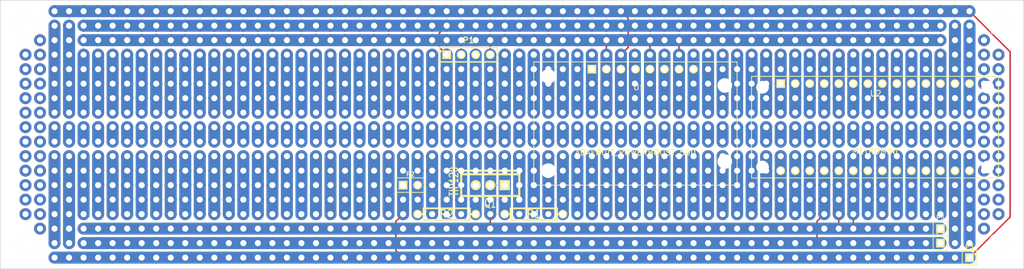
<source format=kicad_pcb>
(kicad_pcb (version 3) (host pcbnew "(2013-june-11)-stable")
  (layers (15 F.Cu signal) (6 Inner6.Cu signal) (5 Inner5.Cu signal) (4 Inner4.Cu signal) (3 Inner3.Cu signal) (2 Inner2.Cu signal) (1 Inner1.Cu signal) (0 B.Cu signal) (18 B.Paste user) (19 F.Paste user) (20 B.SilkS user) (21 F.SilkS user) (22 B.Mask user) (23 F.Mask user) (28 Edge.Cuts user))
  (net 0 "")
  (net 1 +5V)
  (net 2 +BATT)
  (net 3 /Echo)
  (net 4 /Trig)
  (net 5 GND)
  (net 6 N-0000010)
  (net 7 N-000002)
  (net 8 N-000006)
  (net 9 N-000007)
  (net 10 N-000009)
  (module MH (layer F.Cu) (at 35.56 58.42)
    (fp_text reference "" hide)
    (fp_text value "" hide)
    (pad "" np_thru_hole circle (at 0 0) (size 3.5 3.5) (drill 3.5) (layers *.Cu *.Mask F.SilkS))
  )
  (module MH (layer F.Cu) (at 205.74 58.42)
    (fp_text reference "" hide)
    (fp_text value "" hide)
    (pad "" np_thru_hole circle (at 0 0) (size 3.5 3.5) (drill 3.5) (layers *.Cu *.Mask F.SilkS))
  )
  (module MH (layer F.Cu) (at 205.74 96.52)
    (fp_text reference "" hide)
    (fp_text value "" hide)
    (pad "" np_thru_hole circle (at 0 0) (size 3.5 3.5) (drill 3.5) (layers *.Cu *.Mask F.SilkS))
  )
  (module MH (layer F.Cu) (at 35.56 96.52)
    (fp_text reference "" hide)
    (fp_text value "" hide)
    (pad "" np_thru_hole circle (at 0 0) (size 3.5 3.5) (drill 3.5) (layers *.Cu *.Mask F.SilkS))
  )
  (module R4 (layer F.Cu) (at 124.46 91.44 180)
    (fp_text reference R1 (at 0 0 180) (layer F.SilkS) (effects (font (size 1.397 1.27) (thickness 0.2032))))
    (fp_text value "1K Ohms" hide)
    (pad 1 thru_hole circle (at -5.08 0 180) (size 1.524 1.524) (drill 0.8128) (layers *.Cu *.Mask F.SilkS) (net 6 N-0000010))
    (pad 2 thru_hole circle (at 5.08 0 180) (size 1.524 1.524) (drill 0.8128) (layers *.Cu *.Mask F.SilkS) (net 10 N-000009))
  )
  (module R4 (layer F.Cu) (at 109.22 91.44)
    (fp_text reference R2 (at 0 0) (layer F.SilkS) (effects (font (size 1.397 1.27) (thickness 0.2032))))
    (fp_text value R hide)
    (pad 1 thru_hole circle (at -5.08 0) (size 1.524 1.524) (drill 0.8128) (layers *.Cu *.Mask F.SilkS) (net 8 N-000006))
    (pad 2 thru_hole circle (at 5.08 0) (size 1.524 1.524) (drill 0.8128) (layers *.Cu *.Mask F.SilkS) (net 9 N-000007))
  )
  (module PIN_ARRAY_4x1 (layer F.Cu) (at 113.03 63.5)
    (fp_text reference P1 (at 0 -2.54) (layer F.SilkS) (effects (font (size 1.016 1.016) (thickness 0.2032))))
    (fp_text value HC-SR04 hide)
    (pad 1 thru_hole rect (at -3.81 0) (size 1.524 1.524) (drill 1.016) (layers *.Cu *.Mask F.SilkS) (net 1 +5V))
    (pad 2 thru_hole circle (at -1.27 0) (size 1.524 1.524) (drill 1.016) (layers *.Cu *.Mask F.SilkS) (net 4 /Trig))
    (pad 3 thru_hole circle (at 1.27 0) (size 1.524 1.524) (drill 1.016) (layers *.Cu *.Mask F.SilkS) (net 3 /Echo))
    (pad 4 thru_hole circle (at 3.81 0) (size 1.524 1.524) (drill 1.016) (layers *.Cu *.Mask F.SilkS) (net 5 GND))
  )
  (module PIN_ARRAY_2X1 (layer F.Cu) (at 102.87 86.36)
    (fp_text reference P2 (at 0 -1.905) (layer F.SilkS) (effects (font (size 0.762 0.762) (thickness 0.1524))))
    (fp_text value LEDS hide)
    (pad 1 thru_hole rect (at -1.27 0) (size 1.524 1.524) (drill 1.016) (layers *.Cu *.Mask F.SilkS) (net 2 +BATT))
    (pad 2 thru_hole circle (at 1.27 0) (size 1.524 1.524) (drill 1.016) (layers *.Cu *.Mask F.SilkS) (net 8 N-000006))
  )
  (module PBost500Breakout (layer F.Cu) (at 142.24 75.565)
    (fp_text reference U1 (at 0.635 -6.35) (layer F.SilkS))
    (fp_text value ADAFRUIT_POWERBOOST_500 (at 0 5.08) (layer F.SilkS))
    (pad "" np_thru_hole circle (at -15.24 -8.255) (size 2.54 2.54) (drill 2.54) (layers *.Cu *.Mask F.SilkS))
    (pad "" np_thru_hole circle (at -15.24 8.255) (size 2.54 2.54) (drill 2.54) (layers *.Cu *.Mask F.SilkS))
    (pad "" np_thru_hole circle (at 15.62 -6.67) (size 2.54 2.54) (drill 2.54) (layers *.Cu *.Mask F.SilkS))
    (pad "" np_thru_hole circle (at 15.62 6.67) (size 2.54 2.54) (drill 2.54) (layers *.Cu *.Mask F.SilkS))
    (pad 1 thru_hole rect (at -7.62 -9.525) (size 1.524 1.524) (drill 1.016) (layers *.Cu *.Mask F.SilkS))
    (pad 2 thru_hole circle (at -5.08 -9.525) (size 1.524 1.524) (drill 1.016) (layers *.Cu *.Mask F.SilkS) (net 5 GND))
    (pad 3 thru_hole circle (at -2.54 -9.525) (size 1.524 1.524) (drill 1.016) (layers *.Cu *.Mask F.SilkS) (net 2 +BATT))
    (pad 4 thru_hole circle (at 0 -9.525) (size 1.524 1.524) (drill 1.016) (layers *.Cu *.Mask F.SilkS))
    (pad 5 thru_hole circle (at 2.54 -9.525) (size 1.524 1.524) (drill 1.016) (layers *.Cu *.Mask F.SilkS) (net 5 GND))
    (pad 6 thru_hole circle (at 5.08 -9.525) (size 1.524 1.524) (drill 1.016) (layers *.Cu *.Mask F.SilkS))
    (pad 7 thru_hole circle (at 7.62 -9.525) (size 1.524 1.524) (drill 1.016) (layers *.Cu *.Mask F.SilkS) (net 5 GND))
    (pad 8 thru_hole circle (at 10.16 -9.525) (size 1.524 1.524) (drill 1.016) (layers *.Cu *.Mask F.SilkS) (net 7 N-000002))
  )
  (module MetroMini (layer F.Cu) (at 184.15 76.2)
    (fp_text reference U2 (at 0.1 -5.9) (layer F.SilkS))
    (fp_text value METROMINI (at 0 4.2) (layer F.SilkS))
    (pad "" np_thru_hole circle (at -19.685 -6.985) (size 2.2 2.2) (drill 2.2) (layers *.Cu *.Mask F.SilkS))
    (pad "" np_thru_hole circle (at -19.685 6.985) (size 2.2 2.2) (drill 2.2) (layers *.Cu *.Mask F.SilkS))
    (pad "" np_thru_hole circle (at 19.685 -6.985) (size 2.2 2.2) (drill 2.2) (layers *.Cu *.Mask F.SilkS))
    (pad "" np_thru_hole circle (at 19.685 6.985) (size 2.2 2.2) (drill 2.2) (layers *.Cu *.Mask F.SilkS))
    (pad 7 thru_hole circle (at -1.27 -7.63) (size 1.524 1.524) (drill 1.016) (layers *.Cu *.Mask F.SilkS) (net 3 /Echo))
    (pad 6 thru_hole circle (at -3.81 -7.63) (size 1.524 1.524) (drill 1.016) (layers *.Cu *.Mask F.SilkS) (net 4 /Trig))
    (pad 5 thru_hole circle (at -6.35 -7.63) (size 1.524 1.524) (drill 1.016) (layers *.Cu *.Mask F.SilkS))
    (pad 4 thru_hole circle (at -8.89 -7.63) (size 1.524 1.524) (drill 1.016) (layers *.Cu *.Mask F.SilkS))
    (pad 3 thru_hole circle (at -11.43 -7.63) (size 1.524 1.524) (drill 1.016) (layers *.Cu *.Mask F.SilkS))
    (pad 2 thru_hole circle (at -13.97 -7.63) (size 1.524 1.524) (drill 1.016) (layers *.Cu *.Mask F.SilkS))
    (pad 1 thru_hole rect (at -16.51 -7.63) (size 1.524 1.524) (drill 1.016) (layers *.Cu *.Mask F.SilkS))
    (pad 8 thru_hole circle (at 1.27 -7.63) (size 1.524 1.524) (drill 1.016) (layers *.Cu *.Mask F.SilkS))
    (pad 9 thru_hole circle (at 3.81 -7.63) (size 1.524 1.524) (drill 1.016) (layers *.Cu *.Mask F.SilkS) (net 6 N-0000010))
    (pad 10 thru_hole circle (at 6.35 -7.63) (size 1.524 1.524) (drill 1.016) (layers *.Cu *.Mask F.SilkS))
    (pad 11 thru_hole circle (at 8.89 -7.63) (size 1.524 1.524) (drill 1.016) (layers *.Cu *.Mask F.SilkS))
    (pad 12 thru_hole circle (at 11.43 -7.63) (size 1.524 1.524) (drill 1.016) (layers *.Cu *.Mask F.SilkS))
    (pad 13 thru_hole circle (at 13.97 -7.63) (size 1.524 1.524) (drill 1.016) (layers *.Cu *.Mask F.SilkS))
    (pad 14 thru_hole circle (at 16.51 -7.63) (size 1.524 1.524) (drill 1.016) (layers *.Cu *.Mask F.SilkS))
    (pad 15 thru_hole circle (at 16.51 7.63) (size 1.524 1.524) (drill 1.016) (layers *.Cu *.Mask F.SilkS))
    (pad 16 thru_hole circle (at 13.97 7.63) (size 1.524 1.524) (drill 1.016) (layers *.Cu *.Mask F.SilkS))
    (pad 17 thru_hole circle (at 11.43 7.63) (size 1.524 1.524) (drill 1.016) (layers *.Cu *.Mask F.SilkS))
    (pad 18 thru_hole circle (at 8.89 7.63) (size 1.524 1.524) (drill 1.016) (layers *.Cu *.Mask F.SilkS))
    (pad 19 thru_hole circle (at 6.35 7.63) (size 1.524 1.524) (drill 1.016) (layers *.Cu *.Mask F.SilkS))
    (pad 20 thru_hole circle (at 3.81 7.63) (size 1.524 1.524) (drill 1.016) (layers *.Cu *.Mask F.SilkS))
    (pad 21 thru_hole circle (at 1.27 7.63) (size 1.524 1.524) (drill 1.016) (layers *.Cu *.Mask F.SilkS))
    (pad 22 thru_hole circle (at -1.27 7.63) (size 1.524 1.524) (drill 1.016) (layers *.Cu *.Mask F.SilkS) (net 7 N-000002))
    (pad 23 thru_hole circle (at -3.81 7.63) (size 1.524 1.524) (drill 1.016) (layers *.Cu *.Mask F.SilkS) (net 5 GND))
    (pad 24 thru_hole circle (at -6.35 7.63) (size 1.524 1.524) (drill 1.016) (layers *.Cu *.Mask F.SilkS) (net 5 GND))
    (pad 25 thru_hole circle (at -8.89 7.63) (size 1.524 1.524) (drill 1.016) (layers *.Cu *.Mask F.SilkS) (net 1 +5V))
    (pad 26 thru_hole circle (at -11.43 7.63) (size 1.524 1.524) (drill 1.016) (layers *.Cu *.Mask F.SilkS))
    (pad 27 thru_hole circle (at -13.97 7.63) (size 1.524 1.524) (drill 1.016) (layers *.Cu *.Mask F.SilkS))
    (pad 28 thru_hole circle (at -16.51 7.63) (size 1.524 1.524) (drill 1.016) (layers *.Cu *.Mask F.SilkS))
  )
  (module TO220_VERT (layer F.Cu) (at 116.84 86.36 90)
    (fp_text reference Q1 (at -3.175 0 180) (layer F.SilkS) (effects (font (size 1.524 1.016) (thickness 0.2032))))
    (fp_text value TIP120 (at 0.635 -6.35 90) (layer F.SilkS) (effects (font (size 1.524 1.016) (thickness 0.2032))))
    (pad 2 thru_hole circle (at 0 -2.54 90) (size 1.778 1.778) (drill 1.016) (layers *.Cu *.Mask F.SilkS) (net 9 N-000007))
    (pad 3 thru_hole circle (at 0 0 90) (size 1.778 1.778) (drill 1.016) (layers *.Cu *.Mask F.SilkS) (net 5 GND))
    (pad 1 thru_hole rect (at 0 2.54 90) (size 1.778 1.778) (drill 1.016) (layers *.Cu *.Mask F.SilkS) (net 10 N-000009))
  )
  (module PIN_ARRAY_1 (layer F.Cu) (at 200.66 99.06)
    (fp_text reference P3 (at 0 -1.905) (layer F.SilkS) (effects (font (size 0.762 0.762) (thickness 0.1524))))
    (fp_text value CONN_1 hide)
    (pad 1 thru_hole rect (at 0 0) (size 1.524 1.524) (drill 1.016) (layers *.Cu *.Mask F.SilkS) (net 2 +BATT))
  )
  (module PIN_ARRAY_1 (layer F.Cu) (at 195.58 96.52)
    (fp_text reference P4 (at 0 -1.905) (layer F.SilkS) (effects (font (size 0.762 0.762) (thickness 0.1524))))
    (fp_text value CONN_1 hide)
    (pad 1 thru_hole rect (at 0 0) (size 1.524 1.524) (drill 1.016) (layers *.Cu *.Mask F.SilkS) (net 1 +5V))
  )
  (module PIN_ARRAY_1 (layer F.Cu) (at 195.58 93.98)
    (fp_text reference P5 (at 0 -1.905) (layer F.SilkS) (effects (font (size 0.762 0.762) (thickness 0.1524))))
    (fp_text value CONN_1 hide)
    (pad 1 thru_hole rect (at 0 0) (size 1.524 1.524) (drill 1.016) (layers *.Cu *.Mask F.SilkS) (net 5 GND))
  )
  (gr_line (start 31.15 100.97) (end 31.15 53.97) (angle 90) (layer Edge.Cuts) (width 0.1))
  (gr_line (start 210.15 100.97) (end 31.15 100.97) (angle 90) (layer Edge.Cuts) (width 0.1))
  (gr_line (start 210.15 53.97) (end 210.15 100.97) (angle 90) (layer Edge.Cuts) (width 0.1))
  (gr_line (start 31.15 53.97) (end 210.15 53.97) (angle 90) (layer Edge.Cuts) (width 0.1))
  (via (at 127 88.9) (size 2.1) (drill 1.07) (layers F.Cu B.Cu) (net 0))
  (via (at 127 86.36) (size 2.1) (drill 1.07) (layers F.Cu B.Cu) (net 0))
  (via (at 127 83.82) (size 2.1) (drill 1.07) (layers F.Cu B.Cu) (net 0))
  (via (at 127 81.28) (size 2.1) (drill 1.07) (layers F.Cu B.Cu) (net 0))
  (segment (start 127 86.36) (end 127 88.9) (width 2.1) (layer B.Cu) (net 0))
  (segment (start 127 91.44) (end 127 88.9) (width 2.1) (layer B.Cu) (net 0))
  (via (at 127 91.44) (size 2.1) (drill 1.07) (layers F.Cu B.Cu) (net 0))
  (segment (start 127 83.82) (end 127 81.28) (width 2.1) (layer B.Cu) (net 0))
  (segment (start 127 83.82) (end 127 86.36) (width 2.1) (layer B.Cu) (net 0))
  (segment (start 187.96 76.2) (end 187.96 78.74) (width 2.1) (layer B.Cu) (net 0))
  (via (at 187.96 78.74) (size 2.1) (drill 1.07) (layers F.Cu B.Cu) (net 0))
  (via (at 187.96 76.2) (size 2.1) (drill 1.07) (layers F.Cu B.Cu) (net 0))
  (via (at 180.34 76.2) (size 2.1) (drill 1.07) (layers F.Cu B.Cu) (net 0))
  (via (at 180.34 78.74) (size 2.1) (drill 1.07) (layers F.Cu B.Cu) (net 0))
  (segment (start 180.34 78.74) (end 180.34 76.2) (width 2.1) (layer B.Cu) (net 0))
  (via (at 205.74 63.5) (size 2.1) (drill 1.07) (layers F.Cu B.Cu) (net 0))
  (via (at 205.74 66.04) (size 2.1) (drill 1.07) (layers F.Cu B.Cu) (net 0))
  (via (at 205.74 68.58) (size 2.1) (drill 1.07) (layers F.Cu B.Cu) (net 0))
  (via (at 205.74 71.12) (size 2.1) (drill 1.07) (layers F.Cu B.Cu) (net 0))
  (via (at 205.74 73.66) (size 2.1) (drill 1.07) (layers F.Cu B.Cu) (net 0))
  (via (at 205.74 76.2) (size 2.1) (drill 1.07) (layers F.Cu B.Cu) (net 0))
  (via (at 205.74 78.74) (size 2.1) (drill 1.07) (layers F.Cu B.Cu) (net 0))
  (via (at 205.74 81.28) (size 2.1) (drill 1.07) (layers F.Cu B.Cu) (net 0))
  (via (at 205.74 83.82) (size 2.1) (drill 1.07) (layers F.Cu B.Cu) (net 0))
  (via (at 205.74 86.36) (size 2.1) (drill 1.07) (layers F.Cu B.Cu) (net 0))
  (via (at 205.74 88.9) (size 2.1) (drill 1.07) (layers F.Cu B.Cu) (net 0))
  (via (at 203.2 60.96) (size 2.1) (drill 1.07) (layers F.Cu B.Cu) (net 0))
  (via (at 203.2 63.5) (size 2.1) (drill 1.07) (layers F.Cu B.Cu) (net 0))
  (via (at 203.2 66.04) (size 2.1) (drill 1.07) (layers F.Cu B.Cu) (net 0))
  (via (at 203.2 68.58) (size 2.1) (drill 1.07) (layers F.Cu B.Cu) (net 0))
  (via (at 203.2 71.12) (size 2.1) (drill 1.07) (layers F.Cu B.Cu) (net 0))
  (via (at 203.2 73.66) (size 2.1) (drill 1.07) (layers F.Cu B.Cu) (net 0))
  (via (at 203.2 76.2) (size 2.1) (drill 1.07) (layers F.Cu B.Cu) (net 0))
  (via (at 203.2 78.74) (size 2.1) (drill 1.07) (layers F.Cu B.Cu) (net 0))
  (via (at 203.2 81.28) (size 2.1) (drill 1.07) (layers F.Cu B.Cu) (net 0))
  (via (at 203.2 83.82) (size 2.1) (drill 1.07) (layers F.Cu B.Cu) (net 0))
  (via (at 203.2 86.36) (size 2.1) (drill 1.07) (layers F.Cu B.Cu) (net 0))
  (via (at 203.2 88.9) (size 2.1) (drill 1.07) (layers F.Cu B.Cu) (net 0))
  (via (at 203.2 91.44) (size 2.1) (drill 1.07) (layers F.Cu B.Cu) (net 0))
  (via (at 203.2 93.98) (size 2.1) (drill 1.07) (layers F.Cu B.Cu) (net 0))
  (via (at 35.56 91.44) (size 2.1) (drill 1.07) (layers F.Cu B.Cu) (net 0))
  (via (at 35.56 88.9) (size 2.1) (drill 1.07) (layers F.Cu B.Cu) (net 0))
  (via (at 35.56 86.36) (size 2.1) (drill 1.07) (layers F.Cu B.Cu) (net 0))
  (via (at 35.56 83.82) (size 2.1) (drill 1.07) (layers F.Cu B.Cu) (net 0))
  (via (at 35.56 81.28) (size 2.1) (drill 1.07) (layers F.Cu B.Cu) (net 0))
  (via (at 35.56 78.74) (size 2.1) (drill 1.07) (layers F.Cu B.Cu) (net 0))
  (via (at 35.56 76.2) (size 2.1) (drill 1.07) (layers F.Cu B.Cu) (net 0))
  (via (at 35.56 73.66) (size 2.1) (drill 1.07) (layers F.Cu B.Cu) (net 0))
  (via (at 35.56 71.12) (size 2.1) (drill 1.07) (layers F.Cu B.Cu) (net 0))
  (via (at 35.56 68.58) (size 2.1) (drill 1.07) (layers F.Cu B.Cu) (net 0))
  (via (at 35.56 66.04) (size 2.1) (drill 1.07) (layers F.Cu B.Cu) (net 0))
  (via (at 35.56 63.5) (size 2.1) (drill 1.07) (layers F.Cu B.Cu) (net 0))
  (via (at 38.1 93.98) (size 2.1) (drill 1.07) (layers F.Cu B.Cu) (net 0))
  (via (at 38.1 91.44) (size 2.1) (drill 1.07) (layers F.Cu B.Cu) (net 0))
  (via (at 38.1 88.9) (size 2.1) (drill 1.07) (layers F.Cu B.Cu) (net 0))
  (via (at 38.1 86.36) (size 2.1) (drill 1.07) (layers F.Cu B.Cu) (net 0))
  (via (at 38.1 83.82) (size 2.1) (drill 1.07) (layers F.Cu B.Cu) (net 0))
  (via (at 38.1 81.28) (size 2.1) (drill 1.07) (layers F.Cu B.Cu) (net 0))
  (via (at 38.1 78.74) (size 2.1) (drill 1.07) (layers F.Cu B.Cu) (net 0))
  (via (at 38.1 76.2) (size 2.1) (drill 1.07) (layers F.Cu B.Cu) (net 0))
  (via (at 38.1 73.66) (size 2.1) (drill 1.07) (layers F.Cu B.Cu) (net 0))
  (via (at 38.1 71.12) (size 2.1) (drill 1.07) (layers F.Cu B.Cu) (net 0))
  (via (at 38.1 68.58) (size 2.1) (drill 1.07) (layers F.Cu B.Cu) (net 0))
  (via (at 38.1 66.04) (size 2.1) (drill 1.07) (layers F.Cu B.Cu) (net 0))
  (via (at 38.1 63.5) (size 2.1) (drill 1.07) (layers F.Cu B.Cu) (net 0))
  (via (at 38.1 60.96) (size 2.1) (drill 1.07) (layers F.Cu B.Cu) (net 0))
  (via (at 43.18 93.98) (size 2.1) (drill 1.07) (layers F.Cu B.Cu) (net 0))
  (segment (start 43.18 93.98) (end 43.18 96.52) (width 2.1) (layer B.Cu) (net 0))
  (via (at 43.18 96.52) (size 2.1) (drill 1.07) (layers F.Cu B.Cu) (net 0))
  (segment (start 195.58 83.82) (end 195.58 86.36) (width 2.1) (layer B.Cu) (net 0))
  (segment (start 195.58 83.82) (end 195.58 81.28) (width 2.1) (layer B.Cu) (net 0))
  (via (at 195.58 91.44) (size 2.1) (drill 1.07) (layers F.Cu B.Cu) (net 0))
  (segment (start 195.58 91.44) (end 195.58 88.9) (width 2.1) (layer B.Cu) (net 0))
  (segment (start 195.58 86.36) (end 195.58 88.9) (width 2.1) (layer B.Cu) (net 0))
  (via (at 195.58 81.28) (size 2.1) (drill 1.07) (layers F.Cu B.Cu) (net 0))
  (via (at 195.58 83.82) (size 2.1) (drill 1.07) (layers F.Cu B.Cu) (net 0))
  (via (at 195.58 86.36) (size 2.1) (drill 1.07) (layers F.Cu B.Cu) (net 0))
  (via (at 195.58 88.9) (size 2.1) (drill 1.07) (layers F.Cu B.Cu) (net 0))
  (segment (start 45.72 83.82) (end 45.72 86.36) (width 2.1) (layer B.Cu) (net 0))
  (segment (start 45.72 83.82) (end 45.72 81.28) (width 2.1) (layer B.Cu) (net 0))
  (via (at 45.72 91.44) (size 2.1) (drill 1.07) (layers F.Cu B.Cu) (net 0))
  (segment (start 45.72 91.44) (end 45.72 88.9) (width 2.1) (layer B.Cu) (net 0))
  (segment (start 45.72 86.36) (end 45.72 88.9) (width 2.1) (layer B.Cu) (net 0))
  (via (at 45.72 81.28) (size 2.1) (drill 1.07) (layers F.Cu B.Cu) (net 0))
  (via (at 45.72 83.82) (size 2.1) (drill 1.07) (layers F.Cu B.Cu) (net 0))
  (via (at 45.72 86.36) (size 2.1) (drill 1.07) (layers F.Cu B.Cu) (net 0))
  (via (at 45.72 88.9) (size 2.1) (drill 1.07) (layers F.Cu B.Cu) (net 0))
  (via (at 48.26 88.9) (size 2.1) (drill 1.07) (layers F.Cu B.Cu) (net 0))
  (via (at 48.26 86.36) (size 2.1) (drill 1.07) (layers F.Cu B.Cu) (net 0))
  (via (at 48.26 83.82) (size 2.1) (drill 1.07) (layers F.Cu B.Cu) (net 0))
  (via (at 48.26 81.28) (size 2.1) (drill 1.07) (layers F.Cu B.Cu) (net 0))
  (segment (start 48.26 86.36) (end 48.26 88.9) (width 2.1) (layer B.Cu) (net 0))
  (segment (start 48.26 91.44) (end 48.26 88.9) (width 2.1) (layer B.Cu) (net 0))
  (via (at 48.26 91.44) (size 2.1) (drill 1.07) (layers F.Cu B.Cu) (net 0))
  (segment (start 48.26 83.82) (end 48.26 81.28) (width 2.1) (layer B.Cu) (net 0))
  (segment (start 48.26 83.82) (end 48.26 86.36) (width 2.1) (layer B.Cu) (net 0))
  (segment (start 53.34 83.82) (end 53.34 86.36) (width 2.1) (layer B.Cu) (net 0))
  (segment (start 53.34 83.82) (end 53.34 81.28) (width 2.1) (layer B.Cu) (net 0))
  (via (at 53.34 91.44) (size 2.1) (drill 1.07) (layers F.Cu B.Cu) (net 0))
  (segment (start 53.34 91.44) (end 53.34 88.9) (width 2.1) (layer B.Cu) (net 0))
  (segment (start 53.34 86.36) (end 53.34 88.9) (width 2.1) (layer B.Cu) (net 0))
  (via (at 53.34 81.28) (size 2.1) (drill 1.07) (layers F.Cu B.Cu) (net 0))
  (via (at 53.34 83.82) (size 2.1) (drill 1.07) (layers F.Cu B.Cu) (net 0))
  (via (at 53.34 86.36) (size 2.1) (drill 1.07) (layers F.Cu B.Cu) (net 0))
  (via (at 53.34 88.9) (size 2.1) (drill 1.07) (layers F.Cu B.Cu) (net 0))
  (via (at 50.8 88.9) (size 2.1) (drill 1.07) (layers F.Cu B.Cu) (net 0))
  (via (at 50.8 86.36) (size 2.1) (drill 1.07) (layers F.Cu B.Cu) (net 0))
  (via (at 50.8 83.82) (size 2.1) (drill 1.07) (layers F.Cu B.Cu) (net 0))
  (via (at 50.8 81.28) (size 2.1) (drill 1.07) (layers F.Cu B.Cu) (net 0))
  (segment (start 50.8 86.36) (end 50.8 88.9) (width 2.1) (layer B.Cu) (net 0))
  (segment (start 50.8 91.44) (end 50.8 88.9) (width 2.1) (layer B.Cu) (net 0))
  (via (at 50.8 91.44) (size 2.1) (drill 1.07) (layers F.Cu B.Cu) (net 0))
  (segment (start 50.8 83.82) (end 50.8 81.28) (width 2.1) (layer B.Cu) (net 0))
  (segment (start 50.8 83.82) (end 50.8 86.36) (width 2.1) (layer B.Cu) (net 0))
  (segment (start 60.96 83.82) (end 60.96 86.36) (width 2.1) (layer B.Cu) (net 0))
  (segment (start 60.96 83.82) (end 60.96 81.28) (width 2.1) (layer B.Cu) (net 0))
  (via (at 60.96 91.44) (size 2.1) (drill 1.07) (layers F.Cu B.Cu) (net 0))
  (segment (start 60.96 91.44) (end 60.96 88.9) (width 2.1) (layer B.Cu) (net 0))
  (segment (start 60.96 86.36) (end 60.96 88.9) (width 2.1) (layer B.Cu) (net 0))
  (via (at 60.96 81.28) (size 2.1) (drill 1.07) (layers F.Cu B.Cu) (net 0))
  (via (at 60.96 83.82) (size 2.1) (drill 1.07) (layers F.Cu B.Cu) (net 0))
  (via (at 60.96 86.36) (size 2.1) (drill 1.07) (layers F.Cu B.Cu) (net 0))
  (via (at 60.96 88.9) (size 2.1) (drill 1.07) (layers F.Cu B.Cu) (net 0))
  (via (at 63.5 88.9) (size 2.1) (drill 1.07) (layers F.Cu B.Cu) (net 0))
  (via (at 63.5 86.36) (size 2.1) (drill 1.07) (layers F.Cu B.Cu) (net 0))
  (via (at 63.5 83.82) (size 2.1) (drill 1.07) (layers F.Cu B.Cu) (net 0))
  (via (at 63.5 81.28) (size 2.1) (drill 1.07) (layers F.Cu B.Cu) (net 0))
  (segment (start 63.5 86.36) (end 63.5 88.9) (width 2.1) (layer B.Cu) (net 0))
  (segment (start 63.5 91.44) (end 63.5 88.9) (width 2.1) (layer B.Cu) (net 0))
  (via (at 63.5 91.44) (size 2.1) (drill 1.07) (layers F.Cu B.Cu) (net 0))
  (segment (start 63.5 83.82) (end 63.5 81.28) (width 2.1) (layer B.Cu) (net 0))
  (segment (start 63.5 83.82) (end 63.5 86.36) (width 2.1) (layer B.Cu) (net 0))
  (segment (start 58.42 83.82) (end 58.42 86.36) (width 2.1) (layer B.Cu) (net 0))
  (segment (start 58.42 83.82) (end 58.42 81.28) (width 2.1) (layer B.Cu) (net 0))
  (via (at 58.42 91.44) (size 2.1) (drill 1.07) (layers F.Cu B.Cu) (net 0))
  (segment (start 58.42 91.44) (end 58.42 88.9) (width 2.1) (layer B.Cu) (net 0))
  (segment (start 58.42 86.36) (end 58.42 88.9) (width 2.1) (layer B.Cu) (net 0))
  (via (at 58.42 81.28) (size 2.1) (drill 1.07) (layers F.Cu B.Cu) (net 0))
  (via (at 58.42 83.82) (size 2.1) (drill 1.07) (layers F.Cu B.Cu) (net 0))
  (via (at 58.42 86.36) (size 2.1) (drill 1.07) (layers F.Cu B.Cu) (net 0))
  (via (at 58.42 88.9) (size 2.1) (drill 1.07) (layers F.Cu B.Cu) (net 0))
  (via (at 55.88 88.9) (size 2.1) (drill 1.07) (layers F.Cu B.Cu) (net 0))
  (via (at 55.88 86.36) (size 2.1) (drill 1.07) (layers F.Cu B.Cu) (net 0))
  (via (at 55.88 83.82) (size 2.1) (drill 1.07) (layers F.Cu B.Cu) (net 0))
  (via (at 55.88 81.28) (size 2.1) (drill 1.07) (layers F.Cu B.Cu) (net 0))
  (segment (start 55.88 86.36) (end 55.88 88.9) (width 2.1) (layer B.Cu) (net 0))
  (segment (start 55.88 91.44) (end 55.88 88.9) (width 2.1) (layer B.Cu) (net 0))
  (via (at 55.88 91.44) (size 2.1) (drill 1.07) (layers F.Cu B.Cu) (net 0))
  (segment (start 55.88 83.82) (end 55.88 81.28) (width 2.1) (layer B.Cu) (net 0))
  (segment (start 55.88 83.82) (end 55.88 86.36) (width 2.1) (layer B.Cu) (net 0))
  (segment (start 76.2 83.82) (end 76.2 86.36) (width 2.1) (layer B.Cu) (net 0))
  (segment (start 76.2 83.82) (end 76.2 81.28) (width 2.1) (layer B.Cu) (net 0))
  (via (at 76.2 91.44) (size 2.1) (drill 1.07) (layers F.Cu B.Cu) (net 0))
  (segment (start 76.2 91.44) (end 76.2 88.9) (width 2.1) (layer B.Cu) (net 0))
  (segment (start 76.2 86.36) (end 76.2 88.9) (width 2.1) (layer B.Cu) (net 0))
  (via (at 76.2 81.28) (size 2.1) (drill 1.07) (layers F.Cu B.Cu) (net 0))
  (via (at 76.2 83.82) (size 2.1) (drill 1.07) (layers F.Cu B.Cu) (net 0))
  (via (at 76.2 86.36) (size 2.1) (drill 1.07) (layers F.Cu B.Cu) (net 0))
  (via (at 76.2 88.9) (size 2.1) (drill 1.07) (layers F.Cu B.Cu) (net 0))
  (via (at 78.74 88.9) (size 2.1) (drill 1.07) (layers F.Cu B.Cu) (net 0))
  (via (at 78.74 86.36) (size 2.1) (drill 1.07) (layers F.Cu B.Cu) (net 0))
  (via (at 78.74 83.82) (size 2.1) (drill 1.07) (layers F.Cu B.Cu) (net 0))
  (via (at 78.74 81.28) (size 2.1) (drill 1.07) (layers F.Cu B.Cu) (net 0))
  (segment (start 78.74 86.36) (end 78.74 88.9) (width 2.1) (layer B.Cu) (net 0))
  (segment (start 78.74 91.44) (end 78.74 88.9) (width 2.1) (layer B.Cu) (net 0))
  (via (at 78.74 91.44) (size 2.1) (drill 1.07) (layers F.Cu B.Cu) (net 0))
  (segment (start 78.74 83.82) (end 78.74 81.28) (width 2.1) (layer B.Cu) (net 0))
  (segment (start 78.74 83.82) (end 78.74 86.36) (width 2.1) (layer B.Cu) (net 0))
  (segment (start 83.82 83.82) (end 83.82 86.36) (width 2.1) (layer B.Cu) (net 0))
  (segment (start 83.82 83.82) (end 83.82 81.28) (width 2.1) (layer B.Cu) (net 0))
  (via (at 83.82 91.44) (size 2.1) (drill 1.07) (layers F.Cu B.Cu) (net 0))
  (segment (start 83.82 91.44) (end 83.82 88.9) (width 2.1) (layer B.Cu) (net 0))
  (segment (start 83.82 86.36) (end 83.82 88.9) (width 2.1) (layer B.Cu) (net 0))
  (via (at 83.82 81.28) (size 2.1) (drill 1.07) (layers F.Cu B.Cu) (net 0))
  (via (at 83.82 83.82) (size 2.1) (drill 1.07) (layers F.Cu B.Cu) (net 0))
  (via (at 83.82 86.36) (size 2.1) (drill 1.07) (layers F.Cu B.Cu) (net 0))
  (via (at 83.82 88.9) (size 2.1) (drill 1.07) (layers F.Cu B.Cu) (net 0))
  (via (at 81.28 88.9) (size 2.1) (drill 1.07) (layers F.Cu B.Cu) (net 0))
  (via (at 81.28 86.36) (size 2.1) (drill 1.07) (layers F.Cu B.Cu) (net 0))
  (via (at 81.28 83.82) (size 2.1) (drill 1.07) (layers F.Cu B.Cu) (net 0))
  (via (at 81.28 81.28) (size 2.1) (drill 1.07) (layers F.Cu B.Cu) (net 0))
  (segment (start 81.28 86.36) (end 81.28 88.9) (width 2.1) (layer B.Cu) (net 0))
  (segment (start 81.28 91.44) (end 81.28 88.9) (width 2.1) (layer B.Cu) (net 0))
  (via (at 81.28 91.44) (size 2.1) (drill 1.07) (layers F.Cu B.Cu) (net 0))
  (segment (start 81.28 83.82) (end 81.28 81.28) (width 2.1) (layer B.Cu) (net 0))
  (segment (start 81.28 83.82) (end 81.28 86.36) (width 2.1) (layer B.Cu) (net 0))
  (segment (start 71.12 83.82) (end 71.12 86.36) (width 2.1) (layer B.Cu) (net 0))
  (segment (start 71.12 83.82) (end 71.12 81.28) (width 2.1) (layer B.Cu) (net 0))
  (via (at 71.12 91.44) (size 2.1) (drill 1.07) (layers F.Cu B.Cu) (net 0))
  (segment (start 71.12 91.44) (end 71.12 88.9) (width 2.1) (layer B.Cu) (net 0))
  (segment (start 71.12 86.36) (end 71.12 88.9) (width 2.1) (layer B.Cu) (net 0))
  (via (at 71.12 81.28) (size 2.1) (drill 1.07) (layers F.Cu B.Cu) (net 0))
  (via (at 71.12 83.82) (size 2.1) (drill 1.07) (layers F.Cu B.Cu) (net 0))
  (via (at 71.12 86.36) (size 2.1) (drill 1.07) (layers F.Cu B.Cu) (net 0))
  (via (at 71.12 88.9) (size 2.1) (drill 1.07) (layers F.Cu B.Cu) (net 0))
  (via (at 73.66 88.9) (size 2.1) (drill 1.07) (layers F.Cu B.Cu) (net 0))
  (via (at 73.66 86.36) (size 2.1) (drill 1.07) (layers F.Cu B.Cu) (net 0))
  (via (at 73.66 83.82) (size 2.1) (drill 1.07) (layers F.Cu B.Cu) (net 0))
  (via (at 73.66 81.28) (size 2.1) (drill 1.07) (layers F.Cu B.Cu) (net 0))
  (segment (start 73.66 86.36) (end 73.66 88.9) (width 2.1) (layer B.Cu) (net 0))
  (segment (start 73.66 91.44) (end 73.66 88.9) (width 2.1) (layer B.Cu) (net 0))
  (via (at 73.66 91.44) (size 2.1) (drill 1.07) (layers F.Cu B.Cu) (net 0))
  (segment (start 73.66 83.82) (end 73.66 81.28) (width 2.1) (layer B.Cu) (net 0))
  (segment (start 73.66 83.82) (end 73.66 86.36) (width 2.1) (layer B.Cu) (net 0))
  (segment (start 68.58 83.82) (end 68.58 86.36) (width 2.1) (layer B.Cu) (net 0))
  (segment (start 68.58 83.82) (end 68.58 81.28) (width 2.1) (layer B.Cu) (net 0))
  (via (at 68.58 91.44) (size 2.1) (drill 1.07) (layers F.Cu B.Cu) (net 0))
  (segment (start 68.58 91.44) (end 68.58 88.9) (width 2.1) (layer B.Cu) (net 0))
  (segment (start 68.58 86.36) (end 68.58 88.9) (width 2.1) (layer B.Cu) (net 0))
  (via (at 68.58 81.28) (size 2.1) (drill 1.07) (layers F.Cu B.Cu) (net 0))
  (via (at 68.58 83.82) (size 2.1) (drill 1.07) (layers F.Cu B.Cu) (net 0))
  (via (at 68.58 86.36) (size 2.1) (drill 1.07) (layers F.Cu B.Cu) (net 0))
  (via (at 68.58 88.9) (size 2.1) (drill 1.07) (layers F.Cu B.Cu) (net 0))
  (via (at 66.04 88.9) (size 2.1) (drill 1.07) (layers F.Cu B.Cu) (net 0))
  (via (at 66.04 86.36) (size 2.1) (drill 1.07) (layers F.Cu B.Cu) (net 0))
  (via (at 66.04 83.82) (size 2.1) (drill 1.07) (layers F.Cu B.Cu) (net 0))
  (via (at 66.04 81.28) (size 2.1) (drill 1.07) (layers F.Cu B.Cu) (net 0))
  (segment (start 66.04 86.36) (end 66.04 88.9) (width 2.1) (layer B.Cu) (net 0))
  (segment (start 66.04 91.44) (end 66.04 88.9) (width 2.1) (layer B.Cu) (net 0))
  (via (at 66.04 91.44) (size 2.1) (drill 1.07) (layers F.Cu B.Cu) (net 0))
  (segment (start 66.04 83.82) (end 66.04 81.28) (width 2.1) (layer B.Cu) (net 0))
  (segment (start 66.04 83.82) (end 66.04 86.36) (width 2.1) (layer B.Cu) (net 0))
  (segment (start 106.68 83.82) (end 106.68 86.36) (width 2.1) (layer B.Cu) (net 0))
  (segment (start 106.68 83.82) (end 106.68 81.28) (width 2.1) (layer B.Cu) (net 0))
  (via (at 106.68 91.44) (size 2.1) (drill 1.07) (layers F.Cu B.Cu) (net 0))
  (segment (start 106.68 91.44) (end 106.68 88.9) (width 2.1) (layer B.Cu) (net 0))
  (segment (start 106.68 86.36) (end 106.68 88.9) (width 2.1) (layer B.Cu) (net 0))
  (via (at 106.68 81.28) (size 2.1) (drill 1.07) (layers F.Cu B.Cu) (net 0))
  (via (at 106.68 83.82) (size 2.1) (drill 1.07) (layers F.Cu B.Cu) (net 0))
  (via (at 106.68 86.36) (size 2.1) (drill 1.07) (layers F.Cu B.Cu) (net 0))
  (via (at 106.68 88.9) (size 2.1) (drill 1.07) (layers F.Cu B.Cu) (net 0))
  (via (at 109.22 88.9) (size 2.1) (drill 1.07) (layers F.Cu B.Cu) (net 0))
  (via (at 109.22 86.36) (size 2.1) (drill 1.07) (layers F.Cu B.Cu) (net 0))
  (via (at 109.22 83.82) (size 2.1) (drill 1.07) (layers F.Cu B.Cu) (net 0))
  (via (at 109.22 81.28) (size 2.1) (drill 1.07) (layers F.Cu B.Cu) (net 0))
  (segment (start 109.22 86.36) (end 109.22 88.9) (width 2.1) (layer B.Cu) (net 0))
  (segment (start 109.22 91.44) (end 109.22 88.9) (width 2.1) (layer B.Cu) (net 0))
  (via (at 109.22 91.44) (size 2.1) (drill 1.07) (layers F.Cu B.Cu) (net 0))
  (segment (start 109.22 83.82) (end 109.22 81.28) (width 2.1) (layer B.Cu) (net 0))
  (segment (start 109.22 83.82) (end 109.22 86.36) (width 2.1) (layer B.Cu) (net 0))
  (via (at 111.76 88.9) (size 2.1) (drill 1.07) (layers F.Cu B.Cu) (net 0))
  (via (at 111.76 86.36) (size 2.1) (drill 1.07) (layers F.Cu B.Cu) (net 0))
  (via (at 111.76 83.82) (size 2.1) (drill 1.07) (layers F.Cu B.Cu) (net 0))
  (via (at 111.76 81.28) (size 2.1) (drill 1.07) (layers F.Cu B.Cu) (net 0))
  (segment (start 111.76 86.36) (end 111.76 88.9) (width 2.1) (layer B.Cu) (net 0))
  (segment (start 111.76 91.44) (end 111.76 88.9) (width 2.1) (layer B.Cu) (net 0))
  (via (at 111.76 91.44) (size 2.1) (drill 1.07) (layers F.Cu B.Cu) (net 0))
  (segment (start 111.76 83.82) (end 111.76 81.28) (width 2.1) (layer B.Cu) (net 0))
  (segment (start 111.76 83.82) (end 111.76 86.36) (width 2.1) (layer B.Cu) (net 0))
  (segment (start 121.92 83.82) (end 121.92 86.36) (width 2.1) (layer B.Cu) (net 0))
  (segment (start 121.92 83.82) (end 121.92 81.28) (width 2.1) (layer B.Cu) (net 0))
  (via (at 121.92 91.44) (size 2.1) (drill 1.07) (layers F.Cu B.Cu) (net 0))
  (segment (start 121.92 91.44) (end 121.92 88.9) (width 2.1) (layer B.Cu) (net 0))
  (segment (start 121.92 86.36) (end 121.92 88.9) (width 2.1) (layer B.Cu) (net 0))
  (via (at 121.92 81.28) (size 2.1) (drill 1.07) (layers F.Cu B.Cu) (net 0))
  (via (at 121.92 83.82) (size 2.1) (drill 1.07) (layers F.Cu B.Cu) (net 0))
  (via (at 121.92 86.36) (size 2.1) (drill 1.07) (layers F.Cu B.Cu) (net 0))
  (via (at 121.92 88.9) (size 2.1) (drill 1.07) (layers F.Cu B.Cu) (net 0))
  (via (at 124.46 88.9) (size 2.1) (drill 1.07) (layers F.Cu B.Cu) (net 0))
  (via (at 124.46 86.36) (size 2.1) (drill 1.07) (layers F.Cu B.Cu) (net 0))
  (via (at 124.46 83.82) (size 2.1) (drill 1.07) (layers F.Cu B.Cu) (net 0))
  (via (at 124.46 81.28) (size 2.1) (drill 1.07) (layers F.Cu B.Cu) (net 0))
  (segment (start 124.46 86.36) (end 124.46 88.9) (width 2.1) (layer B.Cu) (net 0))
  (segment (start 124.46 91.44) (end 124.46 88.9) (width 2.1) (layer B.Cu) (net 0))
  (via (at 124.46 91.44) (size 2.1) (drill 1.07) (layers F.Cu B.Cu) (net 0))
  (segment (start 124.46 83.82) (end 124.46 81.28) (width 2.1) (layer B.Cu) (net 0))
  (segment (start 124.46 83.82) (end 124.46 86.36) (width 2.1) (layer B.Cu) (net 0))
  (segment (start 96.52 83.82) (end 96.52 86.36) (width 2.1) (layer B.Cu) (net 0))
  (segment (start 96.52 83.82) (end 96.52 81.28) (width 2.1) (layer B.Cu) (net 0))
  (via (at 96.52 91.44) (size 2.1) (drill 1.07) (layers F.Cu B.Cu) (net 0))
  (segment (start 96.52 91.44) (end 96.52 88.9) (width 2.1) (layer B.Cu) (net 0))
  (segment (start 96.52 86.36) (end 96.52 88.9) (width 2.1) (layer B.Cu) (net 0))
  (via (at 96.52 81.28) (size 2.1) (drill 1.07) (layers F.Cu B.Cu) (net 0))
  (via (at 96.52 83.82) (size 2.1) (drill 1.07) (layers F.Cu B.Cu) (net 0))
  (via (at 96.52 86.36) (size 2.1) (drill 1.07) (layers F.Cu B.Cu) (net 0))
  (via (at 96.52 88.9) (size 2.1) (drill 1.07) (layers F.Cu B.Cu) (net 0))
  (via (at 99.06 88.9) (size 2.1) (drill 1.07) (layers F.Cu B.Cu) (net 0))
  (via (at 99.06 86.36) (size 2.1) (drill 1.07) (layers F.Cu B.Cu) (net 0))
  (via (at 99.06 83.82) (size 2.1) (drill 1.07) (layers F.Cu B.Cu) (net 0))
  (via (at 99.06 81.28) (size 2.1) (drill 1.07) (layers F.Cu B.Cu) (net 0))
  (segment (start 99.06 86.36) (end 99.06 88.9) (width 2.1) (layer B.Cu) (net 0))
  (segment (start 99.06 91.44) (end 99.06 88.9) (width 2.1) (layer B.Cu) (net 0))
  (via (at 99.06 91.44) (size 2.1) (drill 1.07) (layers F.Cu B.Cu) (net 0))
  (segment (start 99.06 83.82) (end 99.06 81.28) (width 2.1) (layer B.Cu) (net 0))
  (segment (start 99.06 83.82) (end 99.06 86.36) (width 2.1) (layer B.Cu) (net 0))
  (segment (start 91.44 83.82) (end 91.44 86.36) (width 2.1) (layer B.Cu) (net 0))
  (segment (start 91.44 83.82) (end 91.44 81.28) (width 2.1) (layer B.Cu) (net 0))
  (via (at 91.44 91.44) (size 2.1) (drill 1.07) (layers F.Cu B.Cu) (net 0))
  (segment (start 91.44 91.44) (end 91.44 88.9) (width 2.1) (layer B.Cu) (net 0))
  (segment (start 91.44 86.36) (end 91.44 88.9) (width 2.1) (layer B.Cu) (net 0))
  (via (at 91.44 81.28) (size 2.1) (drill 1.07) (layers F.Cu B.Cu) (net 0))
  (via (at 91.44 83.82) (size 2.1) (drill 1.07) (layers F.Cu B.Cu) (net 0))
  (via (at 91.44 86.36) (size 2.1) (drill 1.07) (layers F.Cu B.Cu) (net 0))
  (via (at 91.44 88.9) (size 2.1) (drill 1.07) (layers F.Cu B.Cu) (net 0))
  (via (at 93.98 88.9) (size 2.1) (drill 1.07) (layers F.Cu B.Cu) (net 0))
  (via (at 93.98 86.36) (size 2.1) (drill 1.07) (layers F.Cu B.Cu) (net 0))
  (via (at 93.98 83.82) (size 2.1) (drill 1.07) (layers F.Cu B.Cu) (net 0))
  (via (at 93.98 81.28) (size 2.1) (drill 1.07) (layers F.Cu B.Cu) (net 0))
  (segment (start 93.98 86.36) (end 93.98 88.9) (width 2.1) (layer B.Cu) (net 0))
  (segment (start 93.98 91.44) (end 93.98 88.9) (width 2.1) (layer B.Cu) (net 0))
  (via (at 93.98 91.44) (size 2.1) (drill 1.07) (layers F.Cu B.Cu) (net 0))
  (segment (start 93.98 83.82) (end 93.98 81.28) (width 2.1) (layer B.Cu) (net 0))
  (segment (start 93.98 83.82) (end 93.98 86.36) (width 2.1) (layer B.Cu) (net 0))
  (segment (start 88.9 83.82) (end 88.9 86.36) (width 2.1) (layer B.Cu) (net 0))
  (segment (start 88.9 83.82) (end 88.9 81.28) (width 2.1) (layer B.Cu) (net 0))
  (via (at 88.9 91.44) (size 2.1) (drill 1.07) (layers F.Cu B.Cu) (net 0))
  (segment (start 88.9 91.44) (end 88.9 88.9) (width 2.1) (layer B.Cu) (net 0))
  (segment (start 88.9 86.36) (end 88.9 88.9) (width 2.1) (layer B.Cu) (net 0))
  (via (at 88.9 81.28) (size 2.1) (drill 1.07) (layers F.Cu B.Cu) (net 0))
  (via (at 88.9 83.82) (size 2.1) (drill 1.07) (layers F.Cu B.Cu) (net 0))
  (via (at 88.9 86.36) (size 2.1) (drill 1.07) (layers F.Cu B.Cu) (net 0))
  (via (at 88.9 88.9) (size 2.1) (drill 1.07) (layers F.Cu B.Cu) (net 0))
  (via (at 86.36 88.9) (size 2.1) (drill 1.07) (layers F.Cu B.Cu) (net 0))
  (via (at 86.36 86.36) (size 2.1) (drill 1.07) (layers F.Cu B.Cu) (net 0))
  (via (at 86.36 83.82) (size 2.1) (drill 1.07) (layers F.Cu B.Cu) (net 0))
  (via (at 86.36 81.28) (size 2.1) (drill 1.07) (layers F.Cu B.Cu) (net 0))
  (segment (start 86.36 86.36) (end 86.36 88.9) (width 2.1) (layer B.Cu) (net 0))
  (segment (start 86.36 91.44) (end 86.36 88.9) (width 2.1) (layer B.Cu) (net 0))
  (via (at 86.36 91.44) (size 2.1) (drill 1.07) (layers F.Cu B.Cu) (net 0))
  (segment (start 86.36 83.82) (end 86.36 81.28) (width 2.1) (layer B.Cu) (net 0))
  (segment (start 86.36 83.82) (end 86.36 86.36) (width 2.1) (layer B.Cu) (net 0))
  (segment (start 157.48 83.82) (end 157.48 86.36) (width 2.1) (layer B.Cu) (net 0))
  (segment (start 157.48 83.82) (end 157.48 81.28) (width 2.1) (layer B.Cu) (net 0))
  (via (at 157.48 91.44) (size 2.1) (drill 1.07) (layers F.Cu B.Cu) (net 0))
  (segment (start 157.48 91.44) (end 157.48 88.9) (width 2.1) (layer B.Cu) (net 0))
  (segment (start 157.48 86.36) (end 157.48 88.9) (width 2.1) (layer B.Cu) (net 0))
  (via (at 157.48 81.28) (size 2.1) (drill 1.07) (layers F.Cu B.Cu) (net 0))
  (via (at 157.48 83.82) (size 2.1) (drill 1.07) (layers F.Cu B.Cu) (net 0))
  (via (at 157.48 86.36) (size 2.1) (drill 1.07) (layers F.Cu B.Cu) (net 0))
  (via (at 157.48 88.9) (size 2.1) (drill 1.07) (layers F.Cu B.Cu) (net 0))
  (via (at 160.02 88.9) (size 2.1) (drill 1.07) (layers F.Cu B.Cu) (net 0))
  (via (at 160.02 86.36) (size 2.1) (drill 1.07) (layers F.Cu B.Cu) (net 0))
  (via (at 160.02 83.82) (size 2.1) (drill 1.07) (layers F.Cu B.Cu) (net 0))
  (via (at 160.02 81.28) (size 2.1) (drill 1.07) (layers F.Cu B.Cu) (net 0))
  (segment (start 160.02 86.36) (end 160.02 88.9) (width 2.1) (layer B.Cu) (net 0))
  (segment (start 160.02 91.44) (end 160.02 88.9) (width 2.1) (layer B.Cu) (net 0))
  (via (at 160.02 91.44) (size 2.1) (drill 1.07) (layers F.Cu B.Cu) (net 0))
  (segment (start 160.02 83.82) (end 160.02 81.28) (width 2.1) (layer B.Cu) (net 0))
  (segment (start 160.02 83.82) (end 160.02 86.36) (width 2.1) (layer B.Cu) (net 0))
  (segment (start 165.1 83.82) (end 165.1 86.36) (width 2.1) (layer B.Cu) (net 0))
  (segment (start 165.1 83.82) (end 165.1 81.28) (width 2.1) (layer B.Cu) (net 0))
  (via (at 165.1 91.44) (size 2.1) (drill 1.07) (layers F.Cu B.Cu) (net 0))
  (segment (start 165.1 91.44) (end 165.1 88.9) (width 2.1) (layer B.Cu) (net 0))
  (segment (start 165.1 86.36) (end 165.1 88.9) (width 2.1) (layer B.Cu) (net 0))
  (via (at 165.1 81.28) (size 2.1) (drill 1.07) (layers F.Cu B.Cu) (net 0))
  (via (at 165.1 83.82) (size 2.1) (drill 1.07) (layers F.Cu B.Cu) (net 0))
  (via (at 165.1 86.36) (size 2.1) (drill 1.07) (layers F.Cu B.Cu) (net 0))
  (via (at 165.1 88.9) (size 2.1) (drill 1.07) (layers F.Cu B.Cu) (net 0))
  (via (at 162.56 88.9) (size 2.1) (drill 1.07) (layers F.Cu B.Cu) (net 0))
  (via (at 162.56 86.36) (size 2.1) (drill 1.07) (layers F.Cu B.Cu) (net 0))
  (via (at 162.56 83.82) (size 2.1) (drill 1.07) (layers F.Cu B.Cu) (net 0))
  (via (at 162.56 81.28) (size 2.1) (drill 1.07) (layers F.Cu B.Cu) (net 0))
  (segment (start 162.56 86.36) (end 162.56 88.9) (width 2.1) (layer B.Cu) (net 0))
  (segment (start 162.56 91.44) (end 162.56 88.9) (width 2.1) (layer B.Cu) (net 0))
  (via (at 162.56 91.44) (size 2.1) (drill 1.07) (layers F.Cu B.Cu) (net 0))
  (segment (start 162.56 83.82) (end 162.56 81.28) (width 2.1) (layer B.Cu) (net 0))
  (segment (start 162.56 83.82) (end 162.56 86.36) (width 2.1) (layer B.Cu) (net 0))
  (segment (start 172.72 83.82) (end 172.72 86.36) (width 2.1) (layer B.Cu) (net 0))
  (segment (start 172.72 83.82) (end 172.72 81.28) (width 2.1) (layer B.Cu) (net 0))
  (via (at 172.72 91.44) (size 2.1) (drill 1.07) (layers F.Cu B.Cu) (net 0))
  (segment (start 172.72 91.44) (end 172.72 88.9) (width 2.1) (layer B.Cu) (net 0))
  (segment (start 172.72 86.36) (end 172.72 88.9) (width 2.1) (layer B.Cu) (net 0))
  (via (at 172.72 81.28) (size 2.1) (drill 1.07) (layers F.Cu B.Cu) (net 0))
  (via (at 172.72 83.82) (size 2.1) (drill 1.07) (layers F.Cu B.Cu) (net 0))
  (via (at 172.72 86.36) (size 2.1) (drill 1.07) (layers F.Cu B.Cu) (net 0))
  (via (at 172.72 88.9) (size 2.1) (drill 1.07) (layers F.Cu B.Cu) (net 0))
  (segment (start 170.18 83.82) (end 170.18 86.36) (width 2.1) (layer B.Cu) (net 0))
  (segment (start 170.18 83.82) (end 170.18 81.28) (width 2.1) (layer B.Cu) (net 0))
  (via (at 170.18 91.44) (size 2.1) (drill 1.07) (layers F.Cu B.Cu) (net 0))
  (segment (start 170.18 91.44) (end 170.18 88.9) (width 2.1) (layer B.Cu) (net 0))
  (segment (start 170.18 86.36) (end 170.18 88.9) (width 2.1) (layer B.Cu) (net 0))
  (via (at 170.18 81.28) (size 2.1) (drill 1.07) (layers F.Cu B.Cu) (net 0))
  (via (at 170.18 83.82) (size 2.1) (drill 1.07) (layers F.Cu B.Cu) (net 0))
  (via (at 170.18 86.36) (size 2.1) (drill 1.07) (layers F.Cu B.Cu) (net 0))
  (via (at 170.18 88.9) (size 2.1) (drill 1.07) (layers F.Cu B.Cu) (net 0))
  (via (at 167.64 88.9) (size 2.1) (drill 1.07) (layers F.Cu B.Cu) (net 0))
  (via (at 167.64 86.36) (size 2.1) (drill 1.07) (layers F.Cu B.Cu) (net 0))
  (via (at 167.64 83.82) (size 2.1) (drill 1.07) (layers F.Cu B.Cu) (net 0))
  (via (at 167.64 81.28) (size 2.1) (drill 1.07) (layers F.Cu B.Cu) (net 0))
  (segment (start 167.64 86.36) (end 167.64 88.9) (width 2.1) (layer B.Cu) (net 0))
  (segment (start 167.64 91.44) (end 167.64 88.9) (width 2.1) (layer B.Cu) (net 0))
  (via (at 167.64 91.44) (size 2.1) (drill 1.07) (layers F.Cu B.Cu) (net 0))
  (segment (start 167.64 83.82) (end 167.64 81.28) (width 2.1) (layer B.Cu) (net 0))
  (segment (start 167.64 83.82) (end 167.64 86.36) (width 2.1) (layer B.Cu) (net 0))
  (segment (start 187.96 83.82) (end 187.96 86.36) (width 2.1) (layer B.Cu) (net 0))
  (segment (start 187.96 83.82) (end 187.96 81.28) (width 2.1) (layer B.Cu) (net 0))
  (via (at 187.96 91.44) (size 2.1) (drill 1.07) (layers F.Cu B.Cu) (net 0))
  (segment (start 187.96 91.44) (end 187.96 88.9) (width 2.1) (layer B.Cu) (net 0))
  (segment (start 187.96 86.36) (end 187.96 88.9) (width 2.1) (layer B.Cu) (net 0))
  (via (at 187.96 81.28) (size 2.1) (drill 1.07) (layers F.Cu B.Cu) (net 0))
  (via (at 187.96 83.82) (size 2.1) (drill 1.07) (layers F.Cu B.Cu) (net 0))
  (via (at 187.96 86.36) (size 2.1) (drill 1.07) (layers F.Cu B.Cu) (net 0))
  (via (at 187.96 88.9) (size 2.1) (drill 1.07) (layers F.Cu B.Cu) (net 0))
  (via (at 190.5 88.9) (size 2.1) (drill 1.07) (layers F.Cu B.Cu) (net 0))
  (via (at 190.5 86.36) (size 2.1) (drill 1.07) (layers F.Cu B.Cu) (net 0))
  (via (at 190.5 83.82) (size 2.1) (drill 1.07) (layers F.Cu B.Cu) (net 0))
  (via (at 190.5 81.28) (size 2.1) (drill 1.07) (layers F.Cu B.Cu) (net 0))
  (segment (start 190.5 86.36) (end 190.5 88.9) (width 2.1) (layer B.Cu) (net 0))
  (segment (start 190.5 91.44) (end 190.5 88.9) (width 2.1) (layer B.Cu) (net 0))
  (via (at 190.5 91.44) (size 2.1) (drill 1.07) (layers F.Cu B.Cu) (net 0))
  (segment (start 190.5 83.82) (end 190.5 81.28) (width 2.1) (layer B.Cu) (net 0))
  (segment (start 190.5 83.82) (end 190.5 86.36) (width 2.1) (layer B.Cu) (net 0))
  (via (at 193.04 88.9) (size 2.1) (drill 1.07) (layers F.Cu B.Cu) (net 0))
  (via (at 193.04 86.36) (size 2.1) (drill 1.07) (layers F.Cu B.Cu) (net 0))
  (via (at 193.04 83.82) (size 2.1) (drill 1.07) (layers F.Cu B.Cu) (net 0))
  (via (at 193.04 81.28) (size 2.1) (drill 1.07) (layers F.Cu B.Cu) (net 0))
  (segment (start 193.04 86.36) (end 193.04 88.9) (width 2.1) (layer B.Cu) (net 0))
  (segment (start 193.04 91.44) (end 193.04 88.9) (width 2.1) (layer B.Cu) (net 0))
  (via (at 193.04 91.44) (size 2.1) (drill 1.07) (layers F.Cu B.Cu) (net 0))
  (segment (start 193.04 83.82) (end 193.04 81.28) (width 2.1) (layer B.Cu) (net 0))
  (segment (start 193.04 83.82) (end 193.04 86.36) (width 2.1) (layer B.Cu) (net 0))
  (via (at 185.42 88.9) (size 2.1) (drill 1.07) (layers F.Cu B.Cu) (net 0))
  (via (at 185.42 86.36) (size 2.1) (drill 1.07) (layers F.Cu B.Cu) (net 0))
  (via (at 185.42 83.82) (size 2.1) (drill 1.07) (layers F.Cu B.Cu) (net 0))
  (via (at 185.42 81.28) (size 2.1) (drill 1.07) (layers F.Cu B.Cu) (net 0))
  (segment (start 185.42 86.36) (end 185.42 88.9) (width 2.1) (layer B.Cu) (net 0))
  (segment (start 185.42 91.44) (end 185.42 88.9) (width 2.1) (layer B.Cu) (net 0))
  (via (at 185.42 91.44) (size 2.1) (drill 1.07) (layers F.Cu B.Cu) (net 0))
  (segment (start 185.42 83.82) (end 185.42 81.28) (width 2.1) (layer B.Cu) (net 0))
  (segment (start 185.42 83.82) (end 185.42 86.36) (width 2.1) (layer B.Cu) (net 0))
  (segment (start 137.16 83.82) (end 137.16 86.36) (width 2.1) (layer B.Cu) (net 0))
  (segment (start 137.16 83.82) (end 137.16 81.28) (width 2.1) (layer B.Cu) (net 0))
  (via (at 137.16 91.44) (size 2.1) (drill 1.07) (layers F.Cu B.Cu) (net 0))
  (segment (start 137.16 91.44) (end 137.16 88.9) (width 2.1) (layer B.Cu) (net 0))
  (segment (start 137.16 86.36) (end 137.16 88.9) (width 2.1) (layer B.Cu) (net 0))
  (via (at 137.16 81.28) (size 2.1) (drill 1.07) (layers F.Cu B.Cu) (net 0))
  (via (at 137.16 83.82) (size 2.1) (drill 1.07) (layers F.Cu B.Cu) (net 0))
  (via (at 137.16 86.36) (size 2.1) (drill 1.07) (layers F.Cu B.Cu) (net 0))
  (via (at 137.16 88.9) (size 2.1) (drill 1.07) (layers F.Cu B.Cu) (net 0))
  (via (at 139.7 88.9) (size 2.1) (drill 1.07) (layers F.Cu B.Cu) (net 0))
  (via (at 139.7 86.36) (size 2.1) (drill 1.07) (layers F.Cu B.Cu) (net 0))
  (via (at 139.7 83.82) (size 2.1) (drill 1.07) (layers F.Cu B.Cu) (net 0))
  (via (at 139.7 81.28) (size 2.1) (drill 1.07) (layers F.Cu B.Cu) (net 0))
  (segment (start 139.7 86.36) (end 139.7 88.9) (width 2.1) (layer B.Cu) (net 0))
  (segment (start 139.7 91.44) (end 139.7 88.9) (width 2.1) (layer B.Cu) (net 0))
  (via (at 139.7 91.44) (size 2.1) (drill 1.07) (layers F.Cu B.Cu) (net 0))
  (segment (start 139.7 83.82) (end 139.7 81.28) (width 2.1) (layer B.Cu) (net 0))
  (segment (start 139.7 83.82) (end 139.7 86.36) (width 2.1) (layer B.Cu) (net 0))
  (segment (start 144.78 83.82) (end 144.78 86.36) (width 2.1) (layer B.Cu) (net 0))
  (segment (start 144.78 83.82) (end 144.78 81.28) (width 2.1) (layer B.Cu) (net 0))
  (via (at 144.78 91.44) (size 2.1) (drill 1.07) (layers F.Cu B.Cu) (net 0))
  (segment (start 144.78 91.44) (end 144.78 88.9) (width 2.1) (layer B.Cu) (net 0))
  (segment (start 144.78 86.36) (end 144.78 88.9) (width 2.1) (layer B.Cu) (net 0))
  (via (at 144.78 81.28) (size 2.1) (drill 1.07) (layers F.Cu B.Cu) (net 0))
  (via (at 144.78 83.82) (size 2.1) (drill 1.07) (layers F.Cu B.Cu) (net 0))
  (via (at 144.78 86.36) (size 2.1) (drill 1.07) (layers F.Cu B.Cu) (net 0))
  (via (at 144.78 88.9) (size 2.1) (drill 1.07) (layers F.Cu B.Cu) (net 0))
  (via (at 142.14 88.9) (size 2.1) (drill 1.07) (layers F.Cu B.Cu) (net 0))
  (via (at 142.14 86.36) (size 2.1) (drill 1.07) (layers F.Cu B.Cu) (net 0))
  (via (at 142.14 83.82) (size 2.1) (drill 1.07) (layers F.Cu B.Cu) (net 0))
  (via (at 142.14 81.28) (size 2.1) (drill 1.07) (layers F.Cu B.Cu) (net 0))
  (segment (start 142.14 86.36) (end 142.14 88.9) (width 2.1) (layer B.Cu) (net 0))
  (segment (start 142.14 91.44) (end 142.14 88.9) (width 2.1) (layer B.Cu) (net 0))
  (via (at 142.14 91.44) (size 2.1) (drill 1.07) (layers F.Cu B.Cu) (net 0))
  (segment (start 142.14 83.82) (end 142.14 81.28) (width 2.1) (layer B.Cu) (net 0))
  (segment (start 142.14 83.82) (end 142.14 86.36) (width 2.1) (layer B.Cu) (net 0))
  (segment (start 152.4 83.82) (end 152.4 86.36) (width 2.1) (layer B.Cu) (net 0))
  (segment (start 152.4 83.82) (end 152.4 81.28) (width 2.1) (layer B.Cu) (net 0))
  (via (at 152.4 91.44) (size 2.1) (drill 1.07) (layers F.Cu B.Cu) (net 0))
  (segment (start 152.4 91.44) (end 152.4 88.9) (width 2.1) (layer B.Cu) (net 0))
  (segment (start 152.4 86.36) (end 152.4 88.9) (width 2.1) (layer B.Cu) (net 0))
  (via (at 152.4 81.28) (size 2.1) (drill 1.07) (layers F.Cu B.Cu) (net 0))
  (via (at 152.4 83.82) (size 2.1) (drill 1.07) (layers F.Cu B.Cu) (net 0))
  (via (at 152.4 86.36) (size 2.1) (drill 1.07) (layers F.Cu B.Cu) (net 0))
  (via (at 152.4 88.9) (size 2.1) (drill 1.07) (layers F.Cu B.Cu) (net 0))
  (via (at 154.94 88.9) (size 2.1) (drill 1.07) (layers F.Cu B.Cu) (net 0))
  (via (at 154.94 86.36) (size 2.1) (drill 1.07) (layers F.Cu B.Cu) (net 0))
  (via (at 154.94 83.82) (size 2.1) (drill 1.07) (layers F.Cu B.Cu) (net 0))
  (via (at 154.94 81.28) (size 2.1) (drill 1.07) (layers F.Cu B.Cu) (net 0))
  (segment (start 154.94 86.36) (end 154.94 88.9) (width 2.1) (layer B.Cu) (net 0))
  (segment (start 154.94 91.44) (end 154.94 88.9) (width 2.1) (layer B.Cu) (net 0))
  (via (at 154.94 91.44) (size 2.1) (drill 1.07) (layers F.Cu B.Cu) (net 0))
  (segment (start 154.94 83.82) (end 154.94 81.28) (width 2.1) (layer B.Cu) (net 0))
  (segment (start 154.94 83.82) (end 154.94 86.36) (width 2.1) (layer B.Cu) (net 0))
  (segment (start 149.86 83.82) (end 149.86 86.36) (width 2.1) (layer B.Cu) (net 0))
  (segment (start 149.86 83.82) (end 149.86 81.28) (width 2.1) (layer B.Cu) (net 0))
  (via (at 149.86 91.44) (size 2.1) (drill 1.07) (layers F.Cu B.Cu) (net 0))
  (segment (start 149.86 91.44) (end 149.86 88.9) (width 2.1) (layer B.Cu) (net 0))
  (segment (start 149.86 86.36) (end 149.86 88.9) (width 2.1) (layer B.Cu) (net 0))
  (via (at 149.86 81.28) (size 2.1) (drill 1.07) (layers F.Cu B.Cu) (net 0))
  (via (at 149.86 83.82) (size 2.1) (drill 1.07) (layers F.Cu B.Cu) (net 0))
  (via (at 149.86 86.36) (size 2.1) (drill 1.07) (layers F.Cu B.Cu) (net 0))
  (via (at 149.86 88.9) (size 2.1) (drill 1.07) (layers F.Cu B.Cu) (net 0))
  (via (at 147.32 88.9) (size 2.1) (drill 1.07) (layers F.Cu B.Cu) (net 0))
  (via (at 147.32 86.36) (size 2.1) (drill 1.07) (layers F.Cu B.Cu) (net 0))
  (via (at 147.32 83.82) (size 2.1) (drill 1.07) (layers F.Cu B.Cu) (net 0))
  (via (at 147.32 81.28) (size 2.1) (drill 1.07) (layers F.Cu B.Cu) (net 0))
  (segment (start 147.32 86.36) (end 147.32 88.9) (width 2.1) (layer B.Cu) (net 0))
  (segment (start 147.32 91.44) (end 147.32 88.9) (width 2.1) (layer B.Cu) (net 0))
  (via (at 147.32 91.44) (size 2.1) (drill 1.07) (layers F.Cu B.Cu) (net 0))
  (segment (start 147.32 83.82) (end 147.32 81.28) (width 2.1) (layer B.Cu) (net 0))
  (segment (start 147.32 83.82) (end 147.32 86.36) (width 2.1) (layer B.Cu) (net 0))
  (segment (start 134.62 83.82) (end 134.62 86.36) (width 2.1) (layer B.Cu) (net 0))
  (segment (start 134.62 83.82) (end 134.62 81.28) (width 2.1) (layer B.Cu) (net 0))
  (via (at 134.62 91.44) (size 2.1) (drill 1.07) (layers F.Cu B.Cu) (net 0))
  (segment (start 134.62 91.44) (end 134.62 88.9) (width 2.1) (layer B.Cu) (net 0))
  (segment (start 134.62 86.36) (end 134.62 88.9) (width 2.1) (layer B.Cu) (net 0))
  (via (at 134.62 81.28) (size 2.1) (drill 1.07) (layers F.Cu B.Cu) (net 0))
  (via (at 134.62 83.82) (size 2.1) (drill 1.07) (layers F.Cu B.Cu) (net 0))
  (via (at 134.62 86.36) (size 2.1) (drill 1.07) (layers F.Cu B.Cu) (net 0))
  (via (at 134.62 88.9) (size 2.1) (drill 1.07) (layers F.Cu B.Cu) (net 0))
  (via (at 132.08 88.9) (size 2.1) (drill 1.07) (layers F.Cu B.Cu) (net 0))
  (via (at 132.08 86.36) (size 2.1) (drill 1.07) (layers F.Cu B.Cu) (net 0))
  (via (at 132.08 83.82) (size 2.1) (drill 1.07) (layers F.Cu B.Cu) (net 0))
  (via (at 132.08 81.28) (size 2.1) (drill 1.07) (layers F.Cu B.Cu) (net 0))
  (segment (start 132.08 86.36) (end 132.08 88.9) (width 2.1) (layer B.Cu) (net 0))
  (segment (start 132.08 91.44) (end 132.08 88.9) (width 2.1) (layer B.Cu) (net 0))
  (via (at 132.08 91.44) (size 2.1) (drill 1.07) (layers F.Cu B.Cu) (net 0))
  (segment (start 132.08 83.82) (end 132.08 81.28) (width 2.1) (layer B.Cu) (net 0))
  (segment (start 132.08 83.82) (end 132.08 86.36) (width 2.1) (layer B.Cu) (net 0))
  (segment (start 121.92 83.82) (end 121.92 86.36) (width 2.1) (layer B.Cu) (net 0))
  (segment (start 121.92 83.82) (end 121.92 81.28) (width 2.1) (layer B.Cu) (net 0))
  (via (at 121.92 91.44) (size 2.1) (drill 1.07) (layers F.Cu B.Cu) (net 0))
  (segment (start 121.92 91.44) (end 121.92 88.9) (width 2.1) (layer B.Cu) (net 0))
  (segment (start 121.92 86.36) (end 121.92 88.9) (width 2.1) (layer B.Cu) (net 0))
  (via (at 121.92 81.28) (size 2.1) (drill 1.07) (layers F.Cu B.Cu) (net 0))
  (via (at 121.92 83.82) (size 2.1) (drill 1.07) (layers F.Cu B.Cu) (net 0))
  (via (at 121.92 86.36) (size 2.1) (drill 1.07) (layers F.Cu B.Cu) (net 0))
  (via (at 121.92 88.9) (size 2.1) (drill 1.07) (layers F.Cu B.Cu) (net 0))
  (via (at 124.46 88.9) (size 2.1) (drill 1.07) (layers F.Cu B.Cu) (net 0))
  (via (at 124.46 86.36) (size 2.1) (drill 1.07) (layers F.Cu B.Cu) (net 0))
  (via (at 124.46 83.82) (size 2.1) (drill 1.07) (layers F.Cu B.Cu) (net 0))
  (via (at 124.46 81.28) (size 2.1) (drill 1.07) (layers F.Cu B.Cu) (net 0))
  (segment (start 124.46 86.36) (end 124.46 88.9) (width 2.1) (layer B.Cu) (net 0))
  (segment (start 124.46 91.44) (end 124.46 88.9) (width 2.1) (layer B.Cu) (net 0))
  (via (at 124.46 91.44) (size 2.1) (drill 1.07) (layers F.Cu B.Cu) (net 0))
  (segment (start 124.46 83.82) (end 124.46 81.28) (width 2.1) (layer B.Cu) (net 0))
  (segment (start 124.46 83.82) (end 124.46 86.36) (width 2.1) (layer B.Cu) (net 0))
  (via (at 200.66 96.52) (size 2.1) (drill 1.07) (layers F.Cu B.Cu) (net 0))
  (via (at 200.66 83.82) (size 2.1) (drill 1.07) (layers F.Cu B.Cu) (net 0))
  (via (at 200.66 86.36) (size 2.1) (drill 1.07) (layers F.Cu B.Cu) (net 0))
  (via (at 200.66 88.9) (size 2.1) (drill 1.07) (layers F.Cu B.Cu) (net 0))
  (via (at 200.66 91.44) (size 2.1) (drill 1.07) (layers F.Cu B.Cu) (net 0))
  (segment (start 200.66 81.28) (end 200.66 83.82) (width 2.1) (layer B.Cu) (net 0))
  (via (at 200.66 81.28) (size 2.1) (drill 1.07) (layers F.Cu B.Cu) (net 0))
  (via (at 200.66 93.98) (size 2.1) (drill 1.07) (layers F.Cu B.Cu) (net 0))
  (segment (start 200.66 91.44) (end 200.66 93.98) (width 2.1) (layer B.Cu) (net 0))
  (segment (start 200.66 88.9) (end 200.66 91.44) (width 2.1) (layer B.Cu) (net 0))
  (segment (start 200.66 86.36) (end 200.66 88.9) (width 2.1) (layer B.Cu) (net 0))
  (segment (start 200.66 83.82) (end 200.66 86.36) (width 2.1) (layer B.Cu) (net 0))
  (segment (start 200.66 93.98) (end 200.66 96.52) (width 2.1) (layer B.Cu) (net 0))
  (segment (start 198.12 96.52) (end 198.12 93.98) (width 2.1) (layer B.Cu) (net 0))
  (segment (start 198.12 83.82) (end 198.12 86.36) (width 2.1) (layer B.Cu) (net 0))
  (segment (start 198.12 86.36) (end 198.12 88.9) (width 2.1) (layer B.Cu) (net 0))
  (segment (start 198.12 88.9) (end 198.12 91.44) (width 2.1) (layer B.Cu) (net 0))
  (segment (start 198.12 91.44) (end 198.12 93.98) (width 2.1) (layer B.Cu) (net 0))
  (via (at 198.12 93.98) (size 2.1) (drill 1.07) (layers F.Cu B.Cu) (net 0))
  (via (at 198.12 81.28) (size 2.1) (drill 1.07) (layers F.Cu B.Cu) (net 0))
  (segment (start 198.12 83.82) (end 198.12 81.28) (width 2.1) (layer B.Cu) (net 0))
  (via (at 198.12 91.44) (size 2.1) (drill 1.07) (layers F.Cu B.Cu) (net 0))
  (via (at 198.12 88.9) (size 2.1) (drill 1.07) (layers F.Cu B.Cu) (net 0))
  (via (at 198.12 86.36) (size 2.1) (drill 1.07) (layers F.Cu B.Cu) (net 0))
  (via (at 198.12 83.82) (size 2.1) (drill 1.07) (layers F.Cu B.Cu) (net 0))
  (via (at 198.12 96.52) (size 2.1) (drill 1.07) (layers F.Cu B.Cu) (net 0))
  (via (at 40.64 96.52) (size 2.1) (drill 1.07) (layers F.Cu B.Cu) (net 0))
  (via (at 40.64 83.82) (size 2.1) (drill 1.07) (layers F.Cu B.Cu) (net 0))
  (via (at 40.64 86.36) (size 2.1) (drill 1.07) (layers F.Cu B.Cu) (net 0))
  (via (at 40.64 88.9) (size 2.1) (drill 1.07) (layers F.Cu B.Cu) (net 0))
  (via (at 40.64 91.44) (size 2.1) (drill 1.07) (layers F.Cu B.Cu) (net 0))
  (segment (start 40.64 83.82) (end 40.64 81.28) (width 2.1) (layer B.Cu) (net 0))
  (via (at 40.64 81.28) (size 2.1) (drill 1.07) (layers F.Cu B.Cu) (net 0))
  (via (at 40.64 93.98) (size 2.1) (drill 1.07) (layers F.Cu B.Cu) (net 0))
  (segment (start 40.64 91.44) (end 40.64 93.98) (width 2.1) (layer B.Cu) (net 0))
  (segment (start 40.64 88.9) (end 40.64 91.44) (width 2.1) (layer B.Cu) (net 0))
  (segment (start 40.64 86.36) (end 40.64 88.9) (width 2.1) (layer B.Cu) (net 0))
  (segment (start 40.64 83.82) (end 40.64 86.36) (width 2.1) (layer B.Cu) (net 0))
  (segment (start 40.64 96.52) (end 40.64 93.98) (width 2.1) (layer B.Cu) (net 0))
  (segment (start 43.18 93.98) (end 43.18 96.52) (width 2.1) (layer B.Cu) (net 0))
  (segment (start 43.18 83.82) (end 43.18 86.36) (width 2.1) (layer B.Cu) (net 0))
  (segment (start 43.18 86.36) (end 43.18 88.9) (width 2.1) (layer B.Cu) (net 0))
  (segment (start 43.18 88.9) (end 43.18 91.44) (width 2.1) (layer B.Cu) (net 0))
  (segment (start 43.18 91.44) (end 43.18 93.98) (width 2.1) (layer B.Cu) (net 0))
  (via (at 43.18 93.98) (size 2.1) (drill 1.07) (layers F.Cu B.Cu) (net 0))
  (via (at 43.18 81.28) (size 2.1) (drill 1.07) (layers F.Cu B.Cu) (net 0))
  (segment (start 43.18 81.28) (end 43.18 83.82) (width 2.1) (layer B.Cu) (net 0))
  (via (at 43.18 91.44) (size 2.1) (drill 1.07) (layers F.Cu B.Cu) (net 0))
  (via (at 43.18 88.9) (size 2.1) (drill 1.07) (layers F.Cu B.Cu) (net 0))
  (via (at 43.18 86.36) (size 2.1) (drill 1.07) (layers F.Cu B.Cu) (net 0))
  (via (at 43.18 83.82) (size 2.1) (drill 1.07) (layers F.Cu B.Cu) (net 0))
  (via (at 43.18 96.52) (size 2.1) (drill 1.07) (layers F.Cu B.Cu) (net 0))
  (segment (start 119.38 76.2) (end 119.38 78.74) (width 2.1) (layer B.Cu) (net 0))
  (via (at 119.38 78.74) (size 2.1) (drill 1.07) (layers F.Cu B.Cu) (net 0))
  (via (at 119.38 76.2) (size 2.1) (drill 1.07) (layers F.Cu B.Cu) (net 0))
  (via (at 116.84 76.2) (size 2.1) (drill 1.07) (layers F.Cu B.Cu) (net 0))
  (via (at 116.84 78.74) (size 2.1) (drill 1.07) (layers F.Cu B.Cu) (net 0))
  (segment (start 116.84 76.2) (end 116.84 78.74) (width 2.1) (layer B.Cu) (net 0))
  (segment (start 111.76 76.2) (end 111.76 78.74) (width 2.1) (layer B.Cu) (net 0))
  (via (at 111.76 78.74) (size 2.1) (drill 1.07) (layers F.Cu B.Cu) (net 0))
  (via (at 111.76 76.2) (size 2.1) (drill 1.07) (layers F.Cu B.Cu) (net 0))
  (via (at 114.3 76.2) (size 2.1) (drill 1.07) (layers F.Cu B.Cu) (net 0))
  (via (at 114.3 78.74) (size 2.1) (drill 1.07) (layers F.Cu B.Cu) (net 0))
  (segment (start 114.3 76.2) (end 114.3 78.74) (width 2.1) (layer B.Cu) (net 0))
  (segment (start 104.14 76.2) (end 104.14 78.74) (width 2.1) (layer B.Cu) (net 0))
  (via (at 104.14 78.74) (size 2.1) (drill 1.07) (layers F.Cu B.Cu) (net 0))
  (via (at 104.14 76.2) (size 2.1) (drill 1.07) (layers F.Cu B.Cu) (net 0))
  (via (at 101.6 76.2) (size 2.1) (drill 1.07) (layers F.Cu B.Cu) (net 0))
  (via (at 101.6 78.74) (size 2.1) (drill 1.07) (layers F.Cu B.Cu) (net 0))
  (segment (start 101.6 76.2) (end 101.6 78.74) (width 2.1) (layer B.Cu) (net 0))
  (segment (start 106.68 76.2) (end 106.68 78.74) (width 2.1) (layer B.Cu) (net 0))
  (via (at 106.68 78.74) (size 2.1) (drill 1.07) (layers F.Cu B.Cu) (net 0))
  (via (at 106.68 76.2) (size 2.1) (drill 1.07) (layers F.Cu B.Cu) (net 0))
  (via (at 109.22 76.2) (size 2.1) (drill 1.07) (layers F.Cu B.Cu) (net 0))
  (via (at 109.22 78.74) (size 2.1) (drill 1.07) (layers F.Cu B.Cu) (net 0))
  (segment (start 109.22 76.2) (end 109.22 78.74) (width 2.1) (layer B.Cu) (net 0))
  (segment (start 88.9 76.2) (end 88.9 78.74) (width 2.1) (layer B.Cu) (net 0))
  (via (at 88.9 78.74) (size 2.1) (drill 1.07) (layers F.Cu B.Cu) (net 0))
  (via (at 88.9 76.2) (size 2.1) (drill 1.07) (layers F.Cu B.Cu) (net 0))
  (via (at 86.36 76.2) (size 2.1) (drill 1.07) (layers F.Cu B.Cu) (net 0))
  (via (at 86.36 78.74) (size 2.1) (drill 1.07) (layers F.Cu B.Cu) (net 0))
  (segment (start 86.36 76.2) (end 86.36 78.74) (width 2.1) (layer B.Cu) (net 0))
  (segment (start 81.28 76.2) (end 81.28 78.74) (width 2.1) (layer B.Cu) (net 0))
  (via (at 81.28 78.74) (size 2.1) (drill 1.07) (layers F.Cu B.Cu) (net 0))
  (via (at 81.28 76.2) (size 2.1) (drill 1.07) (layers F.Cu B.Cu) (net 0))
  (via (at 83.82 76.2) (size 2.1) (drill 1.07) (layers F.Cu B.Cu) (net 0))
  (via (at 83.82 78.74) (size 2.1) (drill 1.07) (layers F.Cu B.Cu) (net 0))
  (segment (start 83.82 76.2) (end 83.82 78.74) (width 2.1) (layer B.Cu) (net 0))
  (segment (start 93.98 76.2) (end 93.98 78.74) (width 2.1) (layer B.Cu) (net 0))
  (via (at 93.98 78.74) (size 2.1) (drill 1.07) (layers F.Cu B.Cu) (net 0))
  (via (at 93.98 76.2) (size 2.1) (drill 1.07) (layers F.Cu B.Cu) (net 0))
  (via (at 91.44 76.2) (size 2.1) (drill 1.07) (layers F.Cu B.Cu) (net 0))
  (via (at 91.44 78.74) (size 2.1) (drill 1.07) (layers F.Cu B.Cu) (net 0))
  (segment (start 91.44 76.2) (end 91.44 78.74) (width 2.1) (layer B.Cu) (net 0))
  (segment (start 96.52 76.2) (end 96.52 78.74) (width 2.1) (layer B.Cu) (net 0))
  (via (at 96.52 78.74) (size 2.1) (drill 1.07) (layers F.Cu B.Cu) (net 0))
  (via (at 96.52 76.2) (size 2.1) (drill 1.07) (layers F.Cu B.Cu) (net 0))
  (via (at 99.06 76.2) (size 2.1) (drill 1.07) (layers F.Cu B.Cu) (net 0))
  (via (at 99.06 78.74) (size 2.1) (drill 1.07) (layers F.Cu B.Cu) (net 0))
  (segment (start 99.06 76.2) (end 99.06 78.74) (width 2.1) (layer B.Cu) (net 0))
  (segment (start 58.42 76.2) (end 58.42 78.74) (width 2.1) (layer B.Cu) (net 0))
  (via (at 58.42 78.74) (size 2.1) (drill 1.07) (layers F.Cu B.Cu) (net 0))
  (via (at 58.42 76.2) (size 2.1) (drill 1.07) (layers F.Cu B.Cu) (net 0))
  (via (at 55.88 76.2) (size 2.1) (drill 1.07) (layers F.Cu B.Cu) (net 0))
  (via (at 55.88 78.74) (size 2.1) (drill 1.07) (layers F.Cu B.Cu) (net 0))
  (segment (start 55.88 76.2) (end 55.88 78.74) (width 2.1) (layer B.Cu) (net 0))
  (segment (start 50.8 76.2) (end 50.8 78.74) (width 2.1) (layer B.Cu) (net 0))
  (via (at 50.8 78.74) (size 2.1) (drill 1.07) (layers F.Cu B.Cu) (net 0))
  (via (at 50.8 76.2) (size 2.1) (drill 1.07) (layers F.Cu B.Cu) (net 0))
  (via (at 53.34 76.2) (size 2.1) (drill 1.07) (layers F.Cu B.Cu) (net 0))
  (via (at 53.34 78.74) (size 2.1) (drill 1.07) (layers F.Cu B.Cu) (net 0))
  (segment (start 53.34 76.2) (end 53.34 78.74) (width 2.1) (layer B.Cu) (net 0))
  (segment (start 43.18 76.2) (end 43.18 78.74) (width 2.1) (layer B.Cu) (net 0))
  (via (at 43.18 78.74) (size 2.1) (drill 1.07) (layers F.Cu B.Cu) (net 0))
  (via (at 43.18 76.2) (size 2.1) (drill 1.07) (layers F.Cu B.Cu) (net 0))
  (via (at 40.64 76.2) (size 2.1) (drill 1.07) (layers F.Cu B.Cu) (net 0))
  (via (at 40.64 78.74) (size 2.1) (drill 1.07) (layers F.Cu B.Cu) (net 0))
  (segment (start 40.64 76.2) (end 40.64 78.74) (width 2.1) (layer B.Cu) (net 0))
  (segment (start 45.72 76.2) (end 45.72 78.74) (width 2.1) (layer B.Cu) (net 0))
  (via (at 45.72 78.74) (size 2.1) (drill 1.07) (layers F.Cu B.Cu) (net 0))
  (via (at 45.72 76.2) (size 2.1) (drill 1.07) (layers F.Cu B.Cu) (net 0))
  (via (at 48.26 76.2) (size 2.1) (drill 1.07) (layers F.Cu B.Cu) (net 0))
  (via (at 48.26 78.74) (size 2.1) (drill 1.07) (layers F.Cu B.Cu) (net 0))
  (segment (start 48.26 76.2) (end 48.26 78.74) (width 2.1) (layer B.Cu) (net 0))
  (segment (start 68.58 76.2) (end 68.58 78.74) (width 2.1) (layer B.Cu) (net 0))
  (via (at 68.58 78.74) (size 2.1) (drill 1.07) (layers F.Cu B.Cu) (net 0))
  (via (at 68.58 76.2) (size 2.1) (drill 1.07) (layers F.Cu B.Cu) (net 0))
  (via (at 66.04 76.2) (size 2.1) (drill 1.07) (layers F.Cu B.Cu) (net 0))
  (via (at 66.04 78.74) (size 2.1) (drill 1.07) (layers F.Cu B.Cu) (net 0))
  (segment (start 66.04 76.2) (end 66.04 78.74) (width 2.1) (layer B.Cu) (net 0))
  (segment (start 60.96 76.2) (end 60.96 78.74) (width 2.1) (layer B.Cu) (net 0))
  (via (at 60.96 78.74) (size 2.1) (drill 1.07) (layers F.Cu B.Cu) (net 0))
  (via (at 60.96 76.2) (size 2.1) (drill 1.07) (layers F.Cu B.Cu) (net 0))
  (via (at 63.5 76.2) (size 2.1) (drill 1.07) (layers F.Cu B.Cu) (net 0))
  (via (at 63.5 78.74) (size 2.1) (drill 1.07) (layers F.Cu B.Cu) (net 0))
  (segment (start 63.5 76.2) (end 63.5 78.74) (width 2.1) (layer B.Cu) (net 0))
  (segment (start 73.66 76.2) (end 73.66 78.74) (width 2.1) (layer B.Cu) (net 0))
  (via (at 73.66 78.74) (size 2.1) (drill 1.07) (layers F.Cu B.Cu) (net 0))
  (via (at 73.66 76.2) (size 2.1) (drill 1.07) (layers F.Cu B.Cu) (net 0))
  (via (at 71.12 76.2) (size 2.1) (drill 1.07) (layers F.Cu B.Cu) (net 0))
  (via (at 71.12 78.74) (size 2.1) (drill 1.07) (layers F.Cu B.Cu) (net 0))
  (segment (start 71.12 76.2) (end 71.12 78.74) (width 2.1) (layer B.Cu) (net 0))
  (segment (start 76.2 76.2) (end 76.2 78.74) (width 2.1) (layer B.Cu) (net 0))
  (via (at 76.2 78.74) (size 2.1) (drill 1.07) (layers F.Cu B.Cu) (net 0))
  (via (at 76.2 76.2) (size 2.1) (drill 1.07) (layers F.Cu B.Cu) (net 0))
  (via (at 78.74 76.2) (size 2.1) (drill 1.07) (layers F.Cu B.Cu) (net 0))
  (via (at 78.74 78.74) (size 2.1) (drill 1.07) (layers F.Cu B.Cu) (net 0))
  (segment (start 78.74 76.2) (end 78.74 78.74) (width 2.1) (layer B.Cu) (net 0))
  (segment (start 160.02 76.2) (end 160.02 78.74) (width 2.1) (layer B.Cu) (net 0))
  (via (at 160.02 78.74) (size 2.1) (drill 1.07) (layers F.Cu B.Cu) (net 0))
  (via (at 160.02 76.2) (size 2.1) (drill 1.07) (layers F.Cu B.Cu) (net 0))
  (via (at 157.48 76.2) (size 2.1) (drill 1.07) (layers F.Cu B.Cu) (net 0))
  (via (at 157.48 78.74) (size 2.1) (drill 1.07) (layers F.Cu B.Cu) (net 0))
  (segment (start 157.48 76.2) (end 157.48 78.74) (width 2.1) (layer B.Cu) (net 0))
  (segment (start 152.4 76.2) (end 152.4 78.74) (width 2.1) (layer B.Cu) (net 0))
  (via (at 152.4 78.74) (size 2.1) (drill 1.07) (layers F.Cu B.Cu) (net 0))
  (via (at 152.4 76.2) (size 2.1) (drill 1.07) (layers F.Cu B.Cu) (net 0))
  (via (at 154.94 76.2) (size 2.1) (drill 1.07) (layers F.Cu B.Cu) (net 0))
  (via (at 154.94 78.74) (size 2.1) (drill 1.07) (layers F.Cu B.Cu) (net 0))
  (segment (start 154.94 76.2) (end 154.94 78.74) (width 2.1) (layer B.Cu) (net 0))
  (segment (start 144.78 76.2) (end 144.78 78.74) (width 2.1) (layer B.Cu) (net 0))
  (via (at 144.78 78.74) (size 2.1) (drill 1.07) (layers F.Cu B.Cu) (net 0))
  (via (at 144.78 76.2) (size 2.1) (drill 1.07) (layers F.Cu B.Cu) (net 0))
  (via (at 142.14 76.2) (size 2.1) (drill 1.07) (layers F.Cu B.Cu) (net 0))
  (via (at 142.14 78.74) (size 2.1) (drill 1.07) (layers F.Cu B.Cu) (net 0))
  (segment (start 142.14 76.2) (end 142.14 78.74) (width 2.1) (layer B.Cu) (net 0))
  (segment (start 147.32 76.2) (end 147.32 78.74) (width 2.1) (layer B.Cu) (net 0))
  (via (at 147.32 78.74) (size 2.1) (drill 1.07) (layers F.Cu B.Cu) (net 0))
  (via (at 147.32 76.2) (size 2.1) (drill 1.07) (layers F.Cu B.Cu) (net 0))
  (via (at 149.86 76.2) (size 2.1) (drill 1.07) (layers F.Cu B.Cu) (net 0))
  (via (at 149.86 78.74) (size 2.1) (drill 1.07) (layers F.Cu B.Cu) (net 0))
  (segment (start 149.86 76.2) (end 149.86 78.74) (width 2.1) (layer B.Cu) (net 0))
  (segment (start 129.54 76.2) (end 129.54 78.74) (width 2.1) (layer B.Cu) (net 0))
  (via (at 129.54 78.74) (size 2.1) (drill 1.07) (layers F.Cu B.Cu) (net 0))
  (via (at 129.54 76.2) (size 2.1) (drill 1.07) (layers F.Cu B.Cu) (net 0))
  (via (at 127 76.2) (size 2.1) (drill 1.07) (layers F.Cu B.Cu) (net 0))
  (via (at 127 78.74) (size 2.1) (drill 1.07) (layers F.Cu B.Cu) (net 0))
  (segment (start 127 76.2) (end 127 78.74) (width 2.1) (layer B.Cu) (net 0))
  (segment (start 121.92 76.2) (end 121.92 78.74) (width 2.1) (layer B.Cu) (net 0))
  (via (at 121.92 78.74) (size 2.1) (drill 1.07) (layers F.Cu B.Cu) (net 0))
  (via (at 121.92 76.2) (size 2.1) (drill 1.07) (layers F.Cu B.Cu) (net 0))
  (via (at 124.46 76.2) (size 2.1) (drill 1.07) (layers F.Cu B.Cu) (net 0))
  (via (at 124.46 78.74) (size 2.1) (drill 1.07) (layers F.Cu B.Cu) (net 0))
  (segment (start 124.46 76.2) (end 124.46 78.74) (width 2.1) (layer B.Cu) (net 0))
  (segment (start 134.62 76.2) (end 134.62 78.74) (width 2.1) (layer B.Cu) (net 0))
  (via (at 134.62 78.74) (size 2.1) (drill 1.07) (layers F.Cu B.Cu) (net 0))
  (via (at 134.62 76.2) (size 2.1) (drill 1.07) (layers F.Cu B.Cu) (net 0))
  (via (at 132.08 76.2) (size 2.1) (drill 1.07) (layers F.Cu B.Cu) (net 0))
  (via (at 132.08 78.74) (size 2.1) (drill 1.07) (layers F.Cu B.Cu) (net 0))
  (segment (start 132.08 76.2) (end 132.08 78.74) (width 2.1) (layer B.Cu) (net 0))
  (segment (start 137.16 76.2) (end 137.16 78.74) (width 2.1) (layer B.Cu) (net 0))
  (via (at 137.16 78.74) (size 2.1) (drill 1.07) (layers F.Cu B.Cu) (net 0))
  (via (at 137.16 76.2) (size 2.1) (drill 1.07) (layers F.Cu B.Cu) (net 0))
  (via (at 139.7 76.2) (size 2.1) (drill 1.07) (layers F.Cu B.Cu) (net 0))
  (via (at 139.7 78.74) (size 2.1) (drill 1.07) (layers F.Cu B.Cu) (net 0))
  (segment (start 139.7 76.2) (end 139.7 78.74) (width 2.1) (layer B.Cu) (net 0))
  (via (at 177.8 76.2) (size 2.1) (drill 1.07) (layers F.Cu B.Cu) (net 0))
  (via (at 177.8 78.74) (size 2.1) (drill 1.07) (layers F.Cu B.Cu) (net 0))
  (segment (start 177.8 76.2) (end 177.8 78.74) (width 2.1) (layer B.Cu) (net 0))
  (segment (start 172.72 76.2) (end 172.72 78.74) (width 2.1) (layer B.Cu) (net 0))
  (via (at 172.72 78.74) (size 2.1) (drill 1.07) (layers F.Cu B.Cu) (net 0))
  (via (at 172.72 76.2) (size 2.1) (drill 1.07) (layers F.Cu B.Cu) (net 0))
  (via (at 175.26 76.2) (size 2.1) (drill 1.07) (layers F.Cu B.Cu) (net 0))
  (via (at 175.26 78.74) (size 2.1) (drill 1.07) (layers F.Cu B.Cu) (net 0))
  (segment (start 175.26 76.2) (end 175.26 78.74) (width 2.1) (layer B.Cu) (net 0))
  (segment (start 165.1 76.2) (end 165.1 78.74) (width 2.1) (layer B.Cu) (net 0))
  (via (at 165.1 78.74) (size 2.1) (drill 1.07) (layers F.Cu B.Cu) (net 0))
  (via (at 165.1 76.2) (size 2.1) (drill 1.07) (layers F.Cu B.Cu) (net 0))
  (via (at 162.56 76.2) (size 2.1) (drill 1.07) (layers F.Cu B.Cu) (net 0))
  (via (at 162.56 78.74) (size 2.1) (drill 1.07) (layers F.Cu B.Cu) (net 0))
  (segment (start 162.56 76.2) (end 162.56 78.74) (width 2.1) (layer B.Cu) (net 0))
  (segment (start 167.64 76.2) (end 167.64 78.74) (width 2.1) (layer B.Cu) (net 0))
  (via (at 167.64 78.74) (size 2.1) (drill 1.07) (layers F.Cu B.Cu) (net 0))
  (via (at 167.64 76.2) (size 2.1) (drill 1.07) (layers F.Cu B.Cu) (net 0))
  (via (at 170.18 76.2) (size 2.1) (drill 1.07) (layers F.Cu B.Cu) (net 0))
  (via (at 170.18 78.74) (size 2.1) (drill 1.07) (layers F.Cu B.Cu) (net 0))
  (segment (start 170.18 76.2) (end 170.18 78.74) (width 2.1) (layer B.Cu) (net 0))
  (segment (start 190.5 76.2) (end 190.5 78.74) (width 2.1) (layer B.Cu) (net 0))
  (via (at 190.5 78.74) (size 2.1) (drill 1.07) (layers F.Cu B.Cu) (net 0))
  (via (at 190.5 76.2) (size 2.1) (drill 1.07) (layers F.Cu B.Cu) (net 0))
  (segment (start 182.88 76.2) (end 182.88 78.74) (width 2.1) (layer B.Cu) (net 0))
  (via (at 182.88 78.74) (size 2.1) (drill 1.07) (layers F.Cu B.Cu) (net 0))
  (via (at 182.88 76.2) (size 2.1) (drill 1.07) (layers F.Cu B.Cu) (net 0))
  (via (at 185.42 76.2) (size 2.1) (drill 1.07) (layers F.Cu B.Cu) (net 0))
  (via (at 185.42 78.74) (size 2.1) (drill 1.07) (layers F.Cu B.Cu) (net 0))
  (segment (start 185.42 76.2) (end 185.42 78.74) (width 2.1) (layer B.Cu) (net 0))
  (segment (start 195.58 76.2) (end 195.58 78.74) (width 2.1) (layer B.Cu) (net 0))
  (via (at 195.58 78.74) (size 2.1) (drill 1.07) (layers F.Cu B.Cu) (net 0))
  (via (at 195.58 76.2) (size 2.1) (drill 1.07) (layers F.Cu B.Cu) (net 0))
  (via (at 193.04 76.2) (size 2.1) (drill 1.07) (layers F.Cu B.Cu) (net 0))
  (via (at 193.04 78.74) (size 2.1) (drill 1.07) (layers F.Cu B.Cu) (net 0))
  (segment (start 193.04 76.2) (end 193.04 78.74) (width 2.1) (layer B.Cu) (net 0))
  (segment (start 198.12 76.2) (end 198.12 78.74) (width 2.1) (layer B.Cu) (net 0))
  (via (at 198.12 78.74) (size 2.1) (drill 1.07) (layers F.Cu B.Cu) (net 0))
  (via (at 198.12 76.2) (size 2.1) (drill 1.07) (layers F.Cu B.Cu) (net 0))
  (via (at 200.66 76.2) (size 2.1) (drill 1.07) (layers F.Cu B.Cu) (net 0))
  (via (at 200.66 78.74) (size 2.1) (drill 1.07) (layers F.Cu B.Cu) (net 0))
  (segment (start 200.66 76.2) (end 200.66 78.74) (width 2.1) (layer B.Cu) (net 0))
  (via (at 198.12 73.66) (size 2.1) (drill 1.07) (layers F.Cu B.Cu) (net 0))
  (segment (start 198.12 60.96) (end 198.12 63.5) (width 2.1) (layer B.Cu) (net 0))
  (segment (start 198.12 63.5) (end 198.12 66.04) (width 2.1) (layer B.Cu) (net 0))
  (segment (start 198.12 66.04) (end 198.12 68.58) (width 2.1) (layer B.Cu) (net 0))
  (segment (start 198.12 68.58) (end 198.12 71.12) (width 2.1) (layer B.Cu) (net 0))
  (via (at 198.12 71.12) (size 2.1) (drill 1.07) (layers F.Cu B.Cu) (net 0))
  (via (at 198.12 58.42) (size 2.1) (drill 1.07) (layers F.Cu B.Cu) (net 0))
  (segment (start 198.12 58.42) (end 198.12 60.96) (width 2.1) (layer B.Cu) (net 0))
  (via (at 198.12 68.58) (size 2.1) (drill 1.07) (layers F.Cu B.Cu) (net 0))
  (via (at 198.12 66.04) (size 2.1) (drill 1.07) (layers F.Cu B.Cu) (net 0))
  (via (at 198.12 63.5) (size 2.1) (drill 1.07) (layers F.Cu B.Cu) (net 0))
  (via (at 198.12 60.96) (size 2.1) (drill 1.07) (layers F.Cu B.Cu) (net 0))
  (segment (start 198.12 71.12) (end 198.12 73.66) (width 2.1) (layer B.Cu) (net 0))
  (via (at 200.66 73.66) (size 2.1) (drill 1.07) (layers F.Cu B.Cu) (net 0))
  (via (at 200.66 60.96) (size 2.1) (drill 1.07) (layers F.Cu B.Cu) (net 0))
  (via (at 200.66 63.5) (size 2.1) (drill 1.07) (layers F.Cu B.Cu) (net 0))
  (via (at 200.66 66.04) (size 2.1) (drill 1.07) (layers F.Cu B.Cu) (net 0))
  (via (at 200.66 68.58) (size 2.1) (drill 1.07) (layers F.Cu B.Cu) (net 0))
  (segment (start 200.66 58.42) (end 200.66 60.96) (width 2.1) (layer B.Cu) (net 0))
  (via (at 200.66 58.42) (size 2.1) (drill 1.07) (layers F.Cu B.Cu) (net 0))
  (via (at 200.66 71.12) (size 2.1) (drill 1.07) (layers F.Cu B.Cu) (net 0))
  (segment (start 200.66 68.58) (end 200.66 71.12) (width 2.1) (layer B.Cu) (net 0))
  (segment (start 200.66 66.04) (end 200.66 68.58) (width 2.1) (layer B.Cu) (net 0))
  (segment (start 200.66 63.5) (end 200.66 66.04) (width 2.1) (layer B.Cu) (net 0))
  (segment (start 200.66 60.96) (end 200.66 63.5) (width 2.1) (layer B.Cu) (net 0))
  (segment (start 200.66 71.12) (end 200.66 73.66) (width 2.1) (layer B.Cu) (net 0))
  (via (at 119.38 71.12) (size 2.1) (drill 1.07) (layers F.Cu B.Cu) (net 0))
  (via (at 119.38 68.58) (size 2.1) (drill 1.07) (layers F.Cu B.Cu) (net 0))
  (via (at 119.38 66.04) (size 2.1) (drill 1.07) (layers F.Cu B.Cu) (net 0))
  (via (at 119.38 63.5) (size 2.1) (drill 1.07) (layers F.Cu B.Cu) (net 0))
  (segment (start 119.38 68.58) (end 119.38 71.12) (width 2.1) (layer B.Cu) (net 0))
  (segment (start 119.38 73.66) (end 119.38 71.12) (width 2.1) (layer B.Cu) (net 0))
  (via (at 119.38 73.66) (size 2.1) (drill 1.07) (layers F.Cu B.Cu) (net 0))
  (segment (start 119.38 66.04) (end 119.38 63.5) (width 2.1) (layer B.Cu) (net 0))
  (segment (start 119.38 66.04) (end 119.38 68.58) (width 2.1) (layer B.Cu) (net 0))
  (segment (start 124.46 66.04) (end 124.46 68.58) (width 2.1) (layer B.Cu) (net 0))
  (segment (start 124.46 66.04) (end 124.46 63.5) (width 2.1) (layer B.Cu) (net 0))
  (via (at 124.46 73.66) (size 2.1) (drill 1.07) (layers F.Cu B.Cu) (net 0))
  (segment (start 124.46 73.66) (end 124.46 71.12) (width 2.1) (layer B.Cu) (net 0))
  (segment (start 124.46 68.58) (end 124.46 71.12) (width 2.1) (layer B.Cu) (net 0))
  (via (at 124.46 63.5) (size 2.1) (drill 1.07) (layers F.Cu B.Cu) (net 0))
  (via (at 124.46 66.04) (size 2.1) (drill 1.07) (layers F.Cu B.Cu) (net 0))
  (via (at 124.46 68.58) (size 2.1) (drill 1.07) (layers F.Cu B.Cu) (net 0))
  (via (at 124.46 71.12) (size 2.1) (drill 1.07) (layers F.Cu B.Cu) (net 0))
  (via (at 121.92 71.12) (size 2.1) (drill 1.07) (layers F.Cu B.Cu) (net 0))
  (via (at 121.92 68.58) (size 2.1) (drill 1.07) (layers F.Cu B.Cu) (net 0))
  (via (at 121.92 66.04) (size 2.1) (drill 1.07) (layers F.Cu B.Cu) (net 0))
  (via (at 121.92 63.5) (size 2.1) (drill 1.07) (layers F.Cu B.Cu) (net 0))
  (segment (start 121.92 68.58) (end 121.92 71.12) (width 2.1) (layer B.Cu) (net 0))
  (segment (start 121.92 73.66) (end 121.92 71.12) (width 2.1) (layer B.Cu) (net 0))
  (via (at 121.92 73.66) (size 2.1) (drill 1.07) (layers F.Cu B.Cu) (net 0))
  (segment (start 121.92 66.04) (end 121.92 63.5) (width 2.1) (layer B.Cu) (net 0))
  (segment (start 121.92 66.04) (end 121.92 68.58) (width 2.1) (layer B.Cu) (net 0))
  (segment (start 132.08 66.04) (end 132.08 68.58) (width 2.1) (layer B.Cu) (net 0))
  (segment (start 132.08 66.04) (end 132.08 63.5) (width 2.1) (layer B.Cu) (net 0))
  (via (at 132.08 73.66) (size 2.1) (drill 1.07) (layers F.Cu B.Cu) (net 0))
  (segment (start 132.08 73.66) (end 132.08 71.12) (width 2.1) (layer B.Cu) (net 0))
  (segment (start 132.08 68.58) (end 132.08 71.12) (width 2.1) (layer B.Cu) (net 0))
  (via (at 132.08 63.5) (size 2.1) (drill 1.07) (layers F.Cu B.Cu) (net 0))
  (via (at 132.08 66.04) (size 2.1) (drill 1.07) (layers F.Cu B.Cu) (net 0))
  (via (at 132.08 68.58) (size 2.1) (drill 1.07) (layers F.Cu B.Cu) (net 0))
  (via (at 132.08 71.12) (size 2.1) (drill 1.07) (layers F.Cu B.Cu) (net 0))
  (via (at 134.62 71.12) (size 2.1) (drill 1.07) (layers F.Cu B.Cu) (net 0))
  (via (at 134.62 68.58) (size 2.1) (drill 1.07) (layers F.Cu B.Cu) (net 0))
  (via (at 134.62 66.04) (size 2.1) (drill 1.07) (layers F.Cu B.Cu) (net 0))
  (via (at 134.62 63.5) (size 2.1) (drill 1.07) (layers F.Cu B.Cu) (net 0))
  (segment (start 134.62 68.58) (end 134.62 71.12) (width 2.1) (layer B.Cu) (net 0))
  (segment (start 134.62 73.66) (end 134.62 71.12) (width 2.1) (layer B.Cu) (net 0))
  (via (at 134.62 73.66) (size 2.1) (drill 1.07) (layers F.Cu B.Cu) (net 0))
  (segment (start 134.62 66.04) (end 134.62 63.5) (width 2.1) (layer B.Cu) (net 0))
  (segment (start 134.62 66.04) (end 134.62 68.58) (width 2.1) (layer B.Cu) (net 0))
  (segment (start 129.54 66.04) (end 129.54 68.58) (width 2.1) (layer B.Cu) (net 0))
  (segment (start 129.54 66.04) (end 129.54 63.5) (width 2.1) (layer B.Cu) (net 0))
  (via (at 129.54 73.66) (size 2.1) (drill 1.07) (layers F.Cu B.Cu) (net 0))
  (segment (start 129.54 73.66) (end 129.54 71.12) (width 2.1) (layer B.Cu) (net 0))
  (segment (start 129.54 68.58) (end 129.54 71.12) (width 2.1) (layer B.Cu) (net 0))
  (via (at 129.54 63.5) (size 2.1) (drill 1.07) (layers F.Cu B.Cu) (net 0))
  (via (at 129.54 66.04) (size 2.1) (drill 1.07) (layers F.Cu B.Cu) (net 0))
  (via (at 129.54 68.58) (size 2.1) (drill 1.07) (layers F.Cu B.Cu) (net 0))
  (via (at 129.54 71.12) (size 2.1) (drill 1.07) (layers F.Cu B.Cu) (net 0))
  (via (at 127 71.12) (size 2.1) (drill 1.07) (layers F.Cu B.Cu) (net 0))
  (via (at 127 68.58) (size 2.1) (drill 1.07) (layers F.Cu B.Cu) (net 0))
  (via (at 127 66.04) (size 2.1) (drill 1.07) (layers F.Cu B.Cu) (net 0))
  (via (at 127 63.5) (size 2.1) (drill 1.07) (layers F.Cu B.Cu) (net 0))
  (segment (start 127 68.58) (end 127 71.12) (width 2.1) (layer B.Cu) (net 0))
  (segment (start 127 73.66) (end 127 71.12) (width 2.1) (layer B.Cu) (net 0))
  (via (at 127 73.66) (size 2.1) (drill 1.07) (layers F.Cu B.Cu) (net 0))
  (segment (start 127 66.04) (end 127 63.5) (width 2.1) (layer B.Cu) (net 0))
  (segment (start 127 66.04) (end 127 68.58) (width 2.1) (layer B.Cu) (net 0))
  (segment (start 147.32 66.04) (end 147.32 68.58) (width 2.1) (layer B.Cu) (net 0))
  (segment (start 147.32 66.04) (end 147.32 63.5) (width 2.1) (layer B.Cu) (net 0))
  (via (at 147.32 73.66) (size 2.1) (drill 1.07) (layers F.Cu B.Cu) (net 0))
  (segment (start 147.32 73.66) (end 147.32 71.12) (width 2.1) (layer B.Cu) (net 0))
  (segment (start 147.32 68.58) (end 147.32 71.12) (width 2.1) (layer B.Cu) (net 0))
  (via (at 147.32 63.5) (size 2.1) (drill 1.07) (layers F.Cu B.Cu) (net 0))
  (via (at 147.32 66.04) (size 2.1) (drill 1.07) (layers F.Cu B.Cu) (net 0))
  (via (at 147.32 68.58) (size 2.1) (drill 1.07) (layers F.Cu B.Cu) (net 0))
  (via (at 147.32 71.12) (size 2.1) (drill 1.07) (layers F.Cu B.Cu) (net 0))
  (segment (start 154.94 66.04) (end 154.94 68.58) (width 2.1) (layer B.Cu) (net 0))
  (segment (start 154.94 66.04) (end 154.94 63.5) (width 2.1) (layer B.Cu) (net 0))
  (via (at 154.94 73.66) (size 2.1) (drill 1.07) (layers F.Cu B.Cu) (net 0))
  (segment (start 154.94 73.66) (end 154.94 71.12) (width 2.1) (layer B.Cu) (net 0))
  (segment (start 154.94 68.58) (end 154.94 71.12) (width 2.1) (layer B.Cu) (net 0))
  (via (at 154.94 63.5) (size 2.1) (drill 1.07) (layers F.Cu B.Cu) (net 0))
  (via (at 154.94 66.04) (size 2.1) (drill 1.07) (layers F.Cu B.Cu) (net 0))
  (via (at 154.94 68.58) (size 2.1) (drill 1.07) (layers F.Cu B.Cu) (net 0))
  (via (at 154.94 71.12) (size 2.1) (drill 1.07) (layers F.Cu B.Cu) (net 0))
  (segment (start 142.14 66.04) (end 142.14 68.58) (width 2.1) (layer B.Cu) (net 0))
  (segment (start 142.14 66.04) (end 142.14 63.5) (width 2.1) (layer B.Cu) (net 0))
  (via (at 142.14 73.66) (size 2.1) (drill 1.07) (layers F.Cu B.Cu) (net 0))
  (segment (start 142.14 73.66) (end 142.14 71.12) (width 2.1) (layer B.Cu) (net 0))
  (segment (start 142.14 68.58) (end 142.14 71.12) (width 2.1) (layer B.Cu) (net 0))
  (via (at 142.14 63.5) (size 2.1) (drill 1.07) (layers F.Cu B.Cu) (net 0))
  (via (at 142.14 66.04) (size 2.1) (drill 1.07) (layers F.Cu B.Cu) (net 0))
  (via (at 142.14 68.58) (size 2.1) (drill 1.07) (layers F.Cu B.Cu) (net 0))
  (via (at 142.14 71.12) (size 2.1) (drill 1.07) (layers F.Cu B.Cu) (net 0))
  (segment (start 177.8 66.04) (end 177.8 68.58) (width 2.1) (layer B.Cu) (net 0))
  (segment (start 177.8 66.04) (end 177.8 63.5) (width 2.1) (layer B.Cu) (net 0))
  (via (at 177.8 73.66) (size 2.1) (drill 1.07) (layers F.Cu B.Cu) (net 0))
  (segment (start 177.8 73.66) (end 177.8 71.12) (width 2.1) (layer B.Cu) (net 0))
  (segment (start 177.8 68.58) (end 177.8 71.12) (width 2.1) (layer B.Cu) (net 0))
  (via (at 177.8 63.5) (size 2.1) (drill 1.07) (layers F.Cu B.Cu) (net 0))
  (via (at 177.8 66.04) (size 2.1) (drill 1.07) (layers F.Cu B.Cu) (net 0))
  (via (at 177.8 68.58) (size 2.1) (drill 1.07) (layers F.Cu B.Cu) (net 0))
  (via (at 177.8 71.12) (size 2.1) (drill 1.07) (layers F.Cu B.Cu) (net 0))
  (segment (start 185.42 66.04) (end 185.42 68.58) (width 2.1) (layer B.Cu) (net 0))
  (segment (start 185.42 66.04) (end 185.42 63.5) (width 2.1) (layer B.Cu) (net 0))
  (via (at 185.42 73.66) (size 2.1) (drill 1.07) (layers F.Cu B.Cu) (net 0))
  (segment (start 185.42 73.66) (end 185.42 71.12) (width 2.1) (layer B.Cu) (net 0))
  (segment (start 185.42 68.58) (end 185.42 71.12) (width 2.1) (layer B.Cu) (net 0))
  (via (at 185.42 63.5) (size 2.1) (drill 1.07) (layers F.Cu B.Cu) (net 0))
  (via (at 185.42 66.04) (size 2.1) (drill 1.07) (layers F.Cu B.Cu) (net 0))
  (via (at 185.42 68.58) (size 2.1) (drill 1.07) (layers F.Cu B.Cu) (net 0))
  (via (at 185.42 71.12) (size 2.1) (drill 1.07) (layers F.Cu B.Cu) (net 0))
  (segment (start 193.04 66.04) (end 193.04 68.58) (width 2.1) (layer B.Cu) (net 0))
  (segment (start 193.04 66.04) (end 193.04 63.5) (width 2.1) (layer B.Cu) (net 0))
  (via (at 193.04 73.66) (size 2.1) (drill 1.07) (layers F.Cu B.Cu) (net 0))
  (segment (start 193.04 73.66) (end 193.04 71.12) (width 2.1) (layer B.Cu) (net 0))
  (segment (start 193.04 68.58) (end 193.04 71.12) (width 2.1) (layer B.Cu) (net 0))
  (via (at 193.04 63.5) (size 2.1) (drill 1.07) (layers F.Cu B.Cu) (net 0))
  (via (at 193.04 66.04) (size 2.1) (drill 1.07) (layers F.Cu B.Cu) (net 0))
  (via (at 193.04 68.58) (size 2.1) (drill 1.07) (layers F.Cu B.Cu) (net 0))
  (via (at 193.04 71.12) (size 2.1) (drill 1.07) (layers F.Cu B.Cu) (net 0))
  (via (at 195.58 71.12) (size 2.1) (drill 1.07) (layers F.Cu B.Cu) (net 0))
  (via (at 195.58 68.58) (size 2.1) (drill 1.07) (layers F.Cu B.Cu) (net 0))
  (via (at 195.58 66.04) (size 2.1) (drill 1.07) (layers F.Cu B.Cu) (net 0))
  (via (at 195.58 63.5) (size 2.1) (drill 1.07) (layers F.Cu B.Cu) (net 0))
  (segment (start 195.58 68.58) (end 195.58 71.12) (width 2.1) (layer B.Cu) (net 0))
  (segment (start 195.58 73.66) (end 195.58 71.12) (width 2.1) (layer B.Cu) (net 0))
  (via (at 195.58 73.66) (size 2.1) (drill 1.07) (layers F.Cu B.Cu) (net 0))
  (segment (start 195.58 66.04) (end 195.58 63.5) (width 2.1) (layer B.Cu) (net 0))
  (segment (start 195.58 66.04) (end 195.58 68.58) (width 2.1) (layer B.Cu) (net 0))
  (segment (start 190.5 66.04) (end 190.5 68.58) (width 2.1) (layer B.Cu) (net 0))
  (segment (start 190.5 66.04) (end 190.5 63.5) (width 2.1) (layer B.Cu) (net 0))
  (via (at 190.5 73.66) (size 2.1) (drill 1.07) (layers F.Cu B.Cu) (net 0))
  (segment (start 190.5 73.66) (end 190.5 71.12) (width 2.1) (layer B.Cu) (net 0))
  (segment (start 190.5 68.58) (end 190.5 71.12) (width 2.1) (layer B.Cu) (net 0))
  (via (at 190.5 63.5) (size 2.1) (drill 1.07) (layers F.Cu B.Cu) (net 0))
  (via (at 190.5 66.04) (size 2.1) (drill 1.07) (layers F.Cu B.Cu) (net 0))
  (via (at 190.5 68.58) (size 2.1) (drill 1.07) (layers F.Cu B.Cu) (net 0))
  (via (at 190.5 71.12) (size 2.1) (drill 1.07) (layers F.Cu B.Cu) (net 0))
  (segment (start 167.64 66.04) (end 167.64 68.58) (width 2.1) (layer B.Cu) (net 0))
  (segment (start 167.64 66.04) (end 167.64 63.5) (width 2.1) (layer B.Cu) (net 0))
  (via (at 167.64 73.66) (size 2.1) (drill 1.07) (layers F.Cu B.Cu) (net 0))
  (segment (start 167.64 73.66) (end 167.64 71.12) (width 2.1) (layer B.Cu) (net 0))
  (segment (start 167.64 68.58) (end 167.64 71.12) (width 2.1) (layer B.Cu) (net 0))
  (via (at 167.64 63.5) (size 2.1) (drill 1.07) (layers F.Cu B.Cu) (net 0))
  (via (at 167.64 66.04) (size 2.1) (drill 1.07) (layers F.Cu B.Cu) (net 0))
  (via (at 167.64 68.58) (size 2.1) (drill 1.07) (layers F.Cu B.Cu) (net 0))
  (via (at 167.64 71.12) (size 2.1) (drill 1.07) (layers F.Cu B.Cu) (net 0))
  (via (at 170.18 71.12) (size 2.1) (drill 1.07) (layers F.Cu B.Cu) (net 0))
  (via (at 170.18 68.58) (size 2.1) (drill 1.07) (layers F.Cu B.Cu) (net 0))
  (via (at 170.18 66.04) (size 2.1) (drill 1.07) (layers F.Cu B.Cu) (net 0))
  (via (at 170.18 63.5) (size 2.1) (drill 1.07) (layers F.Cu B.Cu) (net 0))
  (segment (start 170.18 68.58) (end 170.18 71.12) (width 2.1) (layer B.Cu) (net 0))
  (segment (start 170.18 73.66) (end 170.18 71.12) (width 2.1) (layer B.Cu) (net 0))
  (via (at 170.18 73.66) (size 2.1) (drill 1.07) (layers F.Cu B.Cu) (net 0))
  (segment (start 170.18 66.04) (end 170.18 63.5) (width 2.1) (layer B.Cu) (net 0))
  (segment (start 170.18 66.04) (end 170.18 68.58) (width 2.1) (layer B.Cu) (net 0))
  (segment (start 175.26 66.04) (end 175.26 68.58) (width 2.1) (layer B.Cu) (net 0))
  (segment (start 175.26 66.04) (end 175.26 63.5) (width 2.1) (layer B.Cu) (net 0))
  (via (at 175.26 73.66) (size 2.1) (drill 1.07) (layers F.Cu B.Cu) (net 0))
  (segment (start 175.26 73.66) (end 175.26 71.12) (width 2.1) (layer B.Cu) (net 0))
  (segment (start 175.26 68.58) (end 175.26 71.12) (width 2.1) (layer B.Cu) (net 0))
  (via (at 175.26 63.5) (size 2.1) (drill 1.07) (layers F.Cu B.Cu) (net 0))
  (via (at 175.26 66.04) (size 2.1) (drill 1.07) (layers F.Cu B.Cu) (net 0))
  (via (at 175.26 68.58) (size 2.1) (drill 1.07) (layers F.Cu B.Cu) (net 0))
  (via (at 175.26 71.12) (size 2.1) (drill 1.07) (layers F.Cu B.Cu) (net 0))
  (via (at 172.72 71.12) (size 2.1) (drill 1.07) (layers F.Cu B.Cu) (net 0))
  (via (at 172.72 68.58) (size 2.1) (drill 1.07) (layers F.Cu B.Cu) (net 0))
  (via (at 172.72 66.04) (size 2.1) (drill 1.07) (layers F.Cu B.Cu) (net 0))
  (via (at 172.72 63.5) (size 2.1) (drill 1.07) (layers F.Cu B.Cu) (net 0))
  (segment (start 172.72 68.58) (end 172.72 71.12) (width 2.1) (layer B.Cu) (net 0))
  (segment (start 172.72 73.66) (end 172.72 71.12) (width 2.1) (layer B.Cu) (net 0))
  (via (at 172.72 73.66) (size 2.1) (drill 1.07) (layers F.Cu B.Cu) (net 0))
  (segment (start 172.72 66.04) (end 172.72 63.5) (width 2.1) (layer B.Cu) (net 0))
  (segment (start 172.72 66.04) (end 172.72 68.58) (width 2.1) (layer B.Cu) (net 0))
  (segment (start 162.56 66.04) (end 162.56 68.58) (width 2.1) (layer B.Cu) (net 0))
  (segment (start 162.56 66.04) (end 162.56 63.5) (width 2.1) (layer B.Cu) (net 0))
  (via (at 162.56 73.66) (size 2.1) (drill 1.07) (layers F.Cu B.Cu) (net 0))
  (segment (start 162.56 73.66) (end 162.56 71.12) (width 2.1) (layer B.Cu) (net 0))
  (segment (start 162.56 68.58) (end 162.56 71.12) (width 2.1) (layer B.Cu) (net 0))
  (via (at 162.56 63.5) (size 2.1) (drill 1.07) (layers F.Cu B.Cu) (net 0))
  (via (at 162.56 66.04) (size 2.1) (drill 1.07) (layers F.Cu B.Cu) (net 0))
  (via (at 162.56 68.58) (size 2.1) (drill 1.07) (layers F.Cu B.Cu) (net 0))
  (via (at 162.56 71.12) (size 2.1) (drill 1.07) (layers F.Cu B.Cu) (net 0))
  (via (at 165.1 71.12) (size 2.1) (drill 1.07) (layers F.Cu B.Cu) (net 0))
  (via (at 165.1 68.58) (size 2.1) (drill 1.07) (layers F.Cu B.Cu) (net 0))
  (via (at 165.1 66.04) (size 2.1) (drill 1.07) (layers F.Cu B.Cu) (net 0))
  (via (at 165.1 63.5) (size 2.1) (drill 1.07) (layers F.Cu B.Cu) (net 0))
  (segment (start 165.1 68.58) (end 165.1 71.12) (width 2.1) (layer B.Cu) (net 0))
  (segment (start 165.1 73.66) (end 165.1 71.12) (width 2.1) (layer B.Cu) (net 0))
  (via (at 165.1 73.66) (size 2.1) (drill 1.07) (layers F.Cu B.Cu) (net 0))
  (segment (start 165.1 66.04) (end 165.1 63.5) (width 2.1) (layer B.Cu) (net 0))
  (segment (start 165.1 66.04) (end 165.1 68.58) (width 2.1) (layer B.Cu) (net 0))
  (segment (start 160.02 66.04) (end 160.02 68.58) (width 2.1) (layer B.Cu) (net 0))
  (segment (start 160.02 66.04) (end 160.02 63.5) (width 2.1) (layer B.Cu) (net 0))
  (via (at 160.02 73.66) (size 2.1) (drill 1.07) (layers F.Cu B.Cu) (net 0))
  (segment (start 160.02 73.66) (end 160.02 71.12) (width 2.1) (layer B.Cu) (net 0))
  (segment (start 160.02 68.58) (end 160.02 71.12) (width 2.1) (layer B.Cu) (net 0))
  (via (at 160.02 63.5) (size 2.1) (drill 1.07) (layers F.Cu B.Cu) (net 0))
  (via (at 160.02 66.04) (size 2.1) (drill 1.07) (layers F.Cu B.Cu) (net 0))
  (via (at 160.02 68.58) (size 2.1) (drill 1.07) (layers F.Cu B.Cu) (net 0))
  (via (at 160.02 71.12) (size 2.1) (drill 1.07) (layers F.Cu B.Cu) (net 0))
  (via (at 157.48 71.12) (size 2.1) (drill 1.07) (layers F.Cu B.Cu) (net 0))
  (via (at 157.48 68.58) (size 2.1) (drill 1.07) (layers F.Cu B.Cu) (net 0))
  (via (at 157.48 66.04) (size 2.1) (drill 1.07) (layers F.Cu B.Cu) (net 0))
  (via (at 157.48 63.5) (size 2.1) (drill 1.07) (layers F.Cu B.Cu) (net 0))
  (segment (start 157.48 68.58) (end 157.48 71.12) (width 2.1) (layer B.Cu) (net 0))
  (segment (start 157.48 73.66) (end 157.48 71.12) (width 2.1) (layer B.Cu) (net 0))
  (via (at 157.48 73.66) (size 2.1) (drill 1.07) (layers F.Cu B.Cu) (net 0))
  (segment (start 157.48 66.04) (end 157.48 63.5) (width 2.1) (layer B.Cu) (net 0))
  (segment (start 157.48 66.04) (end 157.48 68.58) (width 2.1) (layer B.Cu) (net 0))
  (segment (start 86.36 66.04) (end 86.36 68.58) (width 2.1) (layer B.Cu) (net 0))
  (segment (start 86.36 66.04) (end 86.36 63.5) (width 2.1) (layer B.Cu) (net 0))
  (via (at 86.36 73.66) (size 2.1) (drill 1.07) (layers F.Cu B.Cu) (net 0))
  (segment (start 86.36 73.66) (end 86.36 71.12) (width 2.1) (layer B.Cu) (net 0))
  (segment (start 86.36 68.58) (end 86.36 71.12) (width 2.1) (layer B.Cu) (net 0))
  (via (at 86.36 63.5) (size 2.1) (drill 1.07) (layers F.Cu B.Cu) (net 0))
  (via (at 86.36 66.04) (size 2.1) (drill 1.07) (layers F.Cu B.Cu) (net 0))
  (via (at 86.36 68.58) (size 2.1) (drill 1.07) (layers F.Cu B.Cu) (net 0))
  (via (at 86.36 71.12) (size 2.1) (drill 1.07) (layers F.Cu B.Cu) (net 0))
  (via (at 88.9 71.12) (size 2.1) (drill 1.07) (layers F.Cu B.Cu) (net 0))
  (via (at 88.9 68.58) (size 2.1) (drill 1.07) (layers F.Cu B.Cu) (net 0))
  (via (at 88.9 66.04) (size 2.1) (drill 1.07) (layers F.Cu B.Cu) (net 0))
  (via (at 88.9 63.5) (size 2.1) (drill 1.07) (layers F.Cu B.Cu) (net 0))
  (segment (start 88.9 68.58) (end 88.9 71.12) (width 2.1) (layer B.Cu) (net 0))
  (segment (start 88.9 73.66) (end 88.9 71.12) (width 2.1) (layer B.Cu) (net 0))
  (via (at 88.9 73.66) (size 2.1) (drill 1.07) (layers F.Cu B.Cu) (net 0))
  (segment (start 88.9 66.04) (end 88.9 63.5) (width 2.1) (layer B.Cu) (net 0))
  (segment (start 88.9 66.04) (end 88.9 68.58) (width 2.1) (layer B.Cu) (net 0))
  (segment (start 93.98 66.04) (end 93.98 68.58) (width 2.1) (layer B.Cu) (net 0))
  (segment (start 93.98 66.04) (end 93.98 63.5) (width 2.1) (layer B.Cu) (net 0))
  (via (at 93.98 73.66) (size 2.1) (drill 1.07) (layers F.Cu B.Cu) (net 0))
  (segment (start 93.98 73.66) (end 93.98 71.12) (width 2.1) (layer B.Cu) (net 0))
  (segment (start 93.98 68.58) (end 93.98 71.12) (width 2.1) (layer B.Cu) (net 0))
  (via (at 93.98 63.5) (size 2.1) (drill 1.07) (layers F.Cu B.Cu) (net 0))
  (via (at 93.98 66.04) (size 2.1) (drill 1.07) (layers F.Cu B.Cu) (net 0))
  (via (at 93.98 68.58) (size 2.1) (drill 1.07) (layers F.Cu B.Cu) (net 0))
  (via (at 93.98 71.12) (size 2.1) (drill 1.07) (layers F.Cu B.Cu) (net 0))
  (via (at 91.44 71.12) (size 2.1) (drill 1.07) (layers F.Cu B.Cu) (net 0))
  (via (at 91.44 68.58) (size 2.1) (drill 1.07) (layers F.Cu B.Cu) (net 0))
  (via (at 91.44 66.04) (size 2.1) (drill 1.07) (layers F.Cu B.Cu) (net 0))
  (via (at 91.44 63.5) (size 2.1) (drill 1.07) (layers F.Cu B.Cu) (net 0))
  (segment (start 91.44 68.58) (end 91.44 71.12) (width 2.1) (layer B.Cu) (net 0))
  (segment (start 91.44 73.66) (end 91.44 71.12) (width 2.1) (layer B.Cu) (net 0))
  (via (at 91.44 73.66) (size 2.1) (drill 1.07) (layers F.Cu B.Cu) (net 0))
  (segment (start 91.44 66.04) (end 91.44 63.5) (width 2.1) (layer B.Cu) (net 0))
  (segment (start 91.44 66.04) (end 91.44 68.58) (width 2.1) (layer B.Cu) (net 0))
  (segment (start 101.6 66.04) (end 101.6 68.58) (width 2.1) (layer B.Cu) (net 0))
  (segment (start 101.6 66.04) (end 101.6 63.5) (width 2.1) (layer B.Cu) (net 0))
  (via (at 101.6 73.66) (size 2.1) (drill 1.07) (layers F.Cu B.Cu) (net 0))
  (segment (start 101.6 73.66) (end 101.6 71.12) (width 2.1) (layer B.Cu) (net 0))
  (segment (start 101.6 68.58) (end 101.6 71.12) (width 2.1) (layer B.Cu) (net 0))
  (via (at 101.6 63.5) (size 2.1) (drill 1.07) (layers F.Cu B.Cu) (net 0))
  (via (at 101.6 66.04) (size 2.1) (drill 1.07) (layers F.Cu B.Cu) (net 0))
  (via (at 101.6 68.58) (size 2.1) (drill 1.07) (layers F.Cu B.Cu) (net 0))
  (via (at 101.6 71.12) (size 2.1) (drill 1.07) (layers F.Cu B.Cu) (net 0))
  (via (at 104.14 71.12) (size 2.1) (drill 1.07) (layers F.Cu B.Cu) (net 0))
  (via (at 104.14 68.58) (size 2.1) (drill 1.07) (layers F.Cu B.Cu) (net 0))
  (via (at 104.14 66.04) (size 2.1) (drill 1.07) (layers F.Cu B.Cu) (net 0))
  (via (at 104.14 63.5) (size 2.1) (drill 1.07) (layers F.Cu B.Cu) (net 0))
  (segment (start 104.14 68.58) (end 104.14 71.12) (width 2.1) (layer B.Cu) (net 0))
  (segment (start 104.14 73.66) (end 104.14 71.12) (width 2.1) (layer B.Cu) (net 0))
  (via (at 104.14 73.66) (size 2.1) (drill 1.07) (layers F.Cu B.Cu) (net 0))
  (segment (start 104.14 66.04) (end 104.14 63.5) (width 2.1) (layer B.Cu) (net 0))
  (segment (start 104.14 66.04) (end 104.14 68.58) (width 2.1) (layer B.Cu) (net 0))
  (segment (start 99.06 66.04) (end 99.06 68.58) (width 2.1) (layer B.Cu) (net 0))
  (segment (start 99.06 66.04) (end 99.06 63.5) (width 2.1) (layer B.Cu) (net 0))
  (via (at 99.06 73.66) (size 2.1) (drill 1.07) (layers F.Cu B.Cu) (net 0))
  (segment (start 99.06 73.66) (end 99.06 71.12) (width 2.1) (layer B.Cu) (net 0))
  (segment (start 99.06 68.58) (end 99.06 71.12) (width 2.1) (layer B.Cu) (net 0))
  (via (at 99.06 63.5) (size 2.1) (drill 1.07) (layers F.Cu B.Cu) (net 0))
  (via (at 99.06 66.04) (size 2.1) (drill 1.07) (layers F.Cu B.Cu) (net 0))
  (via (at 99.06 68.58) (size 2.1) (drill 1.07) (layers F.Cu B.Cu) (net 0))
  (via (at 99.06 71.12) (size 2.1) (drill 1.07) (layers F.Cu B.Cu) (net 0))
  (via (at 96.52 71.12) (size 2.1) (drill 1.07) (layers F.Cu B.Cu) (net 0))
  (via (at 96.52 68.58) (size 2.1) (drill 1.07) (layers F.Cu B.Cu) (net 0))
  (via (at 96.52 66.04) (size 2.1) (drill 1.07) (layers F.Cu B.Cu) (net 0))
  (via (at 96.52 63.5) (size 2.1) (drill 1.07) (layers F.Cu B.Cu) (net 0))
  (segment (start 96.52 68.58) (end 96.52 71.12) (width 2.1) (layer B.Cu) (net 0))
  (segment (start 96.52 73.66) (end 96.52 71.12) (width 2.1) (layer B.Cu) (net 0))
  (via (at 96.52 73.66) (size 2.1) (drill 1.07) (layers F.Cu B.Cu) (net 0))
  (segment (start 96.52 66.04) (end 96.52 63.5) (width 2.1) (layer B.Cu) (net 0))
  (segment (start 96.52 66.04) (end 96.52 68.58) (width 2.1) (layer B.Cu) (net 0))
  (via (at 119.38 71.12) (size 2.1) (drill 1.07) (layers F.Cu B.Cu) (net 0))
  (via (at 119.38 68.58) (size 2.1) (drill 1.07) (layers F.Cu B.Cu) (net 0))
  (via (at 119.38 66.04) (size 2.1) (drill 1.07) (layers F.Cu B.Cu) (net 0))
  (via (at 119.38 63.5) (size 2.1) (drill 1.07) (layers F.Cu B.Cu) (net 0))
  (segment (start 119.38 68.58) (end 119.38 71.12) (width 2.1) (layer B.Cu) (net 0))
  (segment (start 119.38 73.66) (end 119.38 71.12) (width 2.1) (layer B.Cu) (net 0))
  (via (at 119.38 73.66) (size 2.1) (drill 1.07) (layers F.Cu B.Cu) (net 0))
  (segment (start 119.38 66.04) (end 119.38 63.5) (width 2.1) (layer B.Cu) (net 0))
  (segment (start 119.38 66.04) (end 119.38 68.58) (width 2.1) (layer B.Cu) (net 0))
  (segment (start 124.46 66.04) (end 124.46 68.58) (width 2.1) (layer B.Cu) (net 0))
  (segment (start 124.46 66.04) (end 124.46 63.5) (width 2.1) (layer B.Cu) (net 0))
  (via (at 124.46 73.66) (size 2.1) (drill 1.07) (layers F.Cu B.Cu) (net 0))
  (segment (start 124.46 73.66) (end 124.46 71.12) (width 2.1) (layer B.Cu) (net 0))
  (segment (start 124.46 68.58) (end 124.46 71.12) (width 2.1) (layer B.Cu) (net 0))
  (via (at 124.46 63.5) (size 2.1) (drill 1.07) (layers F.Cu B.Cu) (net 0))
  (via (at 124.46 66.04) (size 2.1) (drill 1.07) (layers F.Cu B.Cu) (net 0))
  (via (at 124.46 68.58) (size 2.1) (drill 1.07) (layers F.Cu B.Cu) (net 0))
  (via (at 124.46 71.12) (size 2.1) (drill 1.07) (layers F.Cu B.Cu) (net 0))
  (via (at 121.92 71.12) (size 2.1) (drill 1.07) (layers F.Cu B.Cu) (net 0))
  (via (at 121.92 68.58) (size 2.1) (drill 1.07) (layers F.Cu B.Cu) (net 0))
  (via (at 121.92 66.04) (size 2.1) (drill 1.07) (layers F.Cu B.Cu) (net 0))
  (via (at 121.92 63.5) (size 2.1) (drill 1.07) (layers F.Cu B.Cu) (net 0))
  (segment (start 121.92 68.58) (end 121.92 71.12) (width 2.1) (layer B.Cu) (net 0))
  (segment (start 121.92 73.66) (end 121.92 71.12) (width 2.1) (layer B.Cu) (net 0))
  (via (at 121.92 73.66) (size 2.1) (drill 1.07) (layers F.Cu B.Cu) (net 0))
  (segment (start 121.92 66.04) (end 121.92 63.5) (width 2.1) (layer B.Cu) (net 0))
  (segment (start 121.92 66.04) (end 121.92 68.58) (width 2.1) (layer B.Cu) (net 0))
  (via (at 106.68 71.12) (size 2.1) (drill 1.07) (layers F.Cu B.Cu) (net 0))
  (via (at 106.68 68.58) (size 2.1) (drill 1.07) (layers F.Cu B.Cu) (net 0))
  (via (at 106.68 66.04) (size 2.1) (drill 1.07) (layers F.Cu B.Cu) (net 0))
  (via (at 106.68 63.5) (size 2.1) (drill 1.07) (layers F.Cu B.Cu) (net 0))
  (segment (start 106.68 68.58) (end 106.68 71.12) (width 2.1) (layer B.Cu) (net 0))
  (segment (start 106.68 73.66) (end 106.68 71.12) (width 2.1) (layer B.Cu) (net 0))
  (via (at 106.68 73.66) (size 2.1) (drill 1.07) (layers F.Cu B.Cu) (net 0))
  (segment (start 106.68 66.04) (end 106.68 63.5) (width 2.1) (layer B.Cu) (net 0))
  (segment (start 106.68 66.04) (end 106.68 68.58) (width 2.1) (layer B.Cu) (net 0))
  (segment (start 66.04 66.04) (end 66.04 68.58) (width 2.1) (layer B.Cu) (net 0))
  (segment (start 66.04 66.04) (end 66.04 63.5) (width 2.1) (layer B.Cu) (net 0))
  (via (at 66.04 73.66) (size 2.1) (drill 1.07) (layers F.Cu B.Cu) (net 0))
  (segment (start 66.04 73.66) (end 66.04 71.12) (width 2.1) (layer B.Cu) (net 0))
  (segment (start 66.04 68.58) (end 66.04 71.12) (width 2.1) (layer B.Cu) (net 0))
  (via (at 66.04 63.5) (size 2.1) (drill 1.07) (layers F.Cu B.Cu) (net 0))
  (via (at 66.04 66.04) (size 2.1) (drill 1.07) (layers F.Cu B.Cu) (net 0))
  (via (at 66.04 68.58) (size 2.1) (drill 1.07) (layers F.Cu B.Cu) (net 0))
  (via (at 66.04 71.12) (size 2.1) (drill 1.07) (layers F.Cu B.Cu) (net 0))
  (via (at 68.58 71.12) (size 2.1) (drill 1.07) (layers F.Cu B.Cu) (net 0))
  (via (at 68.58 68.58) (size 2.1) (drill 1.07) (layers F.Cu B.Cu) (net 0))
  (via (at 68.58 66.04) (size 2.1) (drill 1.07) (layers F.Cu B.Cu) (net 0))
  (via (at 68.58 63.5) (size 2.1) (drill 1.07) (layers F.Cu B.Cu) (net 0))
  (segment (start 68.58 68.58) (end 68.58 71.12) (width 2.1) (layer B.Cu) (net 0))
  (segment (start 68.58 73.66) (end 68.58 71.12) (width 2.1) (layer B.Cu) (net 0))
  (via (at 68.58 73.66) (size 2.1) (drill 1.07) (layers F.Cu B.Cu) (net 0))
  (segment (start 68.58 66.04) (end 68.58 63.5) (width 2.1) (layer B.Cu) (net 0))
  (segment (start 68.58 66.04) (end 68.58 68.58) (width 2.1) (layer B.Cu) (net 0))
  (segment (start 73.66 66.04) (end 73.66 68.58) (width 2.1) (layer B.Cu) (net 0))
  (segment (start 73.66 66.04) (end 73.66 63.5) (width 2.1) (layer B.Cu) (net 0))
  (via (at 73.66 73.66) (size 2.1) (drill 1.07) (layers F.Cu B.Cu) (net 0))
  (segment (start 73.66 73.66) (end 73.66 71.12) (width 2.1) (layer B.Cu) (net 0))
  (segment (start 73.66 68.58) (end 73.66 71.12) (width 2.1) (layer B.Cu) (net 0))
  (via (at 73.66 63.5) (size 2.1) (drill 1.07) (layers F.Cu B.Cu) (net 0))
  (via (at 73.66 66.04) (size 2.1) (drill 1.07) (layers F.Cu B.Cu) (net 0))
  (via (at 73.66 68.58) (size 2.1) (drill 1.07) (layers F.Cu B.Cu) (net 0))
  (via (at 73.66 71.12) (size 2.1) (drill 1.07) (layers F.Cu B.Cu) (net 0))
  (via (at 71.12 71.12) (size 2.1) (drill 1.07) (layers F.Cu B.Cu) (net 0))
  (via (at 71.12 68.58) (size 2.1) (drill 1.07) (layers F.Cu B.Cu) (net 0))
  (via (at 71.12 66.04) (size 2.1) (drill 1.07) (layers F.Cu B.Cu) (net 0))
  (via (at 71.12 63.5) (size 2.1) (drill 1.07) (layers F.Cu B.Cu) (net 0))
  (segment (start 71.12 68.58) (end 71.12 71.12) (width 2.1) (layer B.Cu) (net 0))
  (segment (start 71.12 73.66) (end 71.12 71.12) (width 2.1) (layer B.Cu) (net 0))
  (via (at 71.12 73.66) (size 2.1) (drill 1.07) (layers F.Cu B.Cu) (net 0))
  (segment (start 71.12 66.04) (end 71.12 63.5) (width 2.1) (layer B.Cu) (net 0))
  (segment (start 71.12 66.04) (end 71.12 68.58) (width 2.1) (layer B.Cu) (net 0))
  (segment (start 81.28 66.04) (end 81.28 68.58) (width 2.1) (layer B.Cu) (net 0))
  (segment (start 81.28 66.04) (end 81.28 63.5) (width 2.1) (layer B.Cu) (net 0))
  (via (at 81.28 73.66) (size 2.1) (drill 1.07) (layers F.Cu B.Cu) (net 0))
  (segment (start 81.28 73.66) (end 81.28 71.12) (width 2.1) (layer B.Cu) (net 0))
  (segment (start 81.28 68.58) (end 81.28 71.12) (width 2.1) (layer B.Cu) (net 0))
  (via (at 81.28 63.5) (size 2.1) (drill 1.07) (layers F.Cu B.Cu) (net 0))
  (via (at 81.28 66.04) (size 2.1) (drill 1.07) (layers F.Cu B.Cu) (net 0))
  (via (at 81.28 68.58) (size 2.1) (drill 1.07) (layers F.Cu B.Cu) (net 0))
  (via (at 81.28 71.12) (size 2.1) (drill 1.07) (layers F.Cu B.Cu) (net 0))
  (via (at 83.82 71.12) (size 2.1) (drill 1.07) (layers F.Cu B.Cu) (net 0))
  (via (at 83.82 68.58) (size 2.1) (drill 1.07) (layers F.Cu B.Cu) (net 0))
  (via (at 83.82 66.04) (size 2.1) (drill 1.07) (layers F.Cu B.Cu) (net 0))
  (via (at 83.82 63.5) (size 2.1) (drill 1.07) (layers F.Cu B.Cu) (net 0))
  (segment (start 83.82 68.58) (end 83.82 71.12) (width 2.1) (layer B.Cu) (net 0))
  (segment (start 83.82 73.66) (end 83.82 71.12) (width 2.1) (layer B.Cu) (net 0))
  (via (at 83.82 73.66) (size 2.1) (drill 1.07) (layers F.Cu B.Cu) (net 0))
  (segment (start 83.82 66.04) (end 83.82 63.5) (width 2.1) (layer B.Cu) (net 0))
  (segment (start 83.82 66.04) (end 83.82 68.58) (width 2.1) (layer B.Cu) (net 0))
  (segment (start 78.74 66.04) (end 78.74 68.58) (width 2.1) (layer B.Cu) (net 0))
  (segment (start 78.74 66.04) (end 78.74 63.5) (width 2.1) (layer B.Cu) (net 0))
  (via (at 78.74 73.66) (size 2.1) (drill 1.07) (layers F.Cu B.Cu) (net 0))
  (segment (start 78.74 73.66) (end 78.74 71.12) (width 2.1) (layer B.Cu) (net 0))
  (segment (start 78.74 68.58) (end 78.74 71.12) (width 2.1) (layer B.Cu) (net 0))
  (via (at 78.74 63.5) (size 2.1) (drill 1.07) (layers F.Cu B.Cu) (net 0))
  (via (at 78.74 66.04) (size 2.1) (drill 1.07) (layers F.Cu B.Cu) (net 0))
  (via (at 78.74 68.58) (size 2.1) (drill 1.07) (layers F.Cu B.Cu) (net 0))
  (via (at 78.74 71.12) (size 2.1) (drill 1.07) (layers F.Cu B.Cu) (net 0))
  (via (at 76.2 71.12) (size 2.1) (drill 1.07) (layers F.Cu B.Cu) (net 0))
  (via (at 76.2 68.58) (size 2.1) (drill 1.07) (layers F.Cu B.Cu) (net 0))
  (via (at 76.2 66.04) (size 2.1) (drill 1.07) (layers F.Cu B.Cu) (net 0))
  (via (at 76.2 63.5) (size 2.1) (drill 1.07) (layers F.Cu B.Cu) (net 0))
  (segment (start 76.2 68.58) (end 76.2 71.12) (width 2.1) (layer B.Cu) (net 0))
  (segment (start 76.2 73.66) (end 76.2 71.12) (width 2.1) (layer B.Cu) (net 0))
  (via (at 76.2 73.66) (size 2.1) (drill 1.07) (layers F.Cu B.Cu) (net 0))
  (segment (start 76.2 66.04) (end 76.2 63.5) (width 2.1) (layer B.Cu) (net 0))
  (segment (start 76.2 66.04) (end 76.2 68.58) (width 2.1) (layer B.Cu) (net 0))
  (segment (start 55.88 66.04) (end 55.88 68.58) (width 2.1) (layer B.Cu) (net 0))
  (segment (start 55.88 66.04) (end 55.88 63.5) (width 2.1) (layer B.Cu) (net 0))
  (via (at 55.88 73.66) (size 2.1) (drill 1.07) (layers F.Cu B.Cu) (net 0))
  (segment (start 55.88 73.66) (end 55.88 71.12) (width 2.1) (layer B.Cu) (net 0))
  (segment (start 55.88 68.58) (end 55.88 71.12) (width 2.1) (layer B.Cu) (net 0))
  (via (at 55.88 63.5) (size 2.1) (drill 1.07) (layers F.Cu B.Cu) (net 0))
  (via (at 55.88 66.04) (size 2.1) (drill 1.07) (layers F.Cu B.Cu) (net 0))
  (via (at 55.88 68.58) (size 2.1) (drill 1.07) (layers F.Cu B.Cu) (net 0))
  (via (at 55.88 71.12) (size 2.1) (drill 1.07) (layers F.Cu B.Cu) (net 0))
  (via (at 58.42 71.12) (size 2.1) (drill 1.07) (layers F.Cu B.Cu) (net 0))
  (via (at 58.42 68.58) (size 2.1) (drill 1.07) (layers F.Cu B.Cu) (net 0))
  (via (at 58.42 66.04) (size 2.1) (drill 1.07) (layers F.Cu B.Cu) (net 0))
  (via (at 58.42 63.5) (size 2.1) (drill 1.07) (layers F.Cu B.Cu) (net 0))
  (segment (start 58.42 68.58) (end 58.42 71.12) (width 2.1) (layer B.Cu) (net 0))
  (segment (start 58.42 73.66) (end 58.42 71.12) (width 2.1) (layer B.Cu) (net 0))
  (via (at 58.42 73.66) (size 2.1) (drill 1.07) (layers F.Cu B.Cu) (net 0))
  (segment (start 58.42 66.04) (end 58.42 63.5) (width 2.1) (layer B.Cu) (net 0))
  (segment (start 58.42 66.04) (end 58.42 68.58) (width 2.1) (layer B.Cu) (net 0))
  (segment (start 63.5 66.04) (end 63.5 68.58) (width 2.1) (layer B.Cu) (net 0))
  (segment (start 63.5 66.04) (end 63.5 63.5) (width 2.1) (layer B.Cu) (net 0))
  (via (at 63.5 73.66) (size 2.1) (drill 1.07) (layers F.Cu B.Cu) (net 0))
  (segment (start 63.5 73.66) (end 63.5 71.12) (width 2.1) (layer B.Cu) (net 0))
  (segment (start 63.5 68.58) (end 63.5 71.12) (width 2.1) (layer B.Cu) (net 0))
  (via (at 63.5 63.5) (size 2.1) (drill 1.07) (layers F.Cu B.Cu) (net 0))
  (via (at 63.5 66.04) (size 2.1) (drill 1.07) (layers F.Cu B.Cu) (net 0))
  (via (at 63.5 68.58) (size 2.1) (drill 1.07) (layers F.Cu B.Cu) (net 0))
  (via (at 63.5 71.12) (size 2.1) (drill 1.07) (layers F.Cu B.Cu) (net 0))
  (via (at 60.96 71.12) (size 2.1) (drill 1.07) (layers F.Cu B.Cu) (net 0))
  (via (at 60.96 68.58) (size 2.1) (drill 1.07) (layers F.Cu B.Cu) (net 0))
  (via (at 60.96 66.04) (size 2.1) (drill 1.07) (layers F.Cu B.Cu) (net 0))
  (via (at 60.96 63.5) (size 2.1) (drill 1.07) (layers F.Cu B.Cu) (net 0))
  (segment (start 60.96 68.58) (end 60.96 71.12) (width 2.1) (layer B.Cu) (net 0))
  (segment (start 60.96 73.66) (end 60.96 71.12) (width 2.1) (layer B.Cu) (net 0))
  (via (at 60.96 73.66) (size 2.1) (drill 1.07) (layers F.Cu B.Cu) (net 0))
  (segment (start 60.96 66.04) (end 60.96 63.5) (width 2.1) (layer B.Cu) (net 0))
  (segment (start 60.96 66.04) (end 60.96 68.58) (width 2.1) (layer B.Cu) (net 0))
  (segment (start 50.8 66.04) (end 50.8 68.58) (width 2.1) (layer B.Cu) (net 0))
  (segment (start 50.8 66.04) (end 50.8 63.5) (width 2.1) (layer B.Cu) (net 0))
  (via (at 50.8 73.66) (size 2.1) (drill 1.07) (layers F.Cu B.Cu) (net 0))
  (segment (start 50.8 73.66) (end 50.8 71.12) (width 2.1) (layer B.Cu) (net 0))
  (segment (start 50.8 68.58) (end 50.8 71.12) (width 2.1) (layer B.Cu) (net 0))
  (via (at 50.8 63.5) (size 2.1) (drill 1.07) (layers F.Cu B.Cu) (net 0))
  (via (at 50.8 66.04) (size 2.1) (drill 1.07) (layers F.Cu B.Cu) (net 0))
  (via (at 50.8 68.58) (size 2.1) (drill 1.07) (layers F.Cu B.Cu) (net 0))
  (via (at 50.8 71.12) (size 2.1) (drill 1.07) (layers F.Cu B.Cu) (net 0))
  (via (at 53.34 71.12) (size 2.1) (drill 1.07) (layers F.Cu B.Cu) (net 0))
  (via (at 53.34 68.58) (size 2.1) (drill 1.07) (layers F.Cu B.Cu) (net 0))
  (via (at 53.34 66.04) (size 2.1) (drill 1.07) (layers F.Cu B.Cu) (net 0))
  (via (at 53.34 63.5) (size 2.1) (drill 1.07) (layers F.Cu B.Cu) (net 0))
  (segment (start 53.34 68.58) (end 53.34 71.12) (width 2.1) (layer B.Cu) (net 0))
  (segment (start 53.34 73.66) (end 53.34 71.12) (width 2.1) (layer B.Cu) (net 0))
  (via (at 53.34 73.66) (size 2.1) (drill 1.07) (layers F.Cu B.Cu) (net 0))
  (segment (start 53.34 66.04) (end 53.34 63.5) (width 2.1) (layer B.Cu) (net 0))
  (segment (start 53.34 66.04) (end 53.34 68.58) (width 2.1) (layer B.Cu) (net 0))
  (segment (start 48.26 66.04) (end 48.26 68.58) (width 2.1) (layer B.Cu) (net 0))
  (segment (start 48.26 66.04) (end 48.26 63.5) (width 2.1) (layer B.Cu) (net 0))
  (via (at 48.26 73.66) (size 2.1) (drill 1.07) (layers F.Cu B.Cu) (net 0))
  (segment (start 48.26 73.66) (end 48.26 71.12) (width 2.1) (layer B.Cu) (net 0))
  (segment (start 48.26 68.58) (end 48.26 71.12) (width 2.1) (layer B.Cu) (net 0))
  (via (at 48.26 63.5) (size 2.1) (drill 1.07) (layers F.Cu B.Cu) (net 0))
  (via (at 48.26 66.04) (size 2.1) (drill 1.07) (layers F.Cu B.Cu) (net 0))
  (via (at 48.26 68.58) (size 2.1) (drill 1.07) (layers F.Cu B.Cu) (net 0))
  (via (at 48.26 71.12) (size 2.1) (drill 1.07) (layers F.Cu B.Cu) (net 0))
  (via (at 45.72 71.12) (size 2.1) (drill 1.07) (layers F.Cu B.Cu) (net 0))
  (via (at 45.72 68.58) (size 2.1) (drill 1.07) (layers F.Cu B.Cu) (net 0))
  (via (at 45.72 66.04) (size 2.1) (drill 1.07) (layers F.Cu B.Cu) (net 0))
  (via (at 45.72 63.5) (size 2.1) (drill 1.07) (layers F.Cu B.Cu) (net 0))
  (segment (start 45.72 68.58) (end 45.72 71.12) (width 2.1) (layer B.Cu) (net 0))
  (segment (start 45.72 73.66) (end 45.72 71.12) (width 2.1) (layer B.Cu) (net 0))
  (via (at 45.72 73.66) (size 2.1) (drill 1.07) (layers F.Cu B.Cu) (net 0))
  (segment (start 45.72 66.04) (end 45.72 63.5) (width 2.1) (layer B.Cu) (net 0))
  (segment (start 45.72 66.04) (end 45.72 68.58) (width 2.1) (layer B.Cu) (net 0))
  (via (at 43.18 73.66) (size 2.1) (drill 1.07) (layers F.Cu B.Cu) (net 0))
  (via (at 43.18 60.96) (size 2.1) (drill 1.07) (layers F.Cu B.Cu) (net 0))
  (via (at 43.18 63.5) (size 2.1) (drill 1.07) (layers F.Cu B.Cu) (net 0))
  (via (at 43.18 66.04) (size 2.1) (drill 1.07) (layers F.Cu B.Cu) (net 0))
  (via (at 43.18 68.58) (size 2.1) (drill 1.07) (layers F.Cu B.Cu) (net 0))
  (segment (start 43.18 58.42) (end 43.18 60.96) (width 2.1) (layer B.Cu) (net 0))
  (via (at 43.18 58.42) (size 2.1) (drill 1.07) (layers F.Cu B.Cu) (net 0))
  (via (at 43.18 71.12) (size 2.1) (drill 1.07) (layers F.Cu B.Cu) (net 0))
  (segment (start 43.18 68.58) (end 43.18 71.12) (width 2.1) (layer B.Cu) (net 0))
  (segment (start 43.18 66.04) (end 43.18 68.58) (width 2.1) (layer B.Cu) (net 0))
  (segment (start 43.18 63.5) (end 43.18 66.04) (width 2.1) (layer B.Cu) (net 0))
  (segment (start 43.18 60.96) (end 43.18 63.5) (width 2.1) (layer B.Cu) (net 0))
  (segment (start 43.18 71.12) (end 43.18 73.66) (width 2.1) (layer B.Cu) (net 0))
  (segment (start 40.64 73.66) (end 40.64 71.12) (width 2.1) (layer B.Cu) (net 0))
  (segment (start 40.64 60.96) (end 40.64 63.5) (width 2.1) (layer B.Cu) (net 0))
  (segment (start 40.64 63.5) (end 40.64 66.04) (width 2.1) (layer B.Cu) (net 0))
  (segment (start 40.64 66.04) (end 40.64 68.58) (width 2.1) (layer B.Cu) (net 0))
  (segment (start 40.64 68.58) (end 40.64 71.12) (width 2.1) (layer B.Cu) (net 0))
  (via (at 40.64 71.12) (size 2.1) (drill 1.07) (layers F.Cu B.Cu) (net 0))
  (via (at 40.64 58.42) (size 2.1) (drill 1.07) (layers F.Cu B.Cu) (net 0))
  (segment (start 40.64 60.96) (end 40.64 58.42) (width 2.1) (layer B.Cu) (net 0))
  (via (at 40.64 68.58) (size 2.1) (drill 1.07) (layers F.Cu B.Cu) (net 0))
  (via (at 40.64 66.04) (size 2.1) (drill 1.07) (layers F.Cu B.Cu) (net 0))
  (via (at 40.64 63.5) (size 2.1) (drill 1.07) (layers F.Cu B.Cu) (net 0))
  (via (at 40.64 60.96) (size 2.1) (drill 1.07) (layers F.Cu B.Cu) (net 0))
  (via (at 40.64 73.66) (size 2.1) (drill 1.07) (layers F.Cu B.Cu) (net 0))
  (via (at 205.74 91.44) (size 2.1) (drill 1.07) (layers F.Cu B.Cu) (net 0))
  (via (at 175.26 58.42) (size 2.1) (drill 1.07) (layers F.Cu B.Cu) (net 1))
  (via (at 172.72 58.42) (size 2.1) (drill 1.07) (layers F.Cu B.Cu) (net 1))
  (via (at 170.18 58.42) (size 2.1) (drill 1.07) (layers F.Cu B.Cu) (net 1))
  (via (at 162.56 58.42) (size 2.1) (drill 1.07) (layers F.Cu B.Cu) (net 1))
  (via (at 167.64 58.42) (size 2.1) (drill 1.07) (layers F.Cu B.Cu) (net 1))
  (via (at 165.1 58.42) (size 2.1) (drill 1.07) (layers F.Cu B.Cu) (net 1))
  (via (at 160.02 58.42) (size 2.1) (drill 1.07) (layers F.Cu B.Cu) (net 1))
  (via (at 157.48 58.42) (size 2.1) (drill 1.07) (layers F.Cu B.Cu) (net 1))
  (via (at 154.94 58.42) (size 2.1) (drill 1.07) (layers F.Cu B.Cu) (net 1))
  (via (at 152.4 58.42) (size 2.1) (drill 1.07) (layers F.Cu B.Cu) (net 1))
  (via (at 149.86 58.42) (size 2.1) (drill 1.07) (layers F.Cu B.Cu) (net 1))
  (via (at 147.32 58.42) (size 2.1) (drill 1.07) (layers F.Cu B.Cu) (net 1))
  (segment (start 147.32 58.42) (end 144.78 58.42) (width 2.1) (layer B.Cu) (net 1))
  (via (at 144.78 58.42) (size 2.1) (drill 1.07) (layers F.Cu B.Cu) (net 1))
  (via (at 142.14 58.42) (size 2.1) (drill 1.07) (layers F.Cu B.Cu) (net 1))
  (segment (start 144.78 58.42) (end 142.14 58.42) (width 2.1) (layer B.Cu) (net 1))
  (segment (start 142.14 58.42) (end 139.7 58.42) (width 2.1) (layer B.Cu) (net 1))
  (segment (start 139.7 58.42) (end 137.16 58.42) (width 2.1) (layer B.Cu) (net 1))
  (segment (start 137.16 58.42) (end 134.62 58.42) (width 2.1) (layer B.Cu) (net 1))
  (segment (start 134.62 58.42) (end 132.08 58.42) (width 2.1) (layer B.Cu) (net 1))
  (segment (start 132.08 58.42) (end 129.54 58.42) (width 2.1) (layer B.Cu) (net 1))
  (segment (start 129.54 58.42) (end 127 58.42) (width 2.1) (layer B.Cu) (net 1))
  (segment (start 127 58.42) (end 124.46 58.42) (width 2.1) (layer B.Cu) (net 1))
  (segment (start 124.46 58.42) (end 121.92 58.42) (width 2.1) (layer B.Cu) (net 1))
  (segment (start 121.92 58.42) (end 119.38 58.42) (width 2.1) (layer B.Cu) (net 1))
  (segment (start 119.38 58.42) (end 116.84 58.42) (width 2.1) (layer B.Cu) (net 1))
  (segment (start 116.84 58.42) (end 114.3 58.42) (width 2.1) (layer B.Cu) (net 1))
  (segment (start 114.3 58.42) (end 111.76 58.42) (width 2.1) (layer B.Cu) (net 1))
  (segment (start 109.22 58.42) (end 111.76 58.42) (width 2.1) (layer B.Cu) (net 1))
  (via (at 111.76 58.42) (size 2.1) (drill 1.07) (layers F.Cu B.Cu) (net 1))
  (via (at 114.3 58.42) (size 2.1) (drill 1.07) (layers F.Cu B.Cu) (net 1))
  (via (at 116.84 58.42) (size 2.1) (drill 1.07) (layers F.Cu B.Cu) (net 1))
  (via (at 119.38 58.42) (size 2.1) (drill 1.07) (layers F.Cu B.Cu) (net 1))
  (via (at 121.92 58.42) (size 2.1) (drill 1.07) (layers F.Cu B.Cu) (net 1))
  (via (at 124.46 58.42) (size 2.1) (drill 1.07) (layers F.Cu B.Cu) (net 1))
  (via (at 127 58.42) (size 2.1) (drill 1.07) (layers F.Cu B.Cu) (net 1))
  (via (at 129.54 58.42) (size 2.1) (drill 1.07) (layers F.Cu B.Cu) (net 1))
  (via (at 132.08 58.42) (size 2.1) (drill 1.07) (layers F.Cu B.Cu) (net 1))
  (via (at 134.62 58.42) (size 2.1) (drill 1.07) (layers F.Cu B.Cu) (net 1))
  (via (at 137.16 58.42) (size 2.1) (drill 1.07) (layers F.Cu B.Cu) (net 1))
  (via (at 139.7 58.42) (size 2.1) (drill 1.07) (layers F.Cu B.Cu) (net 1))
  (segment (start 195.58 58.42) (end 193.04 58.42) (width 2.1) (layer B.Cu) (net 1))
  (segment (start 149.86 58.42) (end 147.32 58.42) (width 2.1) (layer B.Cu) (net 1))
  (segment (start 152.4 58.42) (end 149.86 58.42) (width 2.1) (layer B.Cu) (net 1))
  (segment (start 154.94 58.42) (end 152.4 58.42) (width 2.1) (layer B.Cu) (net 1))
  (segment (start 157.48 58.42) (end 154.94 58.42) (width 2.1) (layer B.Cu) (net 1))
  (segment (start 160.02 58.42) (end 157.48 58.42) (width 2.1) (layer B.Cu) (net 1))
  (segment (start 162.56 58.42) (end 160.02 58.42) (width 2.1) (layer B.Cu) (net 1))
  (segment (start 165.1 58.42) (end 162.56 58.42) (width 2.1) (layer B.Cu) (net 1))
  (segment (start 167.64 58.42) (end 165.1 58.42) (width 2.1) (layer B.Cu) (net 1))
  (segment (start 170.18 58.42) (end 167.64 58.42) (width 2.1) (layer B.Cu) (net 1))
  (segment (start 172.72 58.42) (end 170.18 58.42) (width 2.1) (layer B.Cu) (net 1))
  (segment (start 175.26 58.42) (end 172.72 58.42) (width 2.1) (layer B.Cu) (net 1))
  (segment (start 177.8 58.42) (end 175.26 58.42) (width 2.1) (layer B.Cu) (net 1))
  (segment (start 180.34 58.42) (end 177.8 58.42) (width 2.1) (layer B.Cu) (net 1))
  (segment (start 182.88 58.42) (end 180.34 58.42) (width 2.1) (layer B.Cu) (net 1))
  (segment (start 185.42 58.42) (end 182.88 58.42) (width 2.1) (layer B.Cu) (net 1))
  (segment (start 187.96 58.42) (end 185.42 58.42) (width 2.1) (layer B.Cu) (net 1))
  (segment (start 190.5 58.42) (end 187.96 58.42) (width 2.1) (layer B.Cu) (net 1))
  (segment (start 193.04 58.42) (end 190.5 58.42) (width 2.1) (layer B.Cu) (net 1))
  (via (at 193.04 58.42) (size 2.1) (drill 1.07) (layers F.Cu B.Cu) (net 1))
  (via (at 190.5 58.42) (size 2.1) (drill 1.07) (layers F.Cu B.Cu) (net 1))
  (via (at 187.96 58.42) (size 2.1) (drill 1.07) (layers F.Cu B.Cu) (net 1))
  (via (at 185.42 58.42) (size 2.1) (drill 1.07) (layers F.Cu B.Cu) (net 1))
  (via (at 182.88 58.42) (size 2.1) (drill 1.07) (layers F.Cu B.Cu) (net 1))
  (via (at 180.34 58.42) (size 2.1) (drill 1.07) (layers F.Cu B.Cu) (net 1))
  (via (at 177.8 58.42) (size 2.1) (drill 1.07) (layers F.Cu B.Cu) (net 1))
  (via (at 195.58 58.42) (size 2.1) (drill 1.07) (layers F.Cu B.Cu) (net 1))
  (segment (start 175.26 91.44) (end 173.99 92.71) (width 0.254) (layer F.Cu) (net 1))
  (segment (start 175.26 83.82) (end 175.26 86.36) (width 2.1) (layer B.Cu) (net 1))
  (segment (start 175.26 81.28) (end 175.26 83.82) (width 2.1) (layer B.Cu) (net 1))
  (via (at 175.26 91.44) (size 2.1) (drill 1.07) (layers F.Cu B.Cu) (net 1))
  (segment (start 175.26 91.44) (end 175.26 88.9) (width 2.1) (layer B.Cu) (net 1))
  (segment (start 175.26 86.36) (end 175.26 88.9) (width 2.1) (layer B.Cu) (net 1))
  (via (at 175.26 81.28) (size 2.1) (drill 1.07) (layers F.Cu B.Cu) (net 1))
  (via (at 175.26 83.82) (size 2.1) (drill 1.07) (layers F.Cu B.Cu) (net 1))
  (via (at 175.26 86.36) (size 2.1) (drill 1.07) (layers F.Cu B.Cu) (net 1))
  (via (at 175.26 88.9) (size 2.1) (drill 1.07) (layers F.Cu B.Cu) (net 1))
  (via (at 175.26 96.52) (size 2.1) (drill 1.07) (layers F.Cu B.Cu) (net 1))
  (segment (start 174.625 96.52) (end 175.26 96.52) (width 0.254) (layer F.Cu) (net 1))
  (segment (start 173.99 95.885) (end 174.625 96.52) (width 0.254) (layer F.Cu) (net 1))
  (segment (start 173.99 92.71) (end 173.99 95.885) (width 0.254) (layer F.Cu) (net 1))
  (via (at 177.8 96.52) (size 2.1) (drill 1.07) (layers F.Cu B.Cu) (net 1))
  (segment (start 195.58 96.52) (end 193.04 96.52) (width 2.1) (layer B.Cu) (net 1))
  (segment (start 177.8 96.52) (end 175.26 96.52) (width 2.1) (layer B.Cu) (net 1))
  (segment (start 180.34 96.52) (end 177.8 96.52) (width 2.1) (layer B.Cu) (net 1))
  (segment (start 182.88 96.52) (end 180.34 96.52) (width 2.1) (layer B.Cu) (net 1))
  (segment (start 185.42 96.52) (end 182.88 96.52) (width 2.1) (layer B.Cu) (net 1))
  (segment (start 187.96 96.52) (end 185.42 96.52) (width 2.1) (layer B.Cu) (net 1))
  (segment (start 190.5 96.52) (end 187.96 96.52) (width 2.1) (layer B.Cu) (net 1))
  (segment (start 193.04 96.52) (end 190.5 96.52) (width 2.1) (layer B.Cu) (net 1))
  (via (at 193.04 96.52) (size 2.1) (drill 1.07) (layers F.Cu B.Cu) (net 1))
  (via (at 190.5 96.52) (size 2.1) (drill 1.07) (layers F.Cu B.Cu) (net 1))
  (via (at 187.96 96.52) (size 2.1) (drill 1.07) (layers F.Cu B.Cu) (net 1))
  (via (at 185.42 96.52) (size 2.1) (drill 1.07) (layers F.Cu B.Cu) (net 1))
  (via (at 182.88 96.52) (size 2.1) (drill 1.07) (layers F.Cu B.Cu) (net 1))
  (via (at 180.34 96.52) (size 2.1) (drill 1.07) (layers F.Cu B.Cu) (net 1))
  (via (at 195.58 96.52) (size 2.1) (drill 1.07) (layers F.Cu B.Cu) (net 1))
  (segment (start 175.26 96.52) (end 172.72 96.52) (width 2.1) (layer B.Cu) (net 1))
  (segment (start 172.72 96.52) (end 170.18 96.52) (width 2.1) (layer B.Cu) (net 1))
  (segment (start 170.18 96.52) (end 167.64 96.52) (width 2.1) (layer B.Cu) (net 1))
  (segment (start 167.64 96.52) (end 165.1 96.52) (width 2.1) (layer B.Cu) (net 1))
  (segment (start 165.1 96.52) (end 162.56 96.52) (width 2.1) (layer B.Cu) (net 1))
  (segment (start 162.56 96.52) (end 160.02 96.52) (width 2.1) (layer B.Cu) (net 1))
  (segment (start 160.02 96.52) (end 157.48 96.52) (width 2.1) (layer B.Cu) (net 1))
  (segment (start 157.48 96.52) (end 154.94 96.52) (width 2.1) (layer B.Cu) (net 1))
  (segment (start 154.94 96.52) (end 152.4 96.52) (width 2.1) (layer B.Cu) (net 1))
  (segment (start 152.4 96.52) (end 149.86 96.52) (width 2.1) (layer B.Cu) (net 1))
  (segment (start 149.86 96.52) (end 147.32 96.52) (width 2.1) (layer B.Cu) (net 1))
  (via (at 139.7 96.52) (size 2.1) (drill 1.07) (layers F.Cu B.Cu) (net 1))
  (via (at 137.16 96.52) (size 2.1) (drill 1.07) (layers F.Cu B.Cu) (net 1))
  (via (at 134.62 96.52) (size 2.1) (drill 1.07) (layers F.Cu B.Cu) (net 1))
  (via (at 132.08 96.52) (size 2.1) (drill 1.07) (layers F.Cu B.Cu) (net 1))
  (via (at 129.54 96.52) (size 2.1) (drill 1.07) (layers F.Cu B.Cu) (net 1))
  (via (at 127 96.52) (size 2.1) (drill 1.07) (layers F.Cu B.Cu) (net 1))
  (via (at 124.46 96.52) (size 2.1) (drill 1.07) (layers F.Cu B.Cu) (net 1))
  (via (at 121.92 96.52) (size 2.1) (drill 1.07) (layers F.Cu B.Cu) (net 1))
  (via (at 119.38 96.52) (size 2.1) (drill 1.07) (layers F.Cu B.Cu) (net 1))
  (via (at 116.84 96.52) (size 2.1) (drill 1.07) (layers F.Cu B.Cu) (net 1))
  (via (at 114.3 96.52) (size 2.1) (drill 1.07) (layers F.Cu B.Cu) (net 1))
  (via (at 111.76 96.52) (size 2.1) (drill 1.07) (layers F.Cu B.Cu) (net 1))
  (via (at 109.22 96.52) (size 2.1) (drill 1.07) (layers F.Cu B.Cu) (net 1))
  (via (at 106.68 96.52) (size 2.1) (drill 1.07) (layers F.Cu B.Cu) (net 1))
  (via (at 104.14 96.52) (size 2.1) (drill 1.07) (layers F.Cu B.Cu) (net 1))
  (via (at 101.6 96.52) (size 2.1) (drill 1.07) (layers F.Cu B.Cu) (net 1))
  (via (at 99.06 96.52) (size 2.1) (drill 1.07) (layers F.Cu B.Cu) (net 1))
  (via (at 96.52 96.52) (size 2.1) (drill 1.07) (layers F.Cu B.Cu) (net 1))
  (via (at 93.98 96.52) (size 2.1) (drill 1.07) (layers F.Cu B.Cu) (net 1))
  (via (at 91.44 96.52) (size 2.1) (drill 1.07) (layers F.Cu B.Cu) (net 1))
  (via (at 88.9 96.52) (size 2.1) (drill 1.07) (layers F.Cu B.Cu) (net 1))
  (via (at 86.36 96.52) (size 2.1) (drill 1.07) (layers F.Cu B.Cu) (net 1))
  (via (at 83.82 96.52) (size 2.1) (drill 1.07) (layers F.Cu B.Cu) (net 1))
  (via (at 81.28 96.52) (size 2.1) (drill 1.07) (layers F.Cu B.Cu) (net 1))
  (via (at 78.74 96.52) (size 2.1) (drill 1.07) (layers F.Cu B.Cu) (net 1))
  (via (at 76.2 96.52) (size 2.1) (drill 1.07) (layers F.Cu B.Cu) (net 1))
  (via (at 73.66 96.52) (size 2.1) (drill 1.07) (layers F.Cu B.Cu) (net 1))
  (via (at 71.12 96.52) (size 2.1) (drill 1.07) (layers F.Cu B.Cu) (net 1))
  (via (at 68.58 96.52) (size 2.1) (drill 1.07) (layers F.Cu B.Cu) (net 1))
  (via (at 66.04 96.52) (size 2.1) (drill 1.07) (layers F.Cu B.Cu) (net 1))
  (via (at 63.5 96.52) (size 2.1) (drill 1.07) (layers F.Cu B.Cu) (net 1))
  (via (at 60.96 96.52) (size 2.1) (drill 1.07) (layers F.Cu B.Cu) (net 1))
  (via (at 58.42 96.52) (size 2.1) (drill 1.07) (layers F.Cu B.Cu) (net 1))
  (via (at 55.88 96.52) (size 2.1) (drill 1.07) (layers F.Cu B.Cu) (net 1))
  (via (at 53.34 96.52) (size 2.1) (drill 1.07) (layers F.Cu B.Cu) (net 1))
  (via (at 50.8 96.52) (size 2.1) (drill 1.07) (layers F.Cu B.Cu) (net 1))
  (via (at 48.26 96.52) (size 2.1) (drill 1.07) (layers F.Cu B.Cu) (net 1))
  (via (at 45.72 96.52) (size 2.1) (drill 1.07) (layers F.Cu B.Cu) (net 1))
  (segment (start 48.26 96.52) (end 45.72 96.52) (width 2.1) (layer B.Cu) (net 1))
  (segment (start 50.8 96.52) (end 48.26 96.52) (width 2.1) (layer B.Cu) (net 1))
  (segment (start 53.34 96.52) (end 50.8 96.52) (width 2.1) (layer B.Cu) (net 1))
  (segment (start 55.88 96.52) (end 53.34 96.52) (width 2.1) (layer B.Cu) (net 1))
  (segment (start 58.42 96.52) (end 55.88 96.52) (width 2.1) (layer B.Cu) (net 1))
  (segment (start 60.96 96.52) (end 58.42 96.52) (width 2.1) (layer B.Cu) (net 1))
  (segment (start 63.5 96.52) (end 60.96 96.52) (width 2.1) (layer B.Cu) (net 1))
  (segment (start 66.04 96.52) (end 63.5 96.52) (width 2.1) (layer B.Cu) (net 1))
  (segment (start 68.58 96.52) (end 66.04 96.52) (width 2.1) (layer B.Cu) (net 1))
  (segment (start 71.12 96.52) (end 68.58 96.52) (width 2.1) (layer B.Cu) (net 1))
  (segment (start 73.66 96.52) (end 71.12 96.52) (width 2.1) (layer B.Cu) (net 1))
  (segment (start 76.2 96.52) (end 73.66 96.52) (width 2.1) (layer B.Cu) (net 1))
  (segment (start 78.74 96.52) (end 76.2 96.52) (width 2.1) (layer B.Cu) (net 1))
  (segment (start 81.28 96.52) (end 78.74 96.52) (width 2.1) (layer B.Cu) (net 1))
  (segment (start 83.82 96.52) (end 81.28 96.52) (width 2.1) (layer B.Cu) (net 1))
  (segment (start 86.36 96.52) (end 83.82 96.52) (width 2.1) (layer B.Cu) (net 1))
  (segment (start 88.9 96.52) (end 86.36 96.52) (width 2.1) (layer B.Cu) (net 1))
  (segment (start 91.44 96.52) (end 88.9 96.52) (width 2.1) (layer B.Cu) (net 1))
  (segment (start 93.98 96.52) (end 91.44 96.52) (width 2.1) (layer B.Cu) (net 1))
  (segment (start 96.52 96.52) (end 93.98 96.52) (width 2.1) (layer B.Cu) (net 1))
  (segment (start 99.06 96.52) (end 96.52 96.52) (width 2.1) (layer B.Cu) (net 1))
  (segment (start 101.6 96.52) (end 99.06 96.52) (width 2.1) (layer B.Cu) (net 1))
  (segment (start 104.14 96.52) (end 101.6 96.52) (width 2.1) (layer B.Cu) (net 1))
  (segment (start 106.68 96.52) (end 104.14 96.52) (width 2.1) (layer B.Cu) (net 1))
  (segment (start 109.22 96.52) (end 106.68 96.52) (width 2.1) (layer B.Cu) (net 1))
  (segment (start 111.76 96.52) (end 109.22 96.52) (width 2.1) (layer B.Cu) (net 1))
  (segment (start 114.3 96.52) (end 111.76 96.52) (width 2.1) (layer B.Cu) (net 1))
  (segment (start 116.84 96.52) (end 114.3 96.52) (width 2.1) (layer B.Cu) (net 1))
  (segment (start 119.38 96.52) (end 116.84 96.52) (width 2.1) (layer B.Cu) (net 1))
  (segment (start 121.92 96.52) (end 119.38 96.52) (width 2.1) (layer B.Cu) (net 1))
  (segment (start 124.46 96.52) (end 121.92 96.52) (width 2.1) (layer B.Cu) (net 1))
  (segment (start 127 96.52) (end 124.46 96.52) (width 2.1) (layer B.Cu) (net 1))
  (segment (start 129.54 96.52) (end 127 96.52) (width 2.1) (layer B.Cu) (net 1))
  (segment (start 132.08 96.52) (end 129.54 96.52) (width 2.1) (layer B.Cu) (net 1))
  (segment (start 134.62 96.52) (end 132.08 96.52) (width 2.1) (layer B.Cu) (net 1))
  (segment (start 137.16 96.52) (end 134.62 96.52) (width 2.1) (layer B.Cu) (net 1))
  (segment (start 139.7 96.52) (end 137.16 96.52) (width 2.1) (layer B.Cu) (net 1))
  (segment (start 142.14 96.52) (end 139.7 96.52) (width 2.1) (layer B.Cu) (net 1))
  (segment (start 144.78 96.52) (end 142.14 96.52) (width 2.1) (layer B.Cu) (net 1))
  (via (at 142.14 96.52) (size 2.1) (drill 1.07) (layers F.Cu B.Cu) (net 1))
  (via (at 144.78 96.52) (size 2.1) (drill 1.07) (layers F.Cu B.Cu) (net 1))
  (segment (start 147.32 96.52) (end 144.78 96.52) (width 2.1) (layer B.Cu) (net 1))
  (via (at 147.32 96.52) (size 2.1) (drill 1.07) (layers F.Cu B.Cu) (net 1))
  (via (at 149.86 96.52) (size 2.1) (drill 1.07) (layers F.Cu B.Cu) (net 1))
  (via (at 152.4 96.52) (size 2.1) (drill 1.07) (layers F.Cu B.Cu) (net 1))
  (via (at 154.94 96.52) (size 2.1) (drill 1.07) (layers F.Cu B.Cu) (net 1))
  (via (at 157.48 96.52) (size 2.1) (drill 1.07) (layers F.Cu B.Cu) (net 1))
  (via (at 160.02 96.52) (size 2.1) (drill 1.07) (layers F.Cu B.Cu) (net 1))
  (via (at 165.1 96.52) (size 2.1) (drill 1.07) (layers F.Cu B.Cu) (net 1))
  (via (at 167.64 96.52) (size 2.1) (drill 1.07) (layers F.Cu B.Cu) (net 1))
  (via (at 162.56 96.52) (size 2.1) (drill 1.07) (layers F.Cu B.Cu) (net 1))
  (via (at 170.18 96.52) (size 2.1) (drill 1.07) (layers F.Cu B.Cu) (net 1))
  (via (at 172.72 96.52) (size 2.1) (drill 1.07) (layers F.Cu B.Cu) (net 1))
  (segment (start 109.22 63.5) (end 107.95 62.23) (width 0.254) (layer F.Cu) (net 1))
  (via (at 109.22 58.42) (size 2.1) (drill 1.07) (layers F.Cu B.Cu) (net 1))
  (segment (start 107.95 59.69) (end 109.22 58.42) (width 0.254) (layer F.Cu) (net 1))
  (segment (start 107.95 62.23) (end 107.95 59.69) (width 0.254) (layer F.Cu) (net 1))
  (via (at 106.68 58.42) (size 2.1) (drill 1.07) (layers F.Cu B.Cu) (net 1))
  (segment (start 109.22 58.42) (end 106.68 58.42) (width 2.1) (layer B.Cu) (net 1))
  (segment (start 106.68 58.42) (end 104.14 58.42) (width 2.1) (layer B.Cu) (net 1))
  (segment (start 104.14 58.42) (end 101.6 58.42) (width 2.1) (layer B.Cu) (net 1))
  (segment (start 101.6 58.42) (end 99.06 58.42) (width 2.1) (layer B.Cu) (net 1))
  (segment (start 99.06 58.42) (end 96.52 58.42) (width 2.1) (layer B.Cu) (net 1))
  (segment (start 96.52 58.42) (end 93.98 58.42) (width 2.1) (layer B.Cu) (net 1))
  (segment (start 93.98 58.42) (end 91.44 58.42) (width 2.1) (layer B.Cu) (net 1))
  (segment (start 91.44 58.42) (end 88.9 58.42) (width 2.1) (layer B.Cu) (net 1))
  (segment (start 88.9 58.42) (end 86.36 58.42) (width 2.1) (layer B.Cu) (net 1))
  (segment (start 86.36 58.42) (end 83.82 58.42) (width 2.1) (layer B.Cu) (net 1))
  (segment (start 83.82 58.42) (end 81.28 58.42) (width 2.1) (layer B.Cu) (net 1))
  (segment (start 81.28 58.42) (end 78.74 58.42) (width 2.1) (layer B.Cu) (net 1))
  (segment (start 78.74 58.42) (end 76.2 58.42) (width 2.1) (layer B.Cu) (net 1))
  (segment (start 76.2 58.42) (end 73.66 58.42) (width 2.1) (layer B.Cu) (net 1))
  (segment (start 73.66 58.42) (end 71.12 58.42) (width 2.1) (layer B.Cu) (net 1))
  (segment (start 71.12 58.42) (end 68.58 58.42) (width 2.1) (layer B.Cu) (net 1))
  (segment (start 68.58 58.42) (end 66.04 58.42) (width 2.1) (layer B.Cu) (net 1))
  (segment (start 66.04 58.42) (end 63.5 58.42) (width 2.1) (layer B.Cu) (net 1))
  (segment (start 63.5 58.42) (end 60.96 58.42) (width 2.1) (layer B.Cu) (net 1))
  (segment (start 60.96 58.42) (end 58.42 58.42) (width 2.1) (layer B.Cu) (net 1))
  (segment (start 58.42 58.42) (end 55.88 58.42) (width 2.1) (layer B.Cu) (net 1))
  (segment (start 55.88 58.42) (end 53.34 58.42) (width 2.1) (layer B.Cu) (net 1))
  (segment (start 53.34 58.42) (end 50.8 58.42) (width 2.1) (layer B.Cu) (net 1))
  (segment (start 50.8 58.42) (end 48.26 58.42) (width 2.1) (layer B.Cu) (net 1))
  (segment (start 48.26 58.42) (end 45.72 58.42) (width 2.1) (layer B.Cu) (net 1))
  (via (at 45.72 58.42) (size 2.1) (drill 1.07) (layers F.Cu B.Cu) (net 1))
  (via (at 48.26 58.42) (size 2.1) (drill 1.07) (layers F.Cu B.Cu) (net 1))
  (via (at 50.8 58.42) (size 2.1) (drill 1.07) (layers F.Cu B.Cu) (net 1))
  (via (at 53.34 58.42) (size 2.1) (drill 1.07) (layers F.Cu B.Cu) (net 1))
  (via (at 55.88 58.42) (size 2.1) (drill 1.07) (layers F.Cu B.Cu) (net 1))
  (via (at 58.42 58.42) (size 2.1) (drill 1.07) (layers F.Cu B.Cu) (net 1))
  (via (at 60.96 58.42) (size 2.1) (drill 1.07) (layers F.Cu B.Cu) (net 1))
  (via (at 63.5 58.42) (size 2.1) (drill 1.07) (layers F.Cu B.Cu) (net 1))
  (via (at 66.04 58.42) (size 2.1) (drill 1.07) (layers F.Cu B.Cu) (net 1))
  (via (at 68.58 58.42) (size 2.1) (drill 1.07) (layers F.Cu B.Cu) (net 1))
  (via (at 71.12 58.42) (size 2.1) (drill 1.07) (layers F.Cu B.Cu) (net 1))
  (via (at 73.66 58.42) (size 2.1) (drill 1.07) (layers F.Cu B.Cu) (net 1))
  (via (at 76.2 58.42) (size 2.1) (drill 1.07) (layers F.Cu B.Cu) (net 1))
  (via (at 78.74 58.42) (size 2.1) (drill 1.07) (layers F.Cu B.Cu) (net 1))
  (via (at 81.28 58.42) (size 2.1) (drill 1.07) (layers F.Cu B.Cu) (net 1))
  (via (at 83.82 58.42) (size 2.1) (drill 1.07) (layers F.Cu B.Cu) (net 1))
  (via (at 86.36 58.42) (size 2.1) (drill 1.07) (layers F.Cu B.Cu) (net 1))
  (via (at 88.9 58.42) (size 2.1) (drill 1.07) (layers F.Cu B.Cu) (net 1))
  (via (at 91.44 58.42) (size 2.1) (drill 1.07) (layers F.Cu B.Cu) (net 1))
  (via (at 93.98 58.42) (size 2.1) (drill 1.07) (layers F.Cu B.Cu) (net 1))
  (via (at 96.52 58.42) (size 2.1) (drill 1.07) (layers F.Cu B.Cu) (net 1))
  (via (at 99.06 58.42) (size 2.1) (drill 1.07) (layers F.Cu B.Cu) (net 1))
  (via (at 101.6 58.42) (size 2.1) (drill 1.07) (layers F.Cu B.Cu) (net 1))
  (via (at 104.14 58.42) (size 2.1) (drill 1.07) (layers F.Cu B.Cu) (net 1))
  (segment (start 109.22 66.04) (end 109.22 68.58) (width 2.1) (layer B.Cu) (net 1))
  (segment (start 109.22 66.04) (end 109.22 63.5) (width 2.1) (layer B.Cu) (net 1))
  (via (at 109.22 73.66) (size 2.1) (drill 1.07) (layers F.Cu B.Cu) (net 1))
  (segment (start 109.22 73.66) (end 109.22 71.12) (width 2.1) (layer B.Cu) (net 1))
  (segment (start 109.22 68.58) (end 109.22 71.12) (width 2.1) (layer B.Cu) (net 1))
  (via (at 109.22 63.5) (size 2.1) (drill 1.07) (layers F.Cu B.Cu) (net 1))
  (via (at 109.22 66.04) (size 2.1) (drill 1.07) (layers F.Cu B.Cu) (net 1))
  (via (at 109.22 68.58) (size 2.1) (drill 1.07) (layers F.Cu B.Cu) (net 1))
  (via (at 109.22 71.12) (size 2.1) (drill 1.07) (layers F.Cu B.Cu) (net 1))
  (segment (start 207.772 62.992) (end 207.772 91.948) (width 0.254) (layer F.Cu) (net 2))
  (segment (start 200.66 55.88) (end 202.184 57.404) (width 0.254) (layer F.Cu) (net 2))
  (via (at 200.66 55.88) (size 2.1) (drill 1.07) (layers F.Cu B.Cu) (net 2))
  (via (at 144.78 55.88) (size 2.1) (drill 1.07) (layers F.Cu B.Cu) (net 2))
  (via (at 147.32 55.88) (size 2.1) (drill 1.07) (layers F.Cu B.Cu) (net 2))
  (via (at 149.86 55.88) (size 2.1) (drill 1.07) (layers F.Cu B.Cu) (net 2))
  (via (at 152.4 55.88) (size 2.1) (drill 1.07) (layers F.Cu B.Cu) (net 2))
  (via (at 154.94 55.88) (size 2.1) (drill 1.07) (layers F.Cu B.Cu) (net 2))
  (via (at 157.48 55.88) (size 2.1) (drill 1.07) (layers F.Cu B.Cu) (net 2))
  (via (at 160.02 55.88) (size 2.1) (drill 1.07) (layers F.Cu B.Cu) (net 2))
  (via (at 162.56 55.88) (size 2.1) (drill 1.07) (layers F.Cu B.Cu) (net 2))
  (via (at 165.1 55.88) (size 2.1) (drill 1.07) (layers F.Cu B.Cu) (net 2))
  (via (at 167.64 55.88) (size 2.1) (drill 1.07) (layers F.Cu B.Cu) (net 2))
  (via (at 170.18 55.88) (size 2.1) (drill 1.07) (layers F.Cu B.Cu) (net 2))
  (via (at 172.72 55.88) (size 2.1) (drill 1.07) (layers F.Cu B.Cu) (net 2))
  (via (at 175.26 55.88) (size 2.1) (drill 1.07) (layers F.Cu B.Cu) (net 2))
  (via (at 177.8 55.88) (size 2.1) (drill 1.07) (layers F.Cu B.Cu) (net 2))
  (via (at 180.34 55.88) (size 2.1) (drill 1.07) (layers F.Cu B.Cu) (net 2))
  (via (at 182.88 55.88) (size 2.1) (drill 1.07) (layers F.Cu B.Cu) (net 2))
  (via (at 185.42 55.88) (size 2.1) (drill 1.07) (layers F.Cu B.Cu) (net 2))
  (via (at 187.96 55.88) (size 2.1) (drill 1.07) (layers F.Cu B.Cu) (net 2))
  (via (at 190.5 55.88) (size 2.1) (drill 1.07) (layers F.Cu B.Cu) (net 2))
  (via (at 193.04 55.88) (size 2.1) (drill 1.07) (layers F.Cu B.Cu) (net 2))
  (via (at 195.58 55.88) (size 2.1) (drill 1.07) (layers F.Cu B.Cu) (net 2))
  (via (at 198.12 55.88) (size 2.1) (drill 1.07) (layers F.Cu B.Cu) (net 2))
  (segment (start 198.12 55.88) (end 200.66 55.88) (width 2.1) (layer B.Cu) (net 2))
  (segment (start 195.58 55.88) (end 198.12 55.88) (width 2.1) (layer B.Cu) (net 2))
  (segment (start 193.04 55.88) (end 195.58 55.88) (width 2.1) (layer B.Cu) (net 2))
  (segment (start 190.5 55.88) (end 193.04 55.88) (width 2.1) (layer B.Cu) (net 2))
  (segment (start 187.96 55.88) (end 190.5 55.88) (width 2.1) (layer B.Cu) (net 2))
  (segment (start 185.42 55.88) (end 187.96 55.88) (width 2.1) (layer B.Cu) (net 2))
  (segment (start 182.88 55.88) (end 185.42 55.88) (width 2.1) (layer B.Cu) (net 2))
  (segment (start 180.34 55.88) (end 182.88 55.88) (width 2.1) (layer B.Cu) (net 2))
  (segment (start 177.8 55.88) (end 180.34 55.88) (width 2.1) (layer B.Cu) (net 2))
  (segment (start 175.26 55.88) (end 177.8 55.88) (width 2.1) (layer B.Cu) (net 2))
  (segment (start 172.72 55.88) (end 175.26 55.88) (width 2.1) (layer B.Cu) (net 2))
  (segment (start 170.18 55.88) (end 172.72 55.88) (width 2.1) (layer B.Cu) (net 2))
  (segment (start 167.64 55.88) (end 170.18 55.88) (width 2.1) (layer B.Cu) (net 2))
  (segment (start 165.1 55.88) (end 167.64 55.88) (width 2.1) (layer B.Cu) (net 2))
  (segment (start 162.56 55.88) (end 165.1 55.88) (width 2.1) (layer B.Cu) (net 2))
  (segment (start 160.02 55.88) (end 162.56 55.88) (width 2.1) (layer B.Cu) (net 2))
  (segment (start 157.48 55.88) (end 160.02 55.88) (width 2.1) (layer B.Cu) (net 2))
  (segment (start 154.94 55.88) (end 157.48 55.88) (width 2.1) (layer B.Cu) (net 2))
  (segment (start 152.4 55.88) (end 154.94 55.88) (width 2.1) (layer B.Cu) (net 2))
  (segment (start 149.86 55.88) (end 152.4 55.88) (width 2.1) (layer B.Cu) (net 2))
  (segment (start 147.32 55.88) (end 149.86 55.88) (width 2.1) (layer B.Cu) (net 2))
  (segment (start 144.78 55.88) (end 147.32 55.88) (width 2.1) (layer B.Cu) (net 2))
  (segment (start 142.14 55.88) (end 144.78 55.88) (width 2.1) (layer B.Cu) (net 2))
  (segment (start 139.7 55.88) (end 142.14 55.88) (width 2.1) (layer B.Cu) (net 2))
  (via (at 142.14 55.88) (size 2.1) (drill 1.07) (layers F.Cu B.Cu) (net 2))
  (segment (start 207.772 91.948) (end 200.66 99.06) (width 0.254) (layer F.Cu) (net 2))
  (segment (start 202.184 57.404) (end 207.772 62.992) (width 0.254) (layer F.Cu) (net 2))
  (segment (start 101.6 91.44) (end 100.33 92.71) (width 0.254) (layer F.Cu) (net 2))
  (via (at 101.6 91.44) (size 2.1) (drill 1.07) (layers F.Cu B.Cu) (net 2))
  (segment (start 101.6 91.44) (end 101.6 88.9) (width 2.1) (layer B.Cu) (net 2))
  (segment (start 101.6 86.36) (end 101.6 88.9) (width 2.1) (layer B.Cu) (net 2))
  (via (at 101.6 88.9) (size 2.1) (drill 1.07) (layers F.Cu B.Cu) (net 2))
  (via (at 101.6 99.06) (size 2.1) (drill 1.07) (layers F.Cu B.Cu) (net 2))
  (segment (start 100.33 97.79) (end 101.6 99.06) (width 0.254) (layer F.Cu) (net 2))
  (segment (start 100.33 92.71) (end 100.33 97.79) (width 0.254) (layer F.Cu) (net 2))
  (segment (start 48.26 99.06) (end 50.8 99.06) (width 2.1) (layer B.Cu) (net 2))
  (via (at 45.72 99.06) (size 2.1) (drill 1.07) (layers F.Cu B.Cu) (net 2))
  (via (at 48.26 99.06) (size 2.1) (drill 1.07) (layers F.Cu B.Cu) (net 2))
  (via (at 50.8 99.06) (size 2.1) (drill 1.07) (layers F.Cu B.Cu) (net 2))
  (via (at 53.34 99.06) (size 2.1) (drill 1.07) (layers F.Cu B.Cu) (net 2))
  (via (at 55.88 99.06) (size 2.1) (drill 1.07) (layers F.Cu B.Cu) (net 2))
  (via (at 58.42 99.06) (size 2.1) (drill 1.07) (layers F.Cu B.Cu) (net 2))
  (via (at 60.96 99.06) (size 2.1) (drill 1.07) (layers F.Cu B.Cu) (net 2))
  (via (at 63.5 99.06) (size 2.1) (drill 1.07) (layers F.Cu B.Cu) (net 2))
  (via (at 66.04 99.06) (size 2.1) (drill 1.07) (layers F.Cu B.Cu) (net 2))
  (via (at 68.58 99.06) (size 2.1) (drill 1.07) (layers F.Cu B.Cu) (net 2))
  (via (at 71.12 99.06) (size 2.1) (drill 1.07) (layers F.Cu B.Cu) (net 2))
  (via (at 73.66 99.06) (size 2.1) (drill 1.07) (layers F.Cu B.Cu) (net 2))
  (via (at 76.2 99.06) (size 2.1) (drill 1.07) (layers F.Cu B.Cu) (net 2))
  (via (at 78.74 99.06) (size 2.1) (drill 1.07) (layers F.Cu B.Cu) (net 2))
  (via (at 81.28 99.06) (size 2.1) (drill 1.07) (layers F.Cu B.Cu) (net 2))
  (via (at 83.82 99.06) (size 2.1) (drill 1.07) (layers F.Cu B.Cu) (net 2))
  (via (at 86.36 99.06) (size 2.1) (drill 1.07) (layers F.Cu B.Cu) (net 2))
  (via (at 88.9 99.06) (size 2.1) (drill 1.07) (layers F.Cu B.Cu) (net 2))
  (via (at 91.44 99.06) (size 2.1) (drill 1.07) (layers F.Cu B.Cu) (net 2))
  (via (at 93.98 99.06) (size 2.1) (drill 1.07) (layers F.Cu B.Cu) (net 2))
  (via (at 96.52 99.06) (size 2.1) (drill 1.07) (layers F.Cu B.Cu) (net 2))
  (via (at 99.06 99.06) (size 2.1) (drill 1.07) (layers F.Cu B.Cu) (net 2))
  (segment (start 45.72 99.06) (end 48.26 99.06) (width 2.1) (layer B.Cu) (net 2))
  (via (at 43.18 99.06) (size 2.1) (drill 1.07) (layers F.Cu B.Cu) (net 2))
  (via (at 40.64 99.06) (size 2.1) (drill 1.07) (layers F.Cu B.Cu) (net 2))
  (segment (start 40.64 99.06) (end 43.18 99.06) (width 2.1) (layer B.Cu) (net 2))
  (segment (start 45.72 99.06) (end 43.18 99.06) (width 2.1) (layer B.Cu) (net 2))
  (segment (start 99.06 99.06) (end 101.6 99.06) (width 2.1) (layer B.Cu) (net 2))
  (segment (start 96.52 99.06) (end 99.06 99.06) (width 2.1) (layer B.Cu) (net 2))
  (segment (start 93.98 99.06) (end 96.52 99.06) (width 2.1) (layer B.Cu) (net 2))
  (segment (start 91.44 99.06) (end 93.98 99.06) (width 2.1) (layer B.Cu) (net 2))
  (segment (start 88.9 99.06) (end 91.44 99.06) (width 2.1) (layer B.Cu) (net 2))
  (segment (start 86.36 99.06) (end 88.9 99.06) (width 2.1) (layer B.Cu) (net 2))
  (segment (start 83.82 99.06) (end 86.36 99.06) (width 2.1) (layer B.Cu) (net 2))
  (segment (start 81.28 99.06) (end 83.82 99.06) (width 2.1) (layer B.Cu) (net 2))
  (segment (start 78.74 99.06) (end 81.28 99.06) (width 2.1) (layer B.Cu) (net 2))
  (segment (start 76.2 99.06) (end 78.74 99.06) (width 2.1) (layer B.Cu) (net 2))
  (segment (start 73.66 99.06) (end 76.2 99.06) (width 2.1) (layer B.Cu) (net 2))
  (segment (start 71.12 99.06) (end 73.66 99.06) (width 2.1) (layer B.Cu) (net 2))
  (segment (start 68.58 99.06) (end 71.12 99.06) (width 2.1) (layer B.Cu) (net 2))
  (segment (start 66.04 99.06) (end 68.58 99.06) (width 2.1) (layer B.Cu) (net 2))
  (segment (start 63.5 99.06) (end 66.04 99.06) (width 2.1) (layer B.Cu) (net 2))
  (segment (start 60.96 99.06) (end 63.5 99.06) (width 2.1) (layer B.Cu) (net 2))
  (segment (start 58.42 99.06) (end 60.96 99.06) (width 2.1) (layer B.Cu) (net 2))
  (segment (start 55.88 99.06) (end 58.42 99.06) (width 2.1) (layer B.Cu) (net 2))
  (segment (start 53.34 99.06) (end 55.88 99.06) (width 2.1) (layer B.Cu) (net 2))
  (segment (start 50.8 99.06) (end 53.34 99.06) (width 2.1) (layer B.Cu) (net 2))
  (segment (start 101.6 99.06) (end 104.14 99.06) (width 2.1) (layer B.Cu) (net 2))
  (segment (start 104.14 99.06) (end 106.68 99.06) (width 2.1) (layer B.Cu) (net 2))
  (segment (start 106.68 99.06) (end 109.22 99.06) (width 2.1) (layer B.Cu) (net 2))
  (segment (start 109.22 99.06) (end 111.76 99.06) (width 2.1) (layer B.Cu) (net 2))
  (segment (start 111.76 99.06) (end 114.3 99.06) (width 2.1) (layer B.Cu) (net 2))
  (segment (start 114.3 99.06) (end 116.84 99.06) (width 2.1) (layer B.Cu) (net 2))
  (segment (start 116.84 99.06) (end 119.38 99.06) (width 2.1) (layer B.Cu) (net 2))
  (segment (start 119.38 99.06) (end 121.92 99.06) (width 2.1) (layer B.Cu) (net 2))
  (segment (start 121.92 99.06) (end 124.46 99.06) (width 2.1) (layer B.Cu) (net 2))
  (segment (start 124.46 99.06) (end 127 99.06) (width 2.1) (layer B.Cu) (net 2))
  (segment (start 127 99.06) (end 129.54 99.06) (width 2.1) (layer B.Cu) (net 2))
  (segment (start 129.54 99.06) (end 132.08 99.06) (width 2.1) (layer B.Cu) (net 2))
  (segment (start 132.08 99.06) (end 134.62 99.06) (width 2.1) (layer B.Cu) (net 2))
  (segment (start 134.62 99.06) (end 137.16 99.06) (width 2.1) (layer B.Cu) (net 2))
  (segment (start 137.16 99.06) (end 139.7 99.06) (width 2.1) (layer B.Cu) (net 2))
  (segment (start 139.7 99.06) (end 142.14 99.06) (width 2.1) (layer B.Cu) (net 2))
  (segment (start 142.14 99.06) (end 144.78 99.06) (width 2.1) (layer B.Cu) (net 2))
  (segment (start 144.78 99.06) (end 147.32 99.06) (width 2.1) (layer B.Cu) (net 2))
  (segment (start 147.32 99.06) (end 149.86 99.06) (width 2.1) (layer B.Cu) (net 2))
  (segment (start 149.86 99.06) (end 152.4 99.06) (width 2.1) (layer B.Cu) (net 2))
  (segment (start 152.4 99.06) (end 154.94 99.06) (width 2.1) (layer B.Cu) (net 2))
  (segment (start 154.94 99.06) (end 157.48 99.06) (width 2.1) (layer B.Cu) (net 2))
  (segment (start 157.48 99.06) (end 160.02 99.06) (width 2.1) (layer B.Cu) (net 2))
  (segment (start 160.02 99.06) (end 162.56 99.06) (width 2.1) (layer B.Cu) (net 2))
  (segment (start 162.56 99.06) (end 165.1 99.06) (width 2.1) (layer B.Cu) (net 2))
  (segment (start 165.1 99.06) (end 167.64 99.06) (width 2.1) (layer B.Cu) (net 2))
  (segment (start 167.64 99.06) (end 170.18 99.06) (width 2.1) (layer B.Cu) (net 2))
  (segment (start 170.18 99.06) (end 172.72 99.06) (width 2.1) (layer B.Cu) (net 2))
  (segment (start 172.72 99.06) (end 175.26 99.06) (width 2.1) (layer B.Cu) (net 2))
  (segment (start 175.26 99.06) (end 177.8 99.06) (width 2.1) (layer B.Cu) (net 2))
  (segment (start 177.8 99.06) (end 180.34 99.06) (width 2.1) (layer B.Cu) (net 2))
  (segment (start 180.34 99.06) (end 182.88 99.06) (width 2.1) (layer B.Cu) (net 2))
  (segment (start 182.88 99.06) (end 185.42 99.06) (width 2.1) (layer B.Cu) (net 2))
  (segment (start 185.42 99.06) (end 187.96 99.06) (width 2.1) (layer B.Cu) (net 2))
  (segment (start 187.96 99.06) (end 190.5 99.06) (width 2.1) (layer B.Cu) (net 2))
  (segment (start 190.5 99.06) (end 193.04 99.06) (width 2.1) (layer B.Cu) (net 2))
  (segment (start 193.04 99.06) (end 195.58 99.06) (width 2.1) (layer B.Cu) (net 2))
  (segment (start 195.58 99.06) (end 198.12 99.06) (width 2.1) (layer B.Cu) (net 2))
  (segment (start 198.12 99.06) (end 200.66 99.06) (width 2.1) (layer B.Cu) (net 2))
  (via (at 198.12 99.06) (size 2.1) (drill 1.07) (layers F.Cu B.Cu) (net 2))
  (via (at 195.58 99.06) (size 2.1) (drill 1.07) (layers F.Cu B.Cu) (net 2))
  (via (at 193.04 99.06) (size 2.1) (drill 1.07) (layers F.Cu B.Cu) (net 2))
  (via (at 190.5 99.06) (size 2.1) (drill 1.07) (layers F.Cu B.Cu) (net 2))
  (via (at 187.96 99.06) (size 2.1) (drill 1.07) (layers F.Cu B.Cu) (net 2))
  (via (at 185.42 99.06) (size 2.1) (drill 1.07) (layers F.Cu B.Cu) (net 2))
  (via (at 182.88 99.06) (size 2.1) (drill 1.07) (layers F.Cu B.Cu) (net 2))
  (via (at 180.34 99.06) (size 2.1) (drill 1.07) (layers F.Cu B.Cu) (net 2))
  (via (at 177.8 99.06) (size 2.1) (drill 1.07) (layers F.Cu B.Cu) (net 2))
  (via (at 175.26 99.06) (size 2.1) (drill 1.07) (layers F.Cu B.Cu) (net 2))
  (via (at 172.72 99.06) (size 2.1) (drill 1.07) (layers F.Cu B.Cu) (net 2))
  (via (at 170.18 99.06) (size 2.1) (drill 1.07) (layers F.Cu B.Cu) (net 2))
  (via (at 167.64 99.06) (size 2.1) (drill 1.07) (layers F.Cu B.Cu) (net 2))
  (via (at 165.1 99.06) (size 2.1) (drill 1.07) (layers F.Cu B.Cu) (net 2))
  (via (at 162.56 99.06) (size 2.1) (drill 1.07) (layers F.Cu B.Cu) (net 2))
  (via (at 160.02 99.06) (size 2.1) (drill 1.07) (layers F.Cu B.Cu) (net 2))
  (via (at 157.48 99.06) (size 2.1) (drill 1.07) (layers F.Cu B.Cu) (net 2))
  (via (at 154.94 99.06) (size 2.1) (drill 1.07) (layers F.Cu B.Cu) (net 2))
  (via (at 152.4 99.06) (size 2.1) (drill 1.07) (layers F.Cu B.Cu) (net 2))
  (via (at 149.86 99.06) (size 2.1) (drill 1.07) (layers F.Cu B.Cu) (net 2))
  (via (at 147.32 99.06) (size 2.1) (drill 1.07) (layers F.Cu B.Cu) (net 2))
  (via (at 144.78 99.06) (size 2.1) (drill 1.07) (layers F.Cu B.Cu) (net 2))
  (via (at 142.14 99.06) (size 2.1) (drill 1.07) (layers F.Cu B.Cu) (net 2))
  (via (at 139.7 99.06) (size 2.1) (drill 1.07) (layers F.Cu B.Cu) (net 2))
  (via (at 137.16 99.06) (size 2.1) (drill 1.07) (layers F.Cu B.Cu) (net 2))
  (via (at 134.62 99.06) (size 2.1) (drill 1.07) (layers F.Cu B.Cu) (net 2))
  (via (at 132.08 99.06) (size 2.1) (drill 1.07) (layers F.Cu B.Cu) (net 2))
  (via (at 129.54 99.06) (size 2.1) (drill 1.07) (layers F.Cu B.Cu) (net 2))
  (via (at 127 99.06) (size 2.1) (drill 1.07) (layers F.Cu B.Cu) (net 2))
  (via (at 124.46 99.06) (size 2.1) (drill 1.07) (layers F.Cu B.Cu) (net 2))
  (via (at 121.92 99.06) (size 2.1) (drill 1.07) (layers F.Cu B.Cu) (net 2))
  (via (at 119.38 99.06) (size 2.1) (drill 1.07) (layers F.Cu B.Cu) (net 2))
  (via (at 116.84 99.06) (size 2.1) (drill 1.07) (layers F.Cu B.Cu) (net 2))
  (via (at 114.3 99.06) (size 2.1) (drill 1.07) (layers F.Cu B.Cu) (net 2))
  (via (at 111.76 99.06) (size 2.1) (drill 1.07) (layers F.Cu B.Cu) (net 2))
  (via (at 109.22 99.06) (size 2.1) (drill 1.07) (layers F.Cu B.Cu) (net 2))
  (via (at 106.68 99.06) (size 2.1) (drill 1.07) (layers F.Cu B.Cu) (net 2))
  (via (at 104.14 99.06) (size 2.1) (drill 1.07) (layers F.Cu B.Cu) (net 2))
  (via (at 200.66 99.06) (size 2.1) (drill 1.07) (layers F.Cu B.Cu) (net 2))
  (segment (start 139.7 63.5) (end 140.97 62.23) (width 0.254) (layer F.Cu) (net 2))
  (via (at 139.7 63.5) (size 2.1) (drill 1.07) (layers F.Cu B.Cu) (net 2))
  (segment (start 139.7 66.04) (end 139.7 63.5) (width 2.1) (layer B.Cu) (net 2))
  (via (at 139.7 55.88) (size 2.1) (drill 1.07) (layers F.Cu B.Cu) (net 2))
  (segment (start 140.97 57.15) (end 139.7 55.88) (width 0.254) (layer F.Cu) (net 2))
  (segment (start 140.97 62.23) (end 140.97 57.15) (width 0.254) (layer F.Cu) (net 2))
  (via (at 45.72 55.88) (size 2.1) (drill 1.07) (layers F.Cu B.Cu) (net 2))
  (segment (start 48.26 55.88) (end 50.8 55.88) (width 2.1) (layer B.Cu) (net 2))
  (segment (start 50.8 55.88) (end 53.34 55.88) (width 2.1) (layer B.Cu) (net 2))
  (segment (start 53.34 55.88) (end 55.88 55.88) (width 2.1) (layer B.Cu) (net 2))
  (segment (start 55.88 55.88) (end 58.42 55.88) (width 2.1) (layer B.Cu) (net 2))
  (segment (start 58.42 55.88) (end 60.96 55.88) (width 2.1) (layer B.Cu) (net 2))
  (segment (start 60.96 55.88) (end 63.5 55.88) (width 2.1) (layer B.Cu) (net 2))
  (segment (start 63.5 55.88) (end 66.04 55.88) (width 2.1) (layer B.Cu) (net 2))
  (segment (start 66.04 55.88) (end 68.58 55.88) (width 2.1) (layer B.Cu) (net 2))
  (segment (start 68.58 55.88) (end 71.12 55.88) (width 2.1) (layer B.Cu) (net 2))
  (segment (start 71.12 55.88) (end 73.66 55.88) (width 2.1) (layer B.Cu) (net 2))
  (segment (start 73.66 55.88) (end 76.2 55.88) (width 2.1) (layer B.Cu) (net 2))
  (segment (start 76.2 55.88) (end 78.74 55.88) (width 2.1) (layer B.Cu) (net 2))
  (segment (start 78.74 55.88) (end 81.28 55.88) (width 2.1) (layer B.Cu) (net 2))
  (segment (start 81.28 55.88) (end 83.82 55.88) (width 2.1) (layer B.Cu) (net 2))
  (segment (start 83.82 55.88) (end 86.36 55.88) (width 2.1) (layer B.Cu) (net 2))
  (segment (start 86.36 55.88) (end 88.9 55.88) (width 2.1) (layer B.Cu) (net 2))
  (segment (start 88.9 55.88) (end 91.44 55.88) (width 2.1) (layer B.Cu) (net 2))
  (segment (start 91.44 55.88) (end 93.98 55.88) (width 2.1) (layer B.Cu) (net 2))
  (segment (start 93.98 55.88) (end 96.52 55.88) (width 2.1) (layer B.Cu) (net 2))
  (segment (start 96.52 55.88) (end 99.06 55.88) (width 2.1) (layer B.Cu) (net 2))
  (segment (start 99.06 55.88) (end 101.6 55.88) (width 2.1) (layer B.Cu) (net 2))
  (segment (start 101.6 55.88) (end 104.14 55.88) (width 2.1) (layer B.Cu) (net 2))
  (segment (start 104.14 55.88) (end 106.68 55.88) (width 2.1) (layer B.Cu) (net 2))
  (segment (start 106.68 55.88) (end 109.22 55.88) (width 2.1) (layer B.Cu) (net 2))
  (segment (start 109.22 55.88) (end 111.76 55.88) (width 2.1) (layer B.Cu) (net 2))
  (segment (start 111.76 55.88) (end 114.3 55.88) (width 2.1) (layer B.Cu) (net 2))
  (segment (start 114.3 55.88) (end 116.84 55.88) (width 2.1) (layer B.Cu) (net 2))
  (segment (start 116.84 55.88) (end 119.38 55.88) (width 2.1) (layer B.Cu) (net 2))
  (segment (start 119.38 55.88) (end 121.92 55.88) (width 2.1) (layer B.Cu) (net 2))
  (segment (start 121.92 55.88) (end 124.46 55.88) (width 2.1) (layer B.Cu) (net 2))
  (segment (start 124.46 55.88) (end 127 55.88) (width 2.1) (layer B.Cu) (net 2))
  (segment (start 127 55.88) (end 129.54 55.88) (width 2.1) (layer B.Cu) (net 2))
  (segment (start 129.54 55.88) (end 132.08 55.88) (width 2.1) (layer B.Cu) (net 2))
  (segment (start 132.08 55.88) (end 134.62 55.88) (width 2.1) (layer B.Cu) (net 2))
  (segment (start 134.62 55.88) (end 137.16 55.88) (width 2.1) (layer B.Cu) (net 2))
  (segment (start 137.16 55.88) (end 139.7 55.88) (width 2.1) (layer B.Cu) (net 2))
  (segment (start 45.72 55.88) (end 43.18 55.88) (width 2.1) (layer B.Cu) (net 2))
  (segment (start 40.64 55.88) (end 43.18 55.88) (width 2.1) (layer B.Cu) (net 2))
  (via (at 40.64 55.88) (size 2.1) (drill 1.07) (layers F.Cu B.Cu) (net 2))
  (via (at 43.18 55.88) (size 2.1) (drill 1.07) (layers F.Cu B.Cu) (net 2))
  (segment (start 45.72 55.88) (end 48.26 55.88) (width 2.1) (layer B.Cu) (net 2))
  (via (at 137.16 55.88) (size 2.1) (drill 1.07) (layers F.Cu B.Cu) (net 2))
  (via (at 134.62 55.88) (size 2.1) (drill 1.07) (layers F.Cu B.Cu) (net 2))
  (via (at 132.08 55.88) (size 2.1) (drill 1.07) (layers F.Cu B.Cu) (net 2))
  (via (at 129.54 55.88) (size 2.1) (drill 1.07) (layers F.Cu B.Cu) (net 2))
  (via (at 127 55.88) (size 2.1) (drill 1.07) (layers F.Cu B.Cu) (net 2))
  (via (at 124.46 55.88) (size 2.1) (drill 1.07) (layers F.Cu B.Cu) (net 2))
  (via (at 121.92 55.88) (size 2.1) (drill 1.07) (layers F.Cu B.Cu) (net 2))
  (via (at 119.38 55.88) (size 2.1) (drill 1.07) (layers F.Cu B.Cu) (net 2))
  (via (at 116.84 55.88) (size 2.1) (drill 1.07) (layers F.Cu B.Cu) (net 2))
  (via (at 114.3 55.88) (size 2.1) (drill 1.07) (layers F.Cu B.Cu) (net 2))
  (via (at 111.76 55.88) (size 2.1) (drill 1.07) (layers F.Cu B.Cu) (net 2))
  (via (at 109.22 55.88) (size 2.1) (drill 1.07) (layers F.Cu B.Cu) (net 2))
  (via (at 106.68 55.88) (size 2.1) (drill 1.07) (layers F.Cu B.Cu) (net 2))
  (via (at 104.14 55.88) (size 2.1) (drill 1.07) (layers F.Cu B.Cu) (net 2))
  (via (at 101.6 55.88) (size 2.1) (drill 1.07) (layers F.Cu B.Cu) (net 2))
  (via (at 99.06 55.88) (size 2.1) (drill 1.07) (layers F.Cu B.Cu) (net 2))
  (via (at 96.52 55.88) (size 2.1) (drill 1.07) (layers F.Cu B.Cu) (net 2))
  (via (at 93.98 55.88) (size 2.1) (drill 1.07) (layers F.Cu B.Cu) (net 2))
  (via (at 91.44 55.88) (size 2.1) (drill 1.07) (layers F.Cu B.Cu) (net 2))
  (via (at 88.9 55.88) (size 2.1) (drill 1.07) (layers F.Cu B.Cu) (net 2))
  (via (at 86.36 55.88) (size 2.1) (drill 1.07) (layers F.Cu B.Cu) (net 2))
  (via (at 83.82 55.88) (size 2.1) (drill 1.07) (layers F.Cu B.Cu) (net 2))
  (via (at 81.28 55.88) (size 2.1) (drill 1.07) (layers F.Cu B.Cu) (net 2))
  (via (at 78.74 55.88) (size 2.1) (drill 1.07) (layers F.Cu B.Cu) (net 2))
  (via (at 76.2 55.88) (size 2.1) (drill 1.07) (layers F.Cu B.Cu) (net 2))
  (via (at 73.66 55.88) (size 2.1) (drill 1.07) (layers F.Cu B.Cu) (net 2))
  (via (at 71.12 55.88) (size 2.1) (drill 1.07) (layers F.Cu B.Cu) (net 2))
  (via (at 68.58 55.88) (size 2.1) (drill 1.07) (layers F.Cu B.Cu) (net 2))
  (via (at 66.04 55.88) (size 2.1) (drill 1.07) (layers F.Cu B.Cu) (net 2))
  (via (at 63.5 55.88) (size 2.1) (drill 1.07) (layers F.Cu B.Cu) (net 2))
  (via (at 60.96 55.88) (size 2.1) (drill 1.07) (layers F.Cu B.Cu) (net 2))
  (via (at 58.42 55.88) (size 2.1) (drill 1.07) (layers F.Cu B.Cu) (net 2))
  (via (at 55.88 55.88) (size 2.1) (drill 1.07) (layers F.Cu B.Cu) (net 2))
  (via (at 53.34 55.88) (size 2.1) (drill 1.07) (layers F.Cu B.Cu) (net 2))
  (via (at 50.8 55.88) (size 2.1) (drill 1.07) (layers F.Cu B.Cu) (net 2))
  (via (at 48.26 55.88) (size 2.1) (drill 1.07) (layers F.Cu B.Cu) (net 2))
  (via (at 101.6 86.36) (size 2.1) (drill 1.07) (layers F.Cu B.Cu) (net 2))
  (via (at 101.6 83.82) (size 2.1) (drill 1.07) (layers F.Cu B.Cu) (net 2))
  (via (at 101.6 81.28) (size 2.1) (drill 1.07) (layers F.Cu B.Cu) (net 2))
  (segment (start 101.6 83.82) (end 101.6 81.28) (width 2.1) (layer B.Cu) (net 2))
  (segment (start 101.6 83.82) (end 101.6 86.36) (width 2.1) (layer B.Cu) (net 2))
  (segment (start 139.7 66.04) (end 139.7 68.58) (width 2.1) (layer B.Cu) (net 2))
  (via (at 139.7 73.66) (size 2.1) (drill 1.07) (layers F.Cu B.Cu) (net 2))
  (segment (start 139.7 73.66) (end 139.7 71.12) (width 2.1) (layer B.Cu) (net 2))
  (segment (start 139.7 68.58) (end 139.7 71.12) (width 2.1) (layer B.Cu) (net 2))
  (via (at 139.7 66.04) (size 2.1) (drill 1.07) (layers F.Cu B.Cu) (net 2))
  (via (at 139.7 68.58) (size 2.1) (drill 1.07) (layers F.Cu B.Cu) (net 2))
  (via (at 139.7 71.12) (size 2.1) (drill 1.07) (layers F.Cu B.Cu) (net 2))
  (segment (start 182.88 66.04) (end 182.88 68.58) (width 2.1) (layer B.Cu) (net 3))
  (segment (start 182.88 66.04) (end 182.88 63.5) (width 2.1) (layer B.Cu) (net 3))
  (via (at 182.88 73.66) (size 2.1) (drill 1.07) (layers F.Cu B.Cu) (net 3))
  (segment (start 182.88 73.66) (end 182.88 71.12) (width 2.1) (layer B.Cu) (net 3))
  (segment (start 182.88 68.58) (end 182.88 71.12) (width 2.1) (layer B.Cu) (net 3))
  (via (at 182.88 63.5) (size 2.1) (drill 1.07) (layers F.Cu B.Cu) (net 3))
  (via (at 182.88 66.04) (size 2.1) (drill 1.07) (layers F.Cu B.Cu) (net 3))
  (via (at 182.88 68.58) (size 2.1) (drill 1.07) (layers F.Cu B.Cu) (net 3))
  (via (at 182.88 71.12) (size 2.1) (drill 1.07) (layers F.Cu B.Cu) (net 3))
  (via (at 114.3 71.12) (size 2.1) (drill 1.07) (layers F.Cu B.Cu) (net 3))
  (via (at 114.3 68.58) (size 2.1) (drill 1.07) (layers F.Cu B.Cu) (net 3))
  (via (at 114.3 66.04) (size 2.1) (drill 1.07) (layers F.Cu B.Cu) (net 3))
  (via (at 114.3 63.5) (size 2.1) (drill 1.07) (layers F.Cu B.Cu) (net 3))
  (segment (start 114.3 68.58) (end 114.3 71.12) (width 2.1) (layer B.Cu) (net 3))
  (segment (start 114.3 73.66) (end 114.3 71.12) (width 2.1) (layer B.Cu) (net 3))
  (via (at 114.3 73.66) (size 2.1) (drill 1.07) (layers F.Cu B.Cu) (net 3))
  (segment (start 114.3 66.04) (end 114.3 63.5) (width 2.1) (layer B.Cu) (net 3))
  (segment (start 114.3 66.04) (end 114.3 68.58) (width 2.1) (layer B.Cu) (net 3))
  (segment (start 180.34 66.04) (end 180.34 68.58) (width 2.1) (layer B.Cu) (net 4))
  (segment (start 180.34 66.04) (end 180.34 63.5) (width 2.1) (layer B.Cu) (net 4))
  (via (at 180.34 73.66) (size 2.1) (drill 1.07) (layers F.Cu B.Cu) (net 4))
  (segment (start 180.34 71.12) (end 180.34 73.66) (width 2.1) (layer B.Cu) (net 4))
  (segment (start 180.34 68.58) (end 180.34 71.12) (width 2.1) (layer B.Cu) (net 4))
  (via (at 180.34 63.5) (size 2.1) (drill 1.07) (layers F.Cu B.Cu) (net 4))
  (via (at 180.34 66.04) (size 2.1) (drill 1.07) (layers F.Cu B.Cu) (net 4))
  (via (at 180.34 68.58) (size 2.1) (drill 1.07) (layers F.Cu B.Cu) (net 4))
  (via (at 180.34 71.12) (size 2.1) (drill 1.07) (layers F.Cu B.Cu) (net 4))
  (segment (start 111.76 66.04) (end 111.76 68.58) (width 2.1) (layer B.Cu) (net 4))
  (segment (start 111.76 66.04) (end 111.76 63.5) (width 2.1) (layer B.Cu) (net 4))
  (via (at 111.76 73.66) (size 2.1) (drill 1.07) (layers F.Cu B.Cu) (net 4))
  (segment (start 111.76 73.66) (end 111.76 71.12) (width 2.1) (layer B.Cu) (net 4))
  (segment (start 111.76 68.58) (end 111.76 71.12) (width 2.1) (layer B.Cu) (net 4))
  (via (at 111.76 63.5) (size 2.1) (drill 1.07) (layers F.Cu B.Cu) (net 4))
  (via (at 111.76 66.04) (size 2.1) (drill 1.07) (layers F.Cu B.Cu) (net 4))
  (via (at 111.76 68.58) (size 2.1) (drill 1.07) (layers F.Cu B.Cu) (net 4))
  (via (at 111.76 71.12) (size 2.1) (drill 1.07) (layers F.Cu B.Cu) (net 4))
  (via (at 175.26 60.96) (size 2.1) (drill 1.07) (layers F.Cu B.Cu) (net 5))
  (via (at 177.8 60.96) (size 2.1) (drill 1.07) (layers F.Cu B.Cu) (net 5))
  (via (at 180.34 60.96) (size 2.1) (drill 1.07) (layers F.Cu B.Cu) (net 5))
  (via (at 182.88 60.96) (size 2.1) (drill 1.07) (layers F.Cu B.Cu) (net 5))
  (via (at 185.42 60.96) (size 2.1) (drill 1.07) (layers F.Cu B.Cu) (net 5))
  (via (at 187.96 60.96) (size 2.1) (drill 1.07) (layers F.Cu B.Cu) (net 5))
  (via (at 190.5 60.96) (size 2.1) (drill 1.07) (layers F.Cu B.Cu) (net 5))
  (via (at 193.04 60.96) (size 2.1) (drill 1.07) (layers F.Cu B.Cu) (net 5))
  (via (at 195.58 60.96) (size 2.1) (drill 1.07) (layers F.Cu B.Cu) (net 5))
  (segment (start 193.04 60.96) (end 190.5 60.96) (width 2.1) (layer B.Cu) (net 5))
  (segment (start 190.5 60.96) (end 187.96 60.96) (width 2.1) (layer B.Cu) (net 5))
  (segment (start 187.96 60.96) (end 185.42 60.96) (width 2.1) (layer B.Cu) (net 5))
  (segment (start 185.42 60.96) (end 182.88 60.96) (width 2.1) (layer B.Cu) (net 5))
  (segment (start 182.88 60.96) (end 180.34 60.96) (width 2.1) (layer B.Cu) (net 5))
  (segment (start 180.34 60.96) (end 177.8 60.96) (width 2.1) (layer B.Cu) (net 5))
  (segment (start 177.8 60.96) (end 175.26 60.96) (width 2.1) (layer B.Cu) (net 5))
  (segment (start 175.26 60.96) (end 172.72 60.96) (width 2.1) (layer B.Cu) (net 5))
  (segment (start 172.72 60.96) (end 170.18 60.96) (width 2.1) (layer B.Cu) (net 5))
  (segment (start 170.18 60.96) (end 167.64 60.96) (width 2.1) (layer B.Cu) (net 5))
  (segment (start 167.64 60.96) (end 165.1 60.96) (width 2.1) (layer B.Cu) (net 5))
  (segment (start 165.1 60.96) (end 162.56 60.96) (width 2.1) (layer B.Cu) (net 5))
  (segment (start 162.56 60.96) (end 160.02 60.96) (width 2.1) (layer B.Cu) (net 5))
  (segment (start 160.02 60.96) (end 157.48 60.96) (width 2.1) (layer B.Cu) (net 5))
  (segment (start 157.48 60.96) (end 154.94 60.96) (width 2.1) (layer B.Cu) (net 5))
  (segment (start 154.94 60.96) (end 152.4 60.96) (width 2.1) (layer B.Cu) (net 5))
  (segment (start 149.86 60.96) (end 152.4 60.96) (width 2.1) (layer B.Cu) (net 5))
  (segment (start 195.58 60.96) (end 193.04 60.96) (width 2.1) (layer B.Cu) (net 5))
  (via (at 152.4 60.96) (size 2.1) (drill 1.07) (layers F.Cu B.Cu) (net 5))
  (via (at 154.94 60.96) (size 2.1) (drill 1.07) (layers F.Cu B.Cu) (net 5))
  (via (at 157.48 60.96) (size 2.1) (drill 1.07) (layers F.Cu B.Cu) (net 5))
  (via (at 160.02 60.96) (size 2.1) (drill 1.07) (layers F.Cu B.Cu) (net 5))
  (via (at 165.1 60.96) (size 2.1) (drill 1.07) (layers F.Cu B.Cu) (net 5))
  (via (at 167.64 60.96) (size 2.1) (drill 1.07) (layers F.Cu B.Cu) (net 5))
  (via (at 162.56 60.96) (size 2.1) (drill 1.07) (layers F.Cu B.Cu) (net 5))
  (via (at 170.18 60.96) (size 2.1) (drill 1.07) (layers F.Cu B.Cu) (net 5))
  (via (at 172.72 60.96) (size 2.1) (drill 1.07) (layers F.Cu B.Cu) (net 5))
  (segment (start 116.84 93.98) (end 116.84 91.44) (width 0.254) (layer F.Cu) (net 5))
  (via (at 116.84 91.44) (size 2.1) (drill 1.07) (layers F.Cu B.Cu) (net 5))
  (segment (start 116.84 91.44) (end 116.84 88.9) (width 2.1) (layer B.Cu) (net 5))
  (segment (start 116.84 88.9) (end 116.84 86.36) (width 2.1) (layer B.Cu) (net 5))
  (via (at 116.84 88.9) (size 2.1) (drill 1.07) (layers F.Cu B.Cu) (net 5))
  (via (at 116.84 93.98) (size 2.1) (drill 1.07) (layers F.Cu B.Cu) (net 5))
  (segment (start 177.8 93.98) (end 177.8 91.44) (width 0.254) (layer F.Cu) (net 5))
  (segment (start 177.8 83.82) (end 177.8 86.36) (width 2.1) (layer B.Cu) (net 5))
  (segment (start 177.8 83.82) (end 177.8 81.28) (width 2.1) (layer B.Cu) (net 5))
  (via (at 177.8 91.44) (size 2.1) (drill 1.07) (layers F.Cu B.Cu) (net 5))
  (segment (start 177.8 91.44) (end 177.8 88.9) (width 2.1) (layer B.Cu) (net 5))
  (segment (start 177.8 86.36) (end 177.8 88.9) (width 2.1) (layer B.Cu) (net 5))
  (via (at 177.8 81.28) (size 2.1) (drill 1.07) (layers F.Cu B.Cu) (net 5))
  (via (at 177.8 83.82) (size 2.1) (drill 1.07) (layers F.Cu B.Cu) (net 5))
  (via (at 177.8 86.36) (size 2.1) (drill 1.07) (layers F.Cu B.Cu) (net 5))
  (via (at 177.8 88.9) (size 2.1) (drill 1.07) (layers F.Cu B.Cu) (net 5))
  (via (at 177.8 93.98) (size 2.1) (drill 1.07) (layers F.Cu B.Cu) (net 5))
  (segment (start 180.34 93.98) (end 180.34 91.44) (width 0.254) (layer F.Cu) (net 5))
  (via (at 180.34 88.9) (size 2.1) (drill 1.07) (layers F.Cu B.Cu) (net 5))
  (via (at 180.34 86.36) (size 2.1) (drill 1.07) (layers F.Cu B.Cu) (net 5))
  (via (at 180.34 83.82) (size 2.1) (drill 1.07) (layers F.Cu B.Cu) (net 5))
  (via (at 180.34 81.28) (size 2.1) (drill 1.07) (layers F.Cu B.Cu) (net 5))
  (segment (start 180.34 86.36) (end 180.34 88.9) (width 2.1) (layer B.Cu) (net 5))
  (segment (start 180.34 91.44) (end 180.34 88.9) (width 2.1) (layer B.Cu) (net 5))
  (via (at 180.34 91.44) (size 2.1) (drill 1.07) (layers F.Cu B.Cu) (net 5))
  (segment (start 180.34 83.82) (end 180.34 81.28) (width 2.1) (layer B.Cu) (net 5))
  (segment (start 180.34 83.82) (end 180.34 86.36) (width 2.1) (layer B.Cu) (net 5))
  (via (at 180.34 93.98) (size 2.1) (drill 1.07) (layers F.Cu B.Cu) (net 5))
  (via (at 172.72 93.98) (size 2.1) (drill 1.07) (layers F.Cu B.Cu) (net 5))
  (via (at 170.18 93.98) (size 2.1) (drill 1.07) (layers F.Cu B.Cu) (net 5))
  (via (at 162.56 93.98) (size 2.1) (drill 1.07) (layers F.Cu B.Cu) (net 5))
  (via (at 167.64 93.98) (size 2.1) (drill 1.07) (layers F.Cu B.Cu) (net 5))
  (via (at 165.1 93.98) (size 2.1) (drill 1.07) (layers F.Cu B.Cu) (net 5))
  (via (at 160.02 93.98) (size 2.1) (drill 1.07) (layers F.Cu B.Cu) (net 5))
  (via (at 157.48 93.98) (size 2.1) (drill 1.07) (layers F.Cu B.Cu) (net 5))
  (via (at 154.94 93.98) (size 2.1) (drill 1.07) (layers F.Cu B.Cu) (net 5))
  (via (at 152.4 93.98) (size 2.1) (drill 1.07) (layers F.Cu B.Cu) (net 5))
  (via (at 149.86 93.98) (size 2.1) (drill 1.07) (layers F.Cu B.Cu) (net 5))
  (via (at 147.32 93.98) (size 2.1) (drill 1.07) (layers F.Cu B.Cu) (net 5))
  (segment (start 147.32 93.98) (end 144.78 93.98) (width 2.1) (layer B.Cu) (net 5))
  (via (at 144.78 93.98) (size 2.1) (drill 1.07) (layers F.Cu B.Cu) (net 5))
  (via (at 142.14 93.98) (size 2.1) (drill 1.07) (layers F.Cu B.Cu) (net 5))
  (segment (start 144.78 93.98) (end 142.14 93.98) (width 2.1) (layer B.Cu) (net 5))
  (segment (start 142.14 93.98) (end 139.7 93.98) (width 2.1) (layer B.Cu) (net 5))
  (segment (start 139.7 93.98) (end 137.16 93.98) (width 2.1) (layer B.Cu) (net 5))
  (segment (start 137.16 93.98) (end 134.62 93.98) (width 2.1) (layer B.Cu) (net 5))
  (segment (start 134.62 93.98) (end 132.08 93.98) (width 2.1) (layer B.Cu) (net 5))
  (segment (start 132.08 93.98) (end 129.54 93.98) (width 2.1) (layer B.Cu) (net 5))
  (segment (start 129.54 93.98) (end 127 93.98) (width 2.1) (layer B.Cu) (net 5))
  (segment (start 127 93.98) (end 124.46 93.98) (width 2.1) (layer B.Cu) (net 5))
  (segment (start 124.46 93.98) (end 121.92 93.98) (width 2.1) (layer B.Cu) (net 5))
  (segment (start 121.92 93.98) (end 119.38 93.98) (width 2.1) (layer B.Cu) (net 5))
  (segment (start 119.38 93.98) (end 116.84 93.98) (width 2.1) (layer B.Cu) (net 5))
  (segment (start 116.84 93.98) (end 114.3 93.98) (width 2.1) (layer B.Cu) (net 5))
  (segment (start 114.3 93.98) (end 111.76 93.98) (width 2.1) (layer B.Cu) (net 5))
  (segment (start 111.76 93.98) (end 109.22 93.98) (width 2.1) (layer B.Cu) (net 5))
  (segment (start 109.22 93.98) (end 106.68 93.98) (width 2.1) (layer B.Cu) (net 5))
  (segment (start 106.68 93.98) (end 104.14 93.98) (width 2.1) (layer B.Cu) (net 5))
  (segment (start 104.14 93.98) (end 101.6 93.98) (width 2.1) (layer B.Cu) (net 5))
  (segment (start 101.6 93.98) (end 99.06 93.98) (width 2.1) (layer B.Cu) (net 5))
  (segment (start 99.06 93.98) (end 96.52 93.98) (width 2.1) (layer B.Cu) (net 5))
  (segment (start 96.52 93.98) (end 93.98 93.98) (width 2.1) (layer B.Cu) (net 5))
  (segment (start 93.98 93.98) (end 91.44 93.98) (width 2.1) (layer B.Cu) (net 5))
  (segment (start 91.44 93.98) (end 88.9 93.98) (width 2.1) (layer B.Cu) (net 5))
  (segment (start 88.9 93.98) (end 86.36 93.98) (width 2.1) (layer B.Cu) (net 5))
  (segment (start 86.36 93.98) (end 83.82 93.98) (width 2.1) (layer B.Cu) (net 5))
  (segment (start 83.82 93.98) (end 81.28 93.98) (width 2.1) (layer B.Cu) (net 5))
  (segment (start 81.28 93.98) (end 78.74 93.98) (width 2.1) (layer B.Cu) (net 5))
  (segment (start 78.74 93.98) (end 76.2 93.98) (width 2.1) (layer B.Cu) (net 5))
  (segment (start 76.2 93.98) (end 73.66 93.98) (width 2.1) (layer B.Cu) (net 5))
  (segment (start 73.66 93.98) (end 71.12 93.98) (width 2.1) (layer B.Cu) (net 5))
  (segment (start 71.12 93.98) (end 68.58 93.98) (width 2.1) (layer B.Cu) (net 5))
  (segment (start 68.58 93.98) (end 66.04 93.98) (width 2.1) (layer B.Cu) (net 5))
  (segment (start 66.04 93.98) (end 63.5 93.98) (width 2.1) (layer B.Cu) (net 5))
  (segment (start 63.5 93.98) (end 60.96 93.98) (width 2.1) (layer B.Cu) (net 5))
  (segment (start 60.96 93.98) (end 58.42 93.98) (width 2.1) (layer B.Cu) (net 5))
  (segment (start 58.42 93.98) (end 55.88 93.98) (width 2.1) (layer B.Cu) (net 5))
  (segment (start 55.88 93.98) (end 53.34 93.98) (width 2.1) (layer B.Cu) (net 5))
  (segment (start 53.34 93.98) (end 50.8 93.98) (width 2.1) (layer B.Cu) (net 5))
  (segment (start 50.8 93.98) (end 48.26 93.98) (width 2.1) (layer B.Cu) (net 5))
  (segment (start 48.26 93.98) (end 45.72 93.98) (width 2.1) (layer B.Cu) (net 5))
  (via (at 45.72 93.98) (size 2.1) (drill 1.07) (layers F.Cu B.Cu) (net 5))
  (via (at 48.26 93.98) (size 2.1) (drill 1.07) (layers F.Cu B.Cu) (net 5))
  (via (at 50.8 93.98) (size 2.1) (drill 1.07) (layers F.Cu B.Cu) (net 5))
  (via (at 53.34 93.98) (size 2.1) (drill 1.07) (layers F.Cu B.Cu) (net 5))
  (via (at 55.88 93.98) (size 2.1) (drill 1.07) (layers F.Cu B.Cu) (net 5))
  (via (at 58.42 93.98) (size 2.1) (drill 1.07) (layers F.Cu B.Cu) (net 5))
  (via (at 60.96 93.98) (size 2.1) (drill 1.07) (layers F.Cu B.Cu) (net 5))
  (via (at 63.5 93.98) (size 2.1) (drill 1.07) (layers F.Cu B.Cu) (net 5))
  (via (at 66.04 93.98) (size 2.1) (drill 1.07) (layers F.Cu B.Cu) (net 5))
  (via (at 68.58 93.98) (size 2.1) (drill 1.07) (layers F.Cu B.Cu) (net 5))
  (via (at 71.12 93.98) (size 2.1) (drill 1.07) (layers F.Cu B.Cu) (net 5))
  (via (at 73.66 93.98) (size 2.1) (drill 1.07) (layers F.Cu B.Cu) (net 5))
  (via (at 76.2 93.98) (size 2.1) (drill 1.07) (layers F.Cu B.Cu) (net 5))
  (via (at 78.74 93.98) (size 2.1) (drill 1.07) (layers F.Cu B.Cu) (net 5))
  (via (at 81.28 93.98) (size 2.1) (drill 1.07) (layers F.Cu B.Cu) (net 5))
  (via (at 83.82 93.98) (size 2.1) (drill 1.07) (layers F.Cu B.Cu) (net 5))
  (via (at 86.36 93.98) (size 2.1) (drill 1.07) (layers F.Cu B.Cu) (net 5))
  (via (at 88.9 93.98) (size 2.1) (drill 1.07) (layers F.Cu B.Cu) (net 5))
  (via (at 91.44 93.98) (size 2.1) (drill 1.07) (layers F.Cu B.Cu) (net 5))
  (via (at 93.98 93.98) (size 2.1) (drill 1.07) (layers F.Cu B.Cu) (net 5))
  (via (at 96.52 93.98) (size 2.1) (drill 1.07) (layers F.Cu B.Cu) (net 5))
  (via (at 99.06 93.98) (size 2.1) (drill 1.07) (layers F.Cu B.Cu) (net 5))
  (via (at 101.6 93.98) (size 2.1) (drill 1.07) (layers F.Cu B.Cu) (net 5))
  (via (at 104.14 93.98) (size 2.1) (drill 1.07) (layers F.Cu B.Cu) (net 5))
  (via (at 106.68 93.98) (size 2.1) (drill 1.07) (layers F.Cu B.Cu) (net 5))
  (via (at 109.22 93.98) (size 2.1) (drill 1.07) (layers F.Cu B.Cu) (net 5))
  (via (at 111.76 93.98) (size 2.1) (drill 1.07) (layers F.Cu B.Cu) (net 5))
  (via (at 114.3 93.98) (size 2.1) (drill 1.07) (layers F.Cu B.Cu) (net 5))
  (via (at 119.38 93.98) (size 2.1) (drill 1.07) (layers F.Cu B.Cu) (net 5))
  (via (at 121.92 93.98) (size 2.1) (drill 1.07) (layers F.Cu B.Cu) (net 5))
  (via (at 124.46 93.98) (size 2.1) (drill 1.07) (layers F.Cu B.Cu) (net 5))
  (via (at 127 93.98) (size 2.1) (drill 1.07) (layers F.Cu B.Cu) (net 5))
  (via (at 129.54 93.98) (size 2.1) (drill 1.07) (layers F.Cu B.Cu) (net 5))
  (via (at 132.08 93.98) (size 2.1) (drill 1.07) (layers F.Cu B.Cu) (net 5))
  (via (at 134.62 93.98) (size 2.1) (drill 1.07) (layers F.Cu B.Cu) (net 5))
  (via (at 137.16 93.98) (size 2.1) (drill 1.07) (layers F.Cu B.Cu) (net 5))
  (via (at 139.7 93.98) (size 2.1) (drill 1.07) (layers F.Cu B.Cu) (net 5))
  (segment (start 195.58 93.98) (end 193.04 93.98) (width 2.1) (layer B.Cu) (net 5))
  (via (at 182.88 93.98) (size 2.1) (drill 1.07) (layers F.Cu B.Cu) (net 5))
  (via (at 185.42 93.98) (size 2.1) (drill 1.07) (layers F.Cu B.Cu) (net 5))
  (via (at 187.96 93.98) (size 2.1) (drill 1.07) (layers F.Cu B.Cu) (net 5))
  (via (at 190.5 93.98) (size 2.1) (drill 1.07) (layers F.Cu B.Cu) (net 5))
  (via (at 193.04 93.98) (size 2.1) (drill 1.07) (layers F.Cu B.Cu) (net 5))
  (segment (start 193.04 93.98) (end 190.5 93.98) (width 2.1) (layer B.Cu) (net 5))
  (segment (start 190.5 93.98) (end 187.96 93.98) (width 2.1) (layer B.Cu) (net 5))
  (segment (start 187.96 93.98) (end 185.42 93.98) (width 2.1) (layer B.Cu) (net 5))
  (segment (start 185.42 93.98) (end 182.88 93.98) (width 2.1) (layer B.Cu) (net 5))
  (segment (start 182.88 93.98) (end 180.34 93.98) (width 2.1) (layer B.Cu) (net 5))
  (segment (start 149.86 93.98) (end 147.32 93.98) (width 2.1) (layer B.Cu) (net 5))
  (segment (start 152.4 93.98) (end 149.86 93.98) (width 2.1) (layer B.Cu) (net 5))
  (segment (start 154.94 93.98) (end 152.4 93.98) (width 2.1) (layer B.Cu) (net 5))
  (segment (start 157.48 93.98) (end 154.94 93.98) (width 2.1) (layer B.Cu) (net 5))
  (segment (start 160.02 93.98) (end 157.48 93.98) (width 2.1) (layer B.Cu) (net 5))
  (segment (start 162.56 93.98) (end 160.02 93.98) (width 2.1) (layer B.Cu) (net 5))
  (segment (start 165.1 93.98) (end 162.56 93.98) (width 2.1) (layer B.Cu) (net 5))
  (segment (start 167.64 93.98) (end 165.1 93.98) (width 2.1) (layer B.Cu) (net 5))
  (segment (start 170.18 93.98) (end 167.64 93.98) (width 2.1) (layer B.Cu) (net 5))
  (segment (start 172.72 93.98) (end 170.18 93.98) (width 2.1) (layer B.Cu) (net 5))
  (segment (start 175.26 93.98) (end 172.72 93.98) (width 2.1) (layer B.Cu) (net 5))
  (segment (start 177.8 93.98) (end 175.26 93.98) (width 2.1) (layer B.Cu) (net 5))
  (segment (start 180.34 93.98) (end 177.8 93.98) (width 2.1) (layer B.Cu) (net 5))
  (via (at 195.58 93.98) (size 2.1) (drill 1.07) (layers F.Cu B.Cu) (net 5))
  (via (at 175.26 93.98) (size 2.1) (drill 1.07) (layers F.Cu B.Cu) (net 5))
  (segment (start 116.84 63.5) (end 116.84 60.96) (width 0.254) (layer F.Cu) (net 5))
  (via (at 116.84 60.96) (size 2.1) (drill 1.07) (layers F.Cu B.Cu) (net 5))
  (segment (start 137.16 60.96) (end 137.16 63.5) (width 0.254) (layer F.Cu) (net 5))
  (segment (start 137.16 63.5) (end 137.16 66.04) (width 2.1) (layer B.Cu) (net 5))
  (via (at 137.16 63.5) (size 2.1) (drill 1.07) (layers F.Cu B.Cu) (net 5))
  (via (at 137.16 60.96) (size 2.1) (drill 1.07) (layers F.Cu B.Cu) (net 5))
  (segment (start 149.86 60.96) (end 149.86 63.5) (width 0.254) (layer F.Cu) (net 5))
  (segment (start 149.86 63.5) (end 149.86 66.04) (width 2.1) (layer B.Cu) (net 5))
  (via (at 149.86 63.5) (size 2.1) (drill 1.07) (layers F.Cu B.Cu) (net 5))
  (via (at 149.86 60.96) (size 2.1) (drill 1.07) (layers F.Cu B.Cu) (net 5))
  (segment (start 144.78 60.96) (end 144.78 63.5) (width 0.254) (layer F.Cu) (net 5))
  (segment (start 144.78 63.5) (end 144.78 66.04) (width 2.1) (layer B.Cu) (net 5))
  (via (at 144.78 63.5) (size 2.1) (drill 1.07) (layers F.Cu B.Cu) (net 5))
  (via (at 144.78 60.96) (size 2.1) (drill 1.07) (layers F.Cu B.Cu) (net 5))
  (via (at 147.32 60.96) (size 2.1) (drill 1.07) (layers F.Cu B.Cu) (net 5))
  (segment (start 147.32 60.96) (end 144.78 60.96) (width 2.1) (layer B.Cu) (net 5))
  (via (at 142.14 60.96) (size 2.1) (drill 1.07) (layers F.Cu B.Cu) (net 5))
  (segment (start 144.78 60.96) (end 142.14 60.96) (width 2.1) (layer B.Cu) (net 5))
  (segment (start 142.14 60.96) (end 139.7 60.96) (width 2.1) (layer B.Cu) (net 5))
  (segment (start 139.7 60.96) (end 137.16 60.96) (width 2.1) (layer B.Cu) (net 5))
  (segment (start 137.16 60.96) (end 134.62 60.96) (width 2.1) (layer B.Cu) (net 5))
  (via (at 134.62 60.96) (size 2.1) (drill 1.07) (layers F.Cu B.Cu) (net 5))
  (via (at 132.08 60.96) (size 2.1) (drill 1.07) (layers F.Cu B.Cu) (net 5))
  (via (at 129.54 60.96) (size 2.1) (drill 1.07) (layers F.Cu B.Cu) (net 5))
  (via (at 127 60.96) (size 2.1) (drill 1.07) (layers F.Cu B.Cu) (net 5))
  (via (at 124.46 60.96) (size 2.1) (drill 1.07) (layers F.Cu B.Cu) (net 5))
  (via (at 121.92 60.96) (size 2.1) (drill 1.07) (layers F.Cu B.Cu) (net 5))
  (via (at 119.38 60.96) (size 2.1) (drill 1.07) (layers F.Cu B.Cu) (net 5))
  (segment (start 119.38 60.96) (end 116.84 60.96) (width 2.1) (layer B.Cu) (net 5))
  (segment (start 121.92 60.96) (end 119.38 60.96) (width 2.1) (layer B.Cu) (net 5))
  (segment (start 124.46 60.96) (end 121.92 60.96) (width 2.1) (layer B.Cu) (net 5))
  (segment (start 127 60.96) (end 124.46 60.96) (width 2.1) (layer B.Cu) (net 5))
  (segment (start 129.54 60.96) (end 127 60.96) (width 2.1) (layer B.Cu) (net 5))
  (segment (start 132.08 60.96) (end 129.54 60.96) (width 2.1) (layer B.Cu) (net 5))
  (segment (start 134.62 60.96) (end 132.08 60.96) (width 2.1) (layer B.Cu) (net 5))
  (segment (start 116.84 60.96) (end 114.3 60.96) (width 2.1) (layer B.Cu) (net 5))
  (via (at 114.3 60.96) (size 2.1) (drill 1.07) (layers F.Cu B.Cu) (net 5))
  (via (at 111.76 60.96) (size 2.1) (drill 1.07) (layers F.Cu B.Cu) (net 5))
  (via (at 109.22 60.96) (size 2.1) (drill 1.07) (layers F.Cu B.Cu) (net 5))
  (via (at 106.68 60.96) (size 2.1) (drill 1.07) (layers F.Cu B.Cu) (net 5))
  (via (at 104.14 60.96) (size 2.1) (drill 1.07) (layers F.Cu B.Cu) (net 5))
  (via (at 101.6 60.96) (size 2.1) (drill 1.07) (layers F.Cu B.Cu) (net 5))
  (via (at 99.06 60.96) (size 2.1) (drill 1.07) (layers F.Cu B.Cu) (net 5))
  (via (at 96.52 60.96) (size 2.1) (drill 1.07) (layers F.Cu B.Cu) (net 5))
  (via (at 93.98 60.96) (size 2.1) (drill 1.07) (layers F.Cu B.Cu) (net 5))
  (via (at 91.44 60.96) (size 2.1) (drill 1.07) (layers F.Cu B.Cu) (net 5))
  (via (at 88.9 60.96) (size 2.1) (drill 1.07) (layers F.Cu B.Cu) (net 5))
  (via (at 86.36 60.96) (size 2.1) (drill 1.07) (layers F.Cu B.Cu) (net 5))
  (via (at 83.82 60.96) (size 2.1) (drill 1.07) (layers F.Cu B.Cu) (net 5))
  (via (at 81.28 60.96) (size 2.1) (drill 1.07) (layers F.Cu B.Cu) (net 5))
  (via (at 78.74 60.96) (size 2.1) (drill 1.07) (layers F.Cu B.Cu) (net 5))
  (via (at 76.2 60.96) (size 2.1) (drill 1.07) (layers F.Cu B.Cu) (net 5))
  (via (at 73.66 60.96) (size 2.1) (drill 1.07) (layers F.Cu B.Cu) (net 5))
  (via (at 71.12 60.96) (size 2.1) (drill 1.07) (layers F.Cu B.Cu) (net 5))
  (via (at 68.58 60.96) (size 2.1) (drill 1.07) (layers F.Cu B.Cu) (net 5))
  (via (at 66.04 60.96) (size 2.1) (drill 1.07) (layers F.Cu B.Cu) (net 5))
  (via (at 63.5 60.96) (size 2.1) (drill 1.07) (layers F.Cu B.Cu) (net 5))
  (via (at 60.96 60.96) (size 2.1) (drill 1.07) (layers F.Cu B.Cu) (net 5))
  (via (at 58.42 60.96) (size 2.1) (drill 1.07) (layers F.Cu B.Cu) (net 5))
  (via (at 55.88 60.96) (size 2.1) (drill 1.07) (layers F.Cu B.Cu) (net 5))
  (via (at 53.34 60.96) (size 2.1) (drill 1.07) (layers F.Cu B.Cu) (net 5))
  (via (at 50.8 60.96) (size 2.1) (drill 1.07) (layers F.Cu B.Cu) (net 5))
  (via (at 48.26 60.96) (size 2.1) (drill 1.07) (layers F.Cu B.Cu) (net 5))
  (via (at 45.72 60.96) (size 2.1) (drill 1.07) (layers F.Cu B.Cu) (net 5))
  (segment (start 48.26 60.96) (end 45.72 60.96) (width 2.1) (layer B.Cu) (net 5))
  (segment (start 50.8 60.96) (end 48.26 60.96) (width 2.1) (layer B.Cu) (net 5))
  (segment (start 53.34 60.96) (end 50.8 60.96) (width 2.1) (layer B.Cu) (net 5))
  (segment (start 55.88 60.96) (end 53.34 60.96) (width 2.1) (layer B.Cu) (net 5))
  (segment (start 58.42 60.96) (end 55.88 60.96) (width 2.1) (layer B.Cu) (net 5))
  (segment (start 60.96 60.96) (end 58.42 60.96) (width 2.1) (layer B.Cu) (net 5))
  (segment (start 63.5 60.96) (end 60.96 60.96) (width 2.1) (layer B.Cu) (net 5))
  (segment (start 66.04 60.96) (end 63.5 60.96) (width 2.1) (layer B.Cu) (net 5))
  (segment (start 68.58 60.96) (end 66.04 60.96) (width 2.1) (layer B.Cu) (net 5))
  (segment (start 71.12 60.96) (end 68.58 60.96) (width 2.1) (layer B.Cu) (net 5))
  (segment (start 73.66 60.96) (end 71.12 60.96) (width 2.1) (layer B.Cu) (net 5))
  (segment (start 76.2 60.96) (end 73.66 60.96) (width 2.1) (layer B.Cu) (net 5))
  (segment (start 78.74 60.96) (end 76.2 60.96) (width 2.1) (layer B.Cu) (net 5))
  (segment (start 81.28 60.96) (end 78.74 60.96) (width 2.1) (layer B.Cu) (net 5))
  (segment (start 83.82 60.96) (end 81.28 60.96) (width 2.1) (layer B.Cu) (net 5))
  (segment (start 86.36 60.96) (end 83.82 60.96) (width 2.1) (layer B.Cu) (net 5))
  (segment (start 88.9 60.96) (end 86.36 60.96) (width 2.1) (layer B.Cu) (net 5))
  (segment (start 91.44 60.96) (end 88.9 60.96) (width 2.1) (layer B.Cu) (net 5))
  (segment (start 93.98 60.96) (end 91.44 60.96) (width 2.1) (layer B.Cu) (net 5))
  (segment (start 96.52 60.96) (end 93.98 60.96) (width 2.1) (layer B.Cu) (net 5))
  (segment (start 99.06 60.96) (end 96.52 60.96) (width 2.1) (layer B.Cu) (net 5))
  (segment (start 101.6 60.96) (end 99.06 60.96) (width 2.1) (layer B.Cu) (net 5))
  (segment (start 104.14 60.96) (end 101.6 60.96) (width 2.1) (layer B.Cu) (net 5))
  (segment (start 106.68 60.96) (end 104.14 60.96) (width 2.1) (layer B.Cu) (net 5))
  (segment (start 109.22 60.96) (end 106.68 60.96) (width 2.1) (layer B.Cu) (net 5))
  (segment (start 111.76 60.96) (end 109.22 60.96) (width 2.1) (layer B.Cu) (net 5))
  (segment (start 114.3 60.96) (end 111.76 60.96) (width 2.1) (layer B.Cu) (net 5))
  (via (at 139.7 60.96) (size 2.1) (drill 1.07) (layers F.Cu B.Cu) (net 5))
  (segment (start 149.86 60.96) (end 147.32 60.96) (width 2.1) (layer B.Cu) (net 5))
  (segment (start 116.84 66.04) (end 116.84 68.58) (width 2.1) (layer B.Cu) (net 5))
  (segment (start 116.84 66.04) (end 116.84 63.5) (width 2.1) (layer B.Cu) (net 5))
  (via (at 116.84 73.66) (size 2.1) (drill 1.07) (layers F.Cu B.Cu) (net 5))
  (segment (start 116.84 73.66) (end 116.84 71.12) (width 2.1) (layer B.Cu) (net 5))
  (segment (start 116.84 68.58) (end 116.84 71.12) (width 2.1) (layer B.Cu) (net 5))
  (via (at 116.84 63.5) (size 2.1) (drill 1.07) (layers F.Cu B.Cu) (net 5))
  (via (at 116.84 66.04) (size 2.1) (drill 1.07) (layers F.Cu B.Cu) (net 5))
  (via (at 116.84 68.58) (size 2.1) (drill 1.07) (layers F.Cu B.Cu) (net 5))
  (via (at 116.84 71.12) (size 2.1) (drill 1.07) (layers F.Cu B.Cu) (net 5))
  (via (at 116.84 86.36) (size 2.1) (drill 1.07) (layers F.Cu B.Cu) (net 5))
  (via (at 116.84 83.82) (size 2.1) (drill 1.07) (layers F.Cu B.Cu) (net 5))
  (segment (start 116.84 83.82) (end 116.84 86.36) (width 2.1) (layer B.Cu) (net 5))
  (segment (start 116.84 83.82) (end 116.84 81.28) (width 2.1) (layer B.Cu) (net 5))
  (via (at 116.84 81.28) (size 2.1) (drill 1.07) (layers F.Cu B.Cu) (net 5))
  (via (at 149.86 71.12) (size 2.1) (drill 1.07) (layers F.Cu B.Cu) (net 5))
  (segment (start 149.86 66.04) (end 149.86 68.58) (width 2.1) (layer B.Cu) (net 5))
  (via (at 149.86 73.66) (size 2.1) (drill 1.07) (layers F.Cu B.Cu) (net 5))
  (segment (start 149.86 73.66) (end 149.86 71.12) (width 2.1) (layer B.Cu) (net 5))
  (segment (start 149.86 68.58) (end 149.86 71.12) (width 2.1) (layer B.Cu) (net 5))
  (via (at 149.86 68.58) (size 2.1) (drill 1.07) (layers F.Cu B.Cu) (net 5))
  (via (at 149.86 66.04) (size 2.1) (drill 1.07) (layers F.Cu B.Cu) (net 5))
  (via (at 144.78 71.12) (size 2.1) (drill 1.07) (layers F.Cu B.Cu) (net 5))
  (segment (start 144.78 66.04) (end 144.78 68.58) (width 2.1) (layer B.Cu) (net 5))
  (via (at 144.78 73.66) (size 2.1) (drill 1.07) (layers F.Cu B.Cu) (net 5))
  (segment (start 144.78 73.66) (end 144.78 71.12) (width 2.1) (layer B.Cu) (net 5))
  (segment (start 144.78 68.58) (end 144.78 71.12) (width 2.1) (layer B.Cu) (net 5))
  (via (at 144.78 68.58) (size 2.1) (drill 1.07) (layers F.Cu B.Cu) (net 5))
  (via (at 144.78 66.04) (size 2.1) (drill 1.07) (layers F.Cu B.Cu) (net 5))
  (via (at 137.16 71.12) (size 2.1) (drill 1.07) (layers F.Cu B.Cu) (net 5))
  (segment (start 137.16 66.04) (end 137.16 68.58) (width 2.1) (layer B.Cu) (net 5))
  (via (at 137.16 73.66) (size 2.1) (drill 1.07) (layers F.Cu B.Cu) (net 5))
  (segment (start 137.16 73.66) (end 137.16 71.12) (width 2.1) (layer B.Cu) (net 5))
  (segment (start 137.16 68.58) (end 137.16 71.12) (width 2.1) (layer B.Cu) (net 5))
  (via (at 137.16 68.58) (size 2.1) (drill 1.07) (layers F.Cu B.Cu) (net 5))
  (via (at 137.16 66.04) (size 2.1) (drill 1.07) (layers F.Cu B.Cu) (net 5))
  (segment (start 187.96 66.04) (end 187.96 68.58) (width 2.1) (layer B.Cu) (net 6))
  (segment (start 187.96 66.04) (end 187.96 63.5) (width 2.1) (layer B.Cu) (net 6))
  (via (at 187.96 73.66) (size 2.1) (drill 1.07) (layers F.Cu B.Cu) (net 6))
  (segment (start 187.96 73.66) (end 187.96 71.12) (width 2.1) (layer B.Cu) (net 6))
  (segment (start 187.96 68.58) (end 187.96 71.12) (width 2.1) (layer B.Cu) (net 6))
  (via (at 187.96 63.5) (size 2.1) (drill 1.07) (layers F.Cu B.Cu) (net 6))
  (via (at 187.96 66.04) (size 2.1) (drill 1.07) (layers F.Cu B.Cu) (net 6))
  (via (at 187.96 68.58) (size 2.1) (drill 1.07) (layers F.Cu B.Cu) (net 6))
  (via (at 187.96 71.12) (size 2.1) (drill 1.07) (layers F.Cu B.Cu) (net 6))
  (via (at 129.54 88.9) (size 2.1) (drill 1.07) (layers F.Cu B.Cu) (net 6))
  (via (at 129.54 86.36) (size 2.1) (drill 1.07) (layers F.Cu B.Cu) (net 6))
  (via (at 129.54 83.82) (size 2.1) (drill 1.07) (layers F.Cu B.Cu) (net 6))
  (via (at 129.54 81.28) (size 2.1) (drill 1.07) (layers F.Cu B.Cu) (net 6))
  (segment (start 129.54 86.36) (end 129.54 88.9) (width 2.1) (layer B.Cu) (net 6))
  (segment (start 129.54 91.44) (end 129.54 88.9) (width 2.1) (layer B.Cu) (net 6))
  (via (at 129.54 91.44) (size 2.1) (drill 1.07) (layers F.Cu B.Cu) (net 6))
  (segment (start 129.54 83.82) (end 129.54 81.28) (width 2.1) (layer B.Cu) (net 6))
  (segment (start 129.54 83.82) (end 129.54 86.36) (width 2.1) (layer B.Cu) (net 6))
  (via (at 182.88 88.9) (size 2.1) (drill 1.07) (layers F.Cu B.Cu) (net 7))
  (via (at 182.88 86.36) (size 2.1) (drill 1.07) (layers F.Cu B.Cu) (net 7))
  (via (at 182.88 83.82) (size 2.1) (drill 1.07) (layers F.Cu B.Cu) (net 7))
  (via (at 182.88 81.28) (size 2.1) (drill 1.07) (layers F.Cu B.Cu) (net 7))
  (segment (start 182.88 86.36) (end 182.88 88.9) (width 2.1) (layer B.Cu) (net 7))
  (segment (start 182.88 91.44) (end 182.88 88.9) (width 2.1) (layer B.Cu) (net 7))
  (via (at 182.88 91.44) (size 2.1) (drill 1.07) (layers F.Cu B.Cu) (net 7))
  (segment (start 182.88 81.28) (end 182.88 83.82) (width 2.1) (layer B.Cu) (net 7))
  (segment (start 182.88 83.82) (end 182.88 86.36) (width 2.1) (layer B.Cu) (net 7))
  (segment (start 152.4 68.58) (end 152.4 66.04) (width 2.1) (layer B.Cu) (net 7))
  (via (at 152.4 73.66) (size 2.1) (drill 1.07) (layers F.Cu B.Cu) (net 7))
  (segment (start 152.4 73.66) (end 152.4 71.12) (width 2.1) (layer B.Cu) (net 7))
  (segment (start 152.4 68.58) (end 152.4 71.12) (width 2.1) (layer B.Cu) (net 7))
  (via (at 152.4 68.58) (size 2.1) (drill 1.07) (layers F.Cu B.Cu) (net 7))
  (via (at 152.4 71.12) (size 2.1) (drill 1.07) (layers F.Cu B.Cu) (net 7))
  (via (at 152.4 66.04) (size 2.1) (drill 1.07) (layers F.Cu B.Cu) (net 7))
  (via (at 152.4 63.5) (size 2.1) (drill 1.07) (layers F.Cu B.Cu) (net 7))
  (segment (start 152.4 66.04) (end 152.4 63.5) (width 2.1) (layer B.Cu) (net 7))
  (segment (start 104.14 83.82) (end 104.14 86.36) (width 2.1) (layer B.Cu) (net 8))
  (segment (start 104.14 83.82) (end 104.14 81.28) (width 2.1) (layer B.Cu) (net 8))
  (via (at 104.14 91.44) (size 2.1) (drill 1.07) (layers F.Cu B.Cu) (net 8))
  (segment (start 104.14 91.44) (end 104.14 88.9) (width 2.1) (layer B.Cu) (net 8))
  (segment (start 104.14 86.36) (end 104.14 88.9) (width 2.1) (layer B.Cu) (net 8))
  (via (at 104.14 81.28) (size 2.1) (drill 1.07) (layers F.Cu B.Cu) (net 8))
  (via (at 104.14 83.82) (size 2.1) (drill 1.07) (layers F.Cu B.Cu) (net 8))
  (via (at 104.14 86.36) (size 2.1) (drill 1.07) (layers F.Cu B.Cu) (net 8))
  (via (at 104.14 88.9) (size 2.1) (drill 1.07) (layers F.Cu B.Cu) (net 8))
  (segment (start 114.3 83.82) (end 114.3 86.36) (width 2.1) (layer B.Cu) (net 9))
  (segment (start 114.3 83.82) (end 114.3 81.28) (width 2.1) (layer B.Cu) (net 9))
  (via (at 114.3 91.44) (size 2.1) (drill 1.07) (layers F.Cu B.Cu) (net 9))
  (segment (start 114.3 91.44) (end 114.3 88.9) (width 2.1) (layer B.Cu) (net 9))
  (segment (start 114.3 86.36) (end 114.3 88.9) (width 2.1) (layer B.Cu) (net 9))
  (via (at 114.3 81.28) (size 2.1) (drill 1.07) (layers F.Cu B.Cu) (net 9))
  (via (at 114.3 83.82) (size 2.1) (drill 1.07) (layers F.Cu B.Cu) (net 9))
  (via (at 114.3 86.36) (size 2.1) (drill 1.07) (layers F.Cu B.Cu) (net 9))
  (via (at 114.3 88.9) (size 2.1) (drill 1.07) (layers F.Cu B.Cu) (net 9))
  (segment (start 119.38 83.82) (end 119.38 86.36) (width 2.1) (layer B.Cu) (net 10))
  (segment (start 119.38 83.82) (end 119.38 81.28) (width 2.1) (layer B.Cu) (net 10))
  (via (at 119.38 91.44) (size 2.1) (drill 1.07) (layers F.Cu B.Cu) (net 10))
  (segment (start 119.38 91.44) (end 119.38 88.9) (width 2.1) (layer B.Cu) (net 10))
  (segment (start 119.38 86.36) (end 119.38 88.9) (width 2.1) (layer B.Cu) (net 10))
  (via (at 119.38 81.28) (size 2.1) (drill 1.07) (layers F.Cu B.Cu) (net 10))
  (via (at 119.38 83.82) (size 2.1) (drill 1.07) (layers F.Cu B.Cu) (net 10))
  (via (at 119.38 86.36) (size 2.1) (drill 1.07) (layers F.Cu B.Cu) (net 10))
  (via (at 119.38 88.9) (size 2.1) (drill 1.07) (layers F.Cu B.Cu) (net 10))
  (segment (start 119.38 83.82) (end 119.38 86.36) (width 2.1) (layer B.Cu) (net 10))
  (segment (start 119.38 83.82) (end 119.38 81.28) (width 2.1) (layer B.Cu) (net 10))
  (via (at 119.38 91.44) (size 2.1) (drill 1.07) (layers F.Cu B.Cu) (net 10))
  (segment (start 119.38 91.44) (end 119.38 88.9) (width 2.1) (layer B.Cu) (net 10))
  (segment (start 119.38 86.36) (end 119.38 88.9) (width 2.1) (layer B.Cu) (net 10))
  (via (at 119.38 81.28) (size 2.1) (drill 1.07) (layers F.Cu B.Cu) (net 10))
  (via (at 119.38 83.82) (size 2.1) (drill 1.07) (layers F.Cu B.Cu) (net 10))
  (via (at 119.38 86.36) (size 2.1) (drill 1.07) (layers F.Cu B.Cu) (net 10))
  (via (at 119.38 88.9) (size 2.1) (drill 1.07) (layers F.Cu B.Cu) (net 10))
)
</source>
